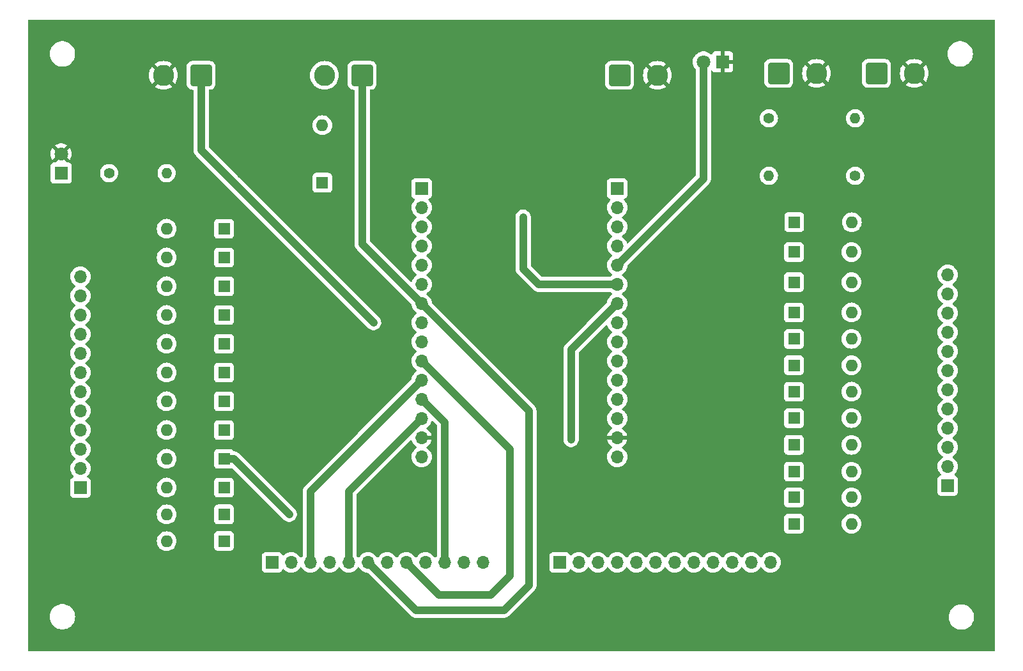
<source format=gbr>
%TF.GenerationSoftware,KiCad,Pcbnew,8.0.8*%
%TF.CreationDate,2025-03-04T16:09:32+01:00*%
%TF.ProjectId,PCB Symphonie,50434220-5379-46d7-9068-6f6e69652e6b,rev?*%
%TF.SameCoordinates,Original*%
%TF.FileFunction,Copper,L2,Bot*%
%TF.FilePolarity,Positive*%
%FSLAX46Y46*%
G04 Gerber Fmt 4.6, Leading zero omitted, Abs format (unit mm)*
G04 Created by KiCad (PCBNEW 8.0.8) date 2025-03-04 16:09:32*
%MOMM*%
%LPD*%
G01*
G04 APERTURE LIST*
G04 Aperture macros list*
%AMRoundRect*
0 Rectangle with rounded corners*
0 $1 Rounding radius*
0 $2 $3 $4 $5 $6 $7 $8 $9 X,Y pos of 4 corners*
0 Add a 4 corners polygon primitive as box body*
4,1,4,$2,$3,$4,$5,$6,$7,$8,$9,$2,$3,0*
0 Add four circle primitives for the rounded corners*
1,1,$1+$1,$2,$3*
1,1,$1+$1,$4,$5*
1,1,$1+$1,$6,$7*
1,1,$1+$1,$8,$9*
0 Add four rect primitives between the rounded corners*
20,1,$1+$1,$2,$3,$4,$5,0*
20,1,$1+$1,$4,$5,$6,$7,0*
20,1,$1+$1,$6,$7,$8,$9,0*
20,1,$1+$1,$8,$9,$2,$3,0*%
G04 Aperture macros list end*
%TA.AperFunction,ComponentPad*%
%ADD10R,1.600000X1.600000*%
%TD*%
%TA.AperFunction,ComponentPad*%
%ADD11O,1.600000X1.600000*%
%TD*%
%TA.AperFunction,ComponentPad*%
%ADD12R,1.800000X1.800000*%
%TD*%
%TA.AperFunction,ComponentPad*%
%ADD13C,1.800000*%
%TD*%
%TA.AperFunction,ComponentPad*%
%ADD14R,1.700000X1.700000*%
%TD*%
%TA.AperFunction,ComponentPad*%
%ADD15O,1.700000X1.700000*%
%TD*%
%TA.AperFunction,ComponentPad*%
%ADD16RoundRect,0.250001X-1.149999X-1.149999X1.149999X-1.149999X1.149999X1.149999X-1.149999X1.149999X0*%
%TD*%
%TA.AperFunction,ComponentPad*%
%ADD17C,2.800000*%
%TD*%
%TA.AperFunction,ComponentPad*%
%ADD18C,1.400000*%
%TD*%
%TA.AperFunction,ComponentPad*%
%ADD19O,1.400000X1.400000*%
%TD*%
%TA.AperFunction,ComponentPad*%
%ADD20RoundRect,0.250001X1.149999X1.149999X-1.149999X1.149999X-1.149999X-1.149999X1.149999X-1.149999X0*%
%TD*%
%TA.AperFunction,ViaPad*%
%ADD21C,0.600000*%
%TD*%
%TA.AperFunction,Conductor*%
%ADD22C,1.000000*%
%TD*%
G04 APERTURE END LIST*
D10*
%TO.P,D6,1,K*%
%TO.N,ROW1*%
X231724000Y-79310000D03*
D11*
%TO.P,D6,2,A*%
%TO.N,RF#*%
X239344000Y-79310000D03*
%TD*%
D10*
%TO.P,D21,1,K*%
%TO.N,ROW4*%
X156210000Y-61220000D03*
D11*
%TO.P,D21,2,A*%
%TO.N,RB2*%
X148590000Y-61220000D03*
%TD*%
D10*
%TO.P,D2,1,K*%
%TO.N,ROW0*%
X231724000Y-93410000D03*
D11*
%TO.P,D2,2,A*%
%TO.N,RD*%
X239344000Y-93410000D03*
%TD*%
D12*
%TO.P,D26,1,K*%
%TO.N,Earth*%
X222250000Y-39116000D03*
D13*
%TO.P,D26,2,A*%
%TO.N,LED BLE*%
X219710000Y-39116000D03*
%TD*%
D14*
%TO.P,J8,1,Pin_1*%
%TO.N,CA#2*%
X162560000Y-105410000D03*
D15*
%TO.P,J8,2,Pin_2*%
X165100000Y-105410000D03*
%TO.P,J8,3,Pin_3*%
X167640000Y-105410000D03*
%TO.P,J8,4,Pin_4*%
%TO.N,CA#*%
X170180000Y-105410000D03*
%TO.P,J8,5,Pin_5*%
X172720000Y-105410000D03*
%TO.P,J8,6,Pin_6*%
%TO.N,CA*%
X175260000Y-105410000D03*
%TO.P,J8,7,Pin_7*%
X177800000Y-105410000D03*
%TO.P,J8,8,Pin_8*%
%TO.N,CA2*%
X180340000Y-105410000D03*
%TO.P,J8,9,Pin_9*%
X182880000Y-105410000D03*
%TO.P,J8,10,Pin_10*%
%TO.N,CB2*%
X185420000Y-105410000D03*
%TO.P,J8,11,Pin_11*%
X187960000Y-105410000D03*
%TO.P,J8,12,Pin_12*%
X190500000Y-105410000D03*
%TD*%
D10*
%TO.P,D17,1,K*%
%TO.N,ROW4*%
X156210000Y-68840000D03*
D11*
%TO.P,D17,2,A*%
%TO.N,RA2*%
X148590000Y-68840000D03*
%TD*%
D10*
%TO.P,D3,1,K*%
%TO.N,ROW0*%
X231724000Y-89860000D03*
D11*
%TO.P,D3,2,A*%
%TO.N,RD#*%
X239344000Y-89860000D03*
%TD*%
D10*
%TO.P,D1,1,K*%
%TO.N,ROW0*%
X231724000Y-96810000D03*
D11*
%TO.P,D1,2,A*%
%TO.N,RC#*%
X239344000Y-96810000D03*
%TD*%
D10*
%TO.P,D8,1,K*%
%TO.N,ROW1*%
X231724000Y-72310000D03*
D11*
%TO.P,D8,2,A*%
%TO.N,RG#*%
X239344000Y-72310000D03*
%TD*%
D10*
%TO.P,D22,1,K*%
%TO.N,ROW3*%
X156210000Y-80270000D03*
D11*
%TO.P,D22,2,A*%
%TO.N,RF#2*%
X148590000Y-80270000D03*
%TD*%
D14*
%TO.P,J7,1,Pin_1*%
%TO.N,CB2*%
X200660000Y-105410000D03*
D15*
%TO.P,J7,2,Pin_2*%
X203200000Y-105410000D03*
%TO.P,J7,3,Pin_3*%
%TO.N,CA2*%
X205740000Y-105410000D03*
%TO.P,J7,4,Pin_4*%
X208280000Y-105410000D03*
%TO.P,J7,5,Pin_5*%
X210820000Y-105410000D03*
%TO.P,J7,6,Pin_6*%
%TO.N,CA*%
X213360000Y-105410000D03*
%TO.P,J7,7,Pin_7*%
X215900000Y-105410000D03*
%TO.P,J7,8,Pin_8*%
%TO.N,CA#*%
X218440000Y-105410000D03*
%TO.P,J7,9,Pin_9*%
X220980000Y-105410000D03*
%TO.P,J7,10,Pin_10*%
X223520000Y-105410000D03*
%TO.P,J7,11,Pin_11*%
%TO.N,CA#2*%
X226060000Y-105410000D03*
%TO.P,J7,12,Pin_12*%
X228600000Y-105410000D03*
%TD*%
D10*
%TO.P,D24,1,K*%
%TO.N,ROW3*%
X156210000Y-76460000D03*
D11*
%TO.P,D24,2,A*%
%TO.N,RG2*%
X148590000Y-76460000D03*
%TD*%
D10*
%TO.P,D0,1,K*%
%TO.N,ROW0*%
X231724000Y-100310000D03*
D11*
%TO.P,D0,2,A*%
%TO.N,RC*%
X239344000Y-100310000D03*
%TD*%
D14*
%TO.P,J6,1,Pin_1*%
%TO.N,Volume INPUT*%
X182372000Y-55880000D03*
D15*
%TO.P,J6,2,Pin_2*%
%TO.N,BATT LVL INPUT*%
X182372000Y-58420000D03*
%TO.P,J6,3,Pin_3*%
%TO.N,unconnected-(J6-Pin_3-Pad3)*%
X182372000Y-60960000D03*
%TO.P,J6,4,Pin_4*%
%TO.N,unconnected-(J6-Pin_4-Pad4)*%
X182372000Y-63500000D03*
%TO.P,J6,5,Pin_5*%
%TO.N,unconnected-(J6-Pin_5-Pad5)*%
X182372000Y-66040000D03*
%TO.P,J6,6,Pin_6*%
%TO.N,unconnected-(J6-Pin_6-Pad6)*%
X182372000Y-68580000D03*
%TO.P,J6,7,Pin_7*%
%TO.N,CA*%
X182372000Y-71120000D03*
%TO.P,J6,8,Pin_8*%
%TO.N,AMPLIFIER INPUT*%
X182372000Y-73660000D03*
%TO.P,J6,9,Pin_9*%
%TO.N,unconnected-(J6-Pin_9-Pad9)*%
X182372000Y-76200000D03*
%TO.P,J6,10,Pin_10*%
%TO.N,CA2*%
X182372000Y-78740000D03*
%TO.P,J6,11,Pin_11*%
%TO.N,CA#2*%
X182372000Y-81280000D03*
%TO.P,J6,12,Pin_12*%
%TO.N,CB2*%
X182372000Y-83820000D03*
%TO.P,J6,13,Pin_13*%
%TO.N,CA#*%
X182372000Y-86360000D03*
%TO.P,J6,14,Pin_14*%
%TO.N,Earth*%
X182372000Y-88900000D03*
%TO.P,J6,15,Pin_15*%
%TO.N,unconnected-(J6-Pin_15-Pad15)*%
X182372000Y-91440000D03*
%TD*%
D10*
%TO.P,D9,1,K*%
%TO.N,ROW1*%
X231724000Y-68310000D03*
D11*
%TO.P,D9,2,A*%
%TO.N,RA*%
X239344000Y-68310000D03*
%TD*%
D14*
%TO.P,J11,1,Pin_1*%
%TO.N,RC*%
X252084000Y-95250000D03*
D15*
%TO.P,J11,2,Pin_2*%
%TO.N,RC#*%
X252084000Y-92710000D03*
%TO.P,J11,3,Pin_3*%
%TO.N,RD*%
X252084000Y-90170000D03*
%TO.P,J11,4,Pin_4*%
%TO.N,RD#*%
X252084000Y-87630000D03*
%TO.P,J11,5,Pin_5*%
%TO.N,RE*%
X252084000Y-85090000D03*
%TO.P,J11,6,Pin_6*%
%TO.N,RF*%
X252084000Y-82550000D03*
%TO.P,J11,7,Pin_7*%
%TO.N,RF#*%
X252084000Y-80010000D03*
%TO.P,J11,8,Pin_8*%
%TO.N,RG*%
X252084000Y-77470000D03*
%TO.P,J11,9,Pin_9*%
%TO.N,RG#*%
X252084000Y-74930000D03*
%TO.P,J11,10,Pin_10*%
%TO.N,RA*%
X252084000Y-72390000D03*
%TO.P,J11,11,Pin_11*%
%TO.N,RA#*%
X252084000Y-69850000D03*
%TO.P,J11,12,Pin_12*%
%TO.N,RB*%
X252084000Y-67310000D03*
%TD*%
D16*
%TO.P,J1,1,Pin_1*%
%TO.N,Net-(J1-Pin_1)*%
X242650000Y-40640000D03*
D17*
%TO.P,J1,2,Pin_2*%
%TO.N,Earth*%
X247650000Y-40640000D03*
%TD*%
D18*
%TO.P,R1,1*%
%TO.N,Net-(D25-K)*%
X140970000Y-53848000D03*
D19*
%TO.P,R1,2*%
%TO.N,+3.3V*%
X148590000Y-53848000D03*
%TD*%
D10*
%TO.P,D7,1,K*%
%TO.N,ROW1*%
X231724000Y-75810000D03*
D11*
%TO.P,D7,2,A*%
%TO.N,RG*%
X239344000Y-75810000D03*
%TD*%
D10*
%TO.P,D4,1,K*%
%TO.N,ROW0*%
X231724000Y-86310000D03*
D11*
%TO.P,D4,2,A*%
%TO.N,RE*%
X239344000Y-86310000D03*
%TD*%
D14*
%TO.P,J9,1,Pin_1*%
%TO.N,RC2*%
X137160000Y-95510000D03*
D15*
%TO.P,J9,2,Pin_2*%
%TO.N,RC#2*%
X137160000Y-92970000D03*
%TO.P,J9,3,Pin_3*%
%TO.N,RD2*%
X137160000Y-90430000D03*
%TO.P,J9,4,Pin_4*%
%TO.N,RD#2*%
X137160000Y-87890000D03*
%TO.P,J9,5,Pin_5*%
%TO.N,RE2*%
X137160000Y-85350000D03*
%TO.P,J9,6,Pin_6*%
%TO.N,RF2*%
X137160000Y-82810000D03*
%TO.P,J9,7,Pin_7*%
%TO.N,RF#2*%
X137160000Y-80270000D03*
%TO.P,J9,8,Pin_8*%
%TO.N,RG2*%
X137160000Y-77730000D03*
%TO.P,J9,9,Pin_9*%
%TO.N,RG#2*%
X137160000Y-75190000D03*
%TO.P,J9,10,Pin_10*%
%TO.N,RA2*%
X137160000Y-72650000D03*
%TO.P,J9,11,Pin_11*%
%TO.N,RA#2*%
X137160000Y-70110000D03*
%TO.P,J9,12,Pin_12*%
%TO.N,RB2*%
X137160000Y-67570000D03*
%TD*%
D18*
%TO.P,R18,1*%
%TO.N,NEOPIX 2*%
X239826800Y-54203600D03*
D19*
%TO.P,R18,2*%
%TO.N,Net-(J1-Pin_1)*%
X239826800Y-46583600D03*
%TD*%
D10*
%TO.P,D5,1,K*%
%TO.N,ROW1*%
X231724000Y-82810000D03*
D11*
%TO.P,D5,2,A*%
%TO.N,RF*%
X239344000Y-82810000D03*
%TD*%
D10*
%TO.P,D16,1,K*%
%TO.N,ROW3*%
X156210000Y-91700000D03*
D11*
%TO.P,D16,2,A*%
%TO.N,RD#2*%
X148590000Y-91700000D03*
%TD*%
D10*
%TO.P,D19,1,K*%
%TO.N,ROW4*%
X156210000Y-65030000D03*
D11*
%TO.P,D19,2,A*%
%TO.N,RA#2*%
X148590000Y-65030000D03*
%TD*%
D16*
%TO.P,J2,1,Pin_1*%
%TO.N,Net-(J2-Pin_1)*%
X229696000Y-40640000D03*
D17*
%TO.P,J2,2,Pin_2*%
%TO.N,Earth*%
X234696000Y-40640000D03*
%TD*%
D10*
%TO.P,D13,1,K*%
%TO.N,ROW2*%
X156210000Y-99060000D03*
D11*
%TO.P,D13,2,A*%
%TO.N,RC#2*%
X148590000Y-99060000D03*
%TD*%
D10*
%TO.P,D18,1,K*%
%TO.N,ROW3*%
X156210000Y-87890000D03*
D11*
%TO.P,D18,2,A*%
%TO.N,RE2*%
X148590000Y-87890000D03*
%TD*%
D10*
%TO.P,D11,1,K*%
%TO.N,ROW2*%
X231762000Y-60360000D03*
D11*
%TO.P,D11,2,A*%
%TO.N,RB*%
X239382000Y-60360000D03*
%TD*%
D14*
%TO.P,J5,1,Pin_1*%
%TO.N,NEOPIX 1*%
X208280000Y-55880000D03*
D15*
%TO.P,J5,2,Pin_2*%
%TO.N,NEOPIX 2*%
X208280000Y-58420000D03*
%TO.P,J5,3,Pin_3*%
%TO.N,unconnected-(J5-Pin_3-Pad3)*%
X208280000Y-60960000D03*
%TO.P,J5,4,Pin_4*%
%TO.N,unconnected-(J5-Pin_4-Pad4)*%
X208280000Y-63500000D03*
%TO.P,J5,5,Pin_5*%
%TO.N,LED BLE*%
X208280000Y-66040000D03*
%TO.P,J5,6,Pin_6*%
%TO.N,ROW4*%
X208280000Y-68580000D03*
%TO.P,J5,7,Pin_7*%
%TO.N,ROW2*%
X208280000Y-71120000D03*
%TO.P,J5,8,Pin_8*%
%TO.N,unconnected-(J5-Pin_8-Pad8)*%
X208280000Y-73660000D03*
%TO.P,J5,9,Pin_9*%
%TO.N,ROW1*%
X208280000Y-76200000D03*
%TO.P,J5,10,Pin_10*%
%TO.N,ROW0*%
X208280000Y-78740000D03*
%TO.P,J5,11,Pin_11*%
%TO.N,ROW3*%
X208280000Y-81280000D03*
%TO.P,J5,12,Pin_12*%
%TO.N,unconnected-(J5-Pin_12-Pad12)*%
X208280000Y-83820000D03*
%TO.P,J5,13,Pin_13*%
%TO.N,unconnected-(J5-Pin_13-Pad13)*%
X208280000Y-86360000D03*
%TO.P,J5,14,Pin_14*%
%TO.N,Earth*%
X208280000Y-88900000D03*
%TO.P,J5,15,Pin_15*%
%TO.N,+3.3V*%
X208280000Y-91440000D03*
%TD*%
D10*
%TO.P,D15,1,K*%
%TO.N,ROW4*%
X156210000Y-72650000D03*
D11*
%TO.P,D15,2,A*%
%TO.N,RG#2*%
X148590000Y-72650000D03*
%TD*%
D10*
%TO.P,D12,1,K*%
%TO.N,ROW2*%
X156210000Y-102610000D03*
D11*
%TO.P,D12,2,A*%
%TO.N,RC2*%
X148590000Y-102610000D03*
%TD*%
D16*
%TO.P,J3,1,Pin_1*%
%TO.N,+3.3V*%
X208614000Y-40894000D03*
D17*
%TO.P,J3,2,Pin_2*%
%TO.N,Earth*%
X213614000Y-40894000D03*
%TD*%
D12*
%TO.P,D25,1,K*%
%TO.N,Net-(D25-K)*%
X134620000Y-53848000D03*
D13*
%TO.P,D25,2,A*%
%TO.N,Earth*%
X134620000Y-51308000D03*
%TD*%
D18*
%TO.P,R19,1*%
%TO.N,Net-(J2-Pin_1)*%
X228396800Y-46583600D03*
D19*
%TO.P,R19,2*%
%TO.N,NEOPIX 1*%
X228396800Y-54203600D03*
%TD*%
D20*
%TO.P,J4,1,Pin_1*%
%TO.N,AMPLIFIER INPUT*%
X153162000Y-40894000D03*
D17*
%TO.P,J4,2,Pin_2*%
%TO.N,Earth*%
X148162000Y-40894000D03*
%TD*%
D10*
%TO.P,D14,1,K*%
%TO.N,ROW2*%
X156210000Y-95510000D03*
D11*
%TO.P,D14,2,A*%
%TO.N,RD2*%
X148590000Y-95510000D03*
%TD*%
D10*
%TO.P,D20,1,K*%
%TO.N,ROW3*%
X156210000Y-84080000D03*
D11*
%TO.P,D20,2,A*%
%TO.N,RF2*%
X148590000Y-84080000D03*
%TD*%
D20*
%TO.P,J10,1,Pin_1*%
%TO.N,CA*%
X174498000Y-40894000D03*
D17*
%TO.P,J10,2,Pin_2*%
%TO.N,R_BTN*%
X169498000Y-40894000D03*
%TD*%
D10*
%TO.P,D23,1,K*%
%TO.N,ROW4*%
X169223500Y-55118000D03*
D11*
%TO.P,D23,2,A*%
%TO.N,R_BTN*%
X169223500Y-47498000D03*
%TD*%
D10*
%TO.P,D10,1,K*%
%TO.N,ROW2*%
X231724000Y-64310000D03*
D11*
%TO.P,D10,2,A*%
%TO.N,RA#*%
X239344000Y-64310000D03*
%TD*%
D21*
%TO.N,AMPLIFIER INPUT*%
X176022000Y-73660000D03*
%TO.N,ROW2*%
X202184000Y-89154000D03*
%TO.N,ROW4*%
X195834000Y-59690000D03*
%TO.N,ROW3*%
X164846000Y-99060000D03*
%TD*%
D22*
%TO.N,AMPLIFIER INPUT*%
X153162000Y-50800000D02*
X176022000Y-73660000D01*
X153162000Y-40894000D02*
X153162000Y-50800000D01*
%TO.N,CA*%
X196596000Y-108458000D02*
X196596000Y-85344000D01*
X196596000Y-85344000D02*
X182372000Y-71120000D01*
X181610000Y-111760000D02*
X193294000Y-111760000D01*
X174498000Y-63246000D02*
X182372000Y-71120000D01*
X193294000Y-111760000D02*
X196596000Y-108458000D01*
X174498000Y-40894000D02*
X174498000Y-63246000D01*
X175260000Y-105410000D02*
X181610000Y-111760000D01*
%TO.N,CA#*%
X172720000Y-96012000D02*
X182372000Y-86360000D01*
X172720000Y-105410000D02*
X172720000Y-96012000D01*
%TO.N,LED BLE*%
X219710000Y-54610000D02*
X208280000Y-66040000D01*
X219710000Y-39116000D02*
X219710000Y-54610000D01*
%TO.N,CA#2*%
X167640000Y-105410000D02*
X167640000Y-96012000D01*
X167640000Y-96012000D02*
X182372000Y-81280000D01*
%TO.N,CA2*%
X194056000Y-107188000D02*
X194056000Y-90424000D01*
X180340000Y-105410000D02*
X184658000Y-109728000D01*
X191516000Y-109728000D02*
X194056000Y-107188000D01*
X184658000Y-109728000D02*
X191516000Y-109728000D01*
X194056000Y-90424000D02*
X182372000Y-78740000D01*
%TO.N,CB2*%
X185420000Y-105410000D02*
X185420000Y-86868000D01*
X185420000Y-86868000D02*
X182372000Y-83820000D01*
%TO.N,ROW2*%
X208280000Y-71120000D02*
X202184000Y-77216000D01*
X202184000Y-77216000D02*
X202184000Y-89154000D01*
%TO.N,ROW4*%
X195834000Y-59690000D02*
X195834000Y-66548000D01*
X208280000Y-68580000D02*
X197866000Y-68580000D01*
X197866000Y-68580000D02*
X195834000Y-66548000D01*
%TO.N,ROW3*%
X157486000Y-91700000D02*
X164846000Y-99060000D01*
X156210000Y-91700000D02*
X157486000Y-91700000D01*
%TD*%
%TA.AperFunction,Conductor*%
%TO.N,Earth*%
G36*
X183825432Y-86700915D02*
G01*
X183864304Y-86727224D01*
X184383181Y-87246101D01*
X184416666Y-87307424D01*
X184419500Y-87333782D01*
X184419500Y-104449241D01*
X184399815Y-104516280D01*
X184383181Y-104536922D01*
X184381505Y-104538597D01*
X184251575Y-104724158D01*
X184196998Y-104767783D01*
X184127500Y-104774977D01*
X184065145Y-104743454D01*
X184048425Y-104724158D01*
X183918494Y-104538597D01*
X183751402Y-104371506D01*
X183751395Y-104371501D01*
X183557834Y-104235967D01*
X183557830Y-104235965D01*
X183557828Y-104235964D01*
X183343663Y-104136097D01*
X183343659Y-104136096D01*
X183343655Y-104136094D01*
X183115413Y-104074938D01*
X183115403Y-104074936D01*
X182880001Y-104054341D01*
X182879999Y-104054341D01*
X182644596Y-104074936D01*
X182644586Y-104074938D01*
X182416344Y-104136094D01*
X182416335Y-104136098D01*
X182202171Y-104235964D01*
X182202169Y-104235965D01*
X182008597Y-104371505D01*
X181841505Y-104538597D01*
X181711575Y-104724158D01*
X181656998Y-104767783D01*
X181587500Y-104774977D01*
X181525145Y-104743454D01*
X181508425Y-104724158D01*
X181378494Y-104538597D01*
X181211402Y-104371506D01*
X181211395Y-104371501D01*
X181017834Y-104235967D01*
X181017830Y-104235965D01*
X181017828Y-104235964D01*
X180803663Y-104136097D01*
X180803659Y-104136096D01*
X180803655Y-104136094D01*
X180575413Y-104074938D01*
X180575403Y-104074936D01*
X180340001Y-104054341D01*
X180339999Y-104054341D01*
X180104596Y-104074936D01*
X180104586Y-104074938D01*
X179876344Y-104136094D01*
X179876335Y-104136098D01*
X179662171Y-104235964D01*
X179662169Y-104235965D01*
X179468597Y-104371505D01*
X179301505Y-104538597D01*
X179171575Y-104724158D01*
X179116998Y-104767783D01*
X179047500Y-104774977D01*
X178985145Y-104743454D01*
X178968425Y-104724158D01*
X178838494Y-104538597D01*
X178671402Y-104371506D01*
X178671395Y-104371501D01*
X178477834Y-104235967D01*
X178477830Y-104235965D01*
X178477828Y-104235964D01*
X178263663Y-104136097D01*
X178263659Y-104136096D01*
X178263655Y-104136094D01*
X178035413Y-104074938D01*
X178035403Y-104074936D01*
X177800001Y-104054341D01*
X177799999Y-104054341D01*
X177564596Y-104074936D01*
X177564586Y-104074938D01*
X177336344Y-104136094D01*
X177336335Y-104136098D01*
X177122171Y-104235964D01*
X177122169Y-104235965D01*
X176928597Y-104371505D01*
X176761505Y-104538597D01*
X176631575Y-104724158D01*
X176576998Y-104767783D01*
X176507500Y-104774977D01*
X176445145Y-104743454D01*
X176428425Y-104724158D01*
X176298494Y-104538597D01*
X176131402Y-104371506D01*
X176131395Y-104371501D01*
X175937834Y-104235967D01*
X175937830Y-104235965D01*
X175937828Y-104235964D01*
X175723663Y-104136097D01*
X175723659Y-104136096D01*
X175723655Y-104136094D01*
X175495413Y-104074938D01*
X175495403Y-104074936D01*
X175260001Y-104054341D01*
X175259999Y-104054341D01*
X175024596Y-104074936D01*
X175024586Y-104074938D01*
X174796344Y-104136094D01*
X174796335Y-104136098D01*
X174582171Y-104235964D01*
X174582169Y-104235965D01*
X174388597Y-104371505D01*
X174221505Y-104538597D01*
X174091575Y-104724158D01*
X174036998Y-104767783D01*
X173967500Y-104774977D01*
X173905145Y-104743454D01*
X173888425Y-104724158D01*
X173758494Y-104538597D01*
X173756819Y-104536922D01*
X173756315Y-104536000D01*
X173755014Y-104534449D01*
X173755325Y-104534187D01*
X173723334Y-104475599D01*
X173720500Y-104449241D01*
X173720500Y-96477781D01*
X173740185Y-96410742D01*
X173756814Y-96390105D01*
X180880107Y-89266812D01*
X180941426Y-89233330D01*
X181011118Y-89238314D01*
X181067051Y-89280186D01*
X181087559Y-89322402D01*
X181098567Y-89363485D01*
X181098570Y-89363492D01*
X181198399Y-89577578D01*
X181333894Y-89771082D01*
X181500917Y-89938105D01*
X181686595Y-90068119D01*
X181730219Y-90122696D01*
X181737412Y-90192195D01*
X181705890Y-90254549D01*
X181686595Y-90271269D01*
X181500594Y-90401508D01*
X181333505Y-90568597D01*
X181197965Y-90762169D01*
X181197964Y-90762171D01*
X181098098Y-90976335D01*
X181098094Y-90976344D01*
X181036938Y-91204586D01*
X181036936Y-91204596D01*
X181016341Y-91439999D01*
X181016341Y-91440000D01*
X181036936Y-91675403D01*
X181036938Y-91675413D01*
X181098094Y-91903655D01*
X181098096Y-91903659D01*
X181098097Y-91903663D01*
X181188997Y-92098599D01*
X181197965Y-92117830D01*
X181197967Y-92117834D01*
X181306281Y-92272521D01*
X181333505Y-92311401D01*
X181500599Y-92478495D01*
X181587208Y-92539139D01*
X181694165Y-92614032D01*
X181694167Y-92614033D01*
X181694170Y-92614035D01*
X181908337Y-92713903D01*
X182136592Y-92775063D01*
X182324918Y-92791539D01*
X182371999Y-92795659D01*
X182372000Y-92795659D01*
X182372001Y-92795659D01*
X182411234Y-92792226D01*
X182607408Y-92775063D01*
X182835663Y-92713903D01*
X183049830Y-92614035D01*
X183243401Y-92478495D01*
X183410495Y-92311401D01*
X183546035Y-92117830D01*
X183645903Y-91903663D01*
X183707063Y-91675408D01*
X183727659Y-91440000D01*
X183725690Y-91417500D01*
X183711342Y-91253502D01*
X183707063Y-91204592D01*
X183645903Y-90976337D01*
X183546035Y-90762171D01*
X183544542Y-90760038D01*
X183410494Y-90568597D01*
X183243402Y-90401506D01*
X183243401Y-90401505D01*
X183057405Y-90271269D01*
X183013781Y-90216692D01*
X183006588Y-90147193D01*
X183038110Y-90084839D01*
X183057405Y-90068119D01*
X183243082Y-89938105D01*
X183410105Y-89771082D01*
X183545600Y-89577578D01*
X183645429Y-89363492D01*
X183645432Y-89363486D01*
X183702636Y-89150000D01*
X182805012Y-89150000D01*
X182837925Y-89092993D01*
X182872000Y-88965826D01*
X182872000Y-88834174D01*
X182837925Y-88707007D01*
X182805012Y-88650000D01*
X183702636Y-88650000D01*
X183702635Y-88649999D01*
X183645432Y-88436513D01*
X183645429Y-88436507D01*
X183545600Y-88222422D01*
X183545599Y-88222420D01*
X183410113Y-88028926D01*
X183410108Y-88028920D01*
X183243078Y-87861890D01*
X183057405Y-87731879D01*
X183013780Y-87677302D01*
X183006588Y-87607804D01*
X183038110Y-87545449D01*
X183057406Y-87528730D01*
X183243401Y-87398495D01*
X183410495Y-87231401D01*
X183546035Y-87037830D01*
X183645903Y-86823663D01*
X183656848Y-86782811D01*
X183693211Y-86723153D01*
X183756057Y-86692622D01*
X183825432Y-86700915D01*
G37*
%TD.AperFunction*%
%TA.AperFunction,Conductor*%
G36*
X258322539Y-33540185D02*
G01*
X258368294Y-33592989D01*
X258379500Y-33644500D01*
X258379500Y-117075500D01*
X258359815Y-117142539D01*
X258307011Y-117188294D01*
X258255500Y-117199500D01*
X130364500Y-117199500D01*
X130297461Y-117179815D01*
X130251706Y-117127011D01*
X130240500Y-117075500D01*
X130240500Y-112623595D01*
X133089988Y-112623595D01*
X133089988Y-112623604D01*
X133108809Y-112874765D01*
X133123557Y-112939379D01*
X133164857Y-113120325D01*
X133256876Y-113354786D01*
X133382813Y-113572914D01*
X133421091Y-113620913D01*
X133539855Y-113769839D01*
X133714150Y-113931560D01*
X133724488Y-113941152D01*
X133932594Y-114083036D01*
X134159523Y-114192320D01*
X134400205Y-114266560D01*
X134649264Y-114304100D01*
X134649265Y-114304100D01*
X134901135Y-114304100D01*
X134901136Y-114304100D01*
X135150195Y-114266560D01*
X135390877Y-114192320D01*
X135617806Y-114083036D01*
X135825912Y-113941152D01*
X136010548Y-113769835D01*
X136167587Y-113572914D01*
X136293524Y-113354786D01*
X136385543Y-113120325D01*
X136441590Y-112874768D01*
X136453035Y-112722048D01*
X136460412Y-112623604D01*
X136460412Y-112623595D01*
X136441590Y-112372434D01*
X136441590Y-112372432D01*
X136385543Y-112126875D01*
X136293524Y-111892414D01*
X136167587Y-111674286D01*
X136010548Y-111477365D01*
X136010547Y-111477364D01*
X136010544Y-111477360D01*
X135825912Y-111306048D01*
X135688209Y-111212164D01*
X135617806Y-111164164D01*
X135617803Y-111164163D01*
X135617801Y-111164161D01*
X135390877Y-111054880D01*
X135150203Y-110980642D01*
X135150199Y-110980641D01*
X135150195Y-110980640D01*
X135030393Y-110962582D01*
X134901141Y-110943100D01*
X134901136Y-110943100D01*
X134649264Y-110943100D01*
X134649258Y-110943100D01*
X134494155Y-110966479D01*
X134400205Y-110980640D01*
X134400202Y-110980641D01*
X134400196Y-110980642D01*
X134159522Y-111054880D01*
X133932598Y-111164161D01*
X133724487Y-111306048D01*
X133539855Y-111477360D01*
X133382813Y-111674286D01*
X133256876Y-111892413D01*
X133164859Y-112126869D01*
X133164854Y-112126886D01*
X133108809Y-112372434D01*
X133089988Y-112623595D01*
X130240500Y-112623595D01*
X130240500Y-104512135D01*
X161209500Y-104512135D01*
X161209500Y-106307870D01*
X161209501Y-106307876D01*
X161215908Y-106367483D01*
X161266202Y-106502328D01*
X161266206Y-106502335D01*
X161352452Y-106617544D01*
X161352455Y-106617547D01*
X161467664Y-106703793D01*
X161467671Y-106703797D01*
X161602517Y-106754091D01*
X161602516Y-106754091D01*
X161609444Y-106754835D01*
X161662127Y-106760500D01*
X163457872Y-106760499D01*
X163517483Y-106754091D01*
X163652331Y-106703796D01*
X163767546Y-106617546D01*
X163853796Y-106502331D01*
X163902810Y-106370916D01*
X163944681Y-106314984D01*
X164010145Y-106290566D01*
X164078418Y-106305417D01*
X164106673Y-106326569D01*
X164228599Y-106448495D01*
X164325384Y-106516265D01*
X164422165Y-106584032D01*
X164422167Y-106584033D01*
X164422170Y-106584035D01*
X164636337Y-106683903D01*
X164864592Y-106745063D01*
X165041034Y-106760500D01*
X165099999Y-106765659D01*
X165100000Y-106765659D01*
X165100001Y-106765659D01*
X165158966Y-106760500D01*
X165335408Y-106745063D01*
X165563663Y-106683903D01*
X165777830Y-106584035D01*
X165971401Y-106448495D01*
X166138495Y-106281401D01*
X166268425Y-106095842D01*
X166323002Y-106052217D01*
X166392500Y-106045023D01*
X166454855Y-106076546D01*
X166471575Y-106095842D01*
X166601500Y-106281395D01*
X166601505Y-106281401D01*
X166768599Y-106448495D01*
X166865384Y-106516265D01*
X166962165Y-106584032D01*
X166962167Y-106584033D01*
X166962170Y-106584035D01*
X167176337Y-106683903D01*
X167404592Y-106745063D01*
X167581034Y-106760500D01*
X167639999Y-106765659D01*
X167640000Y-106765659D01*
X167640001Y-106765659D01*
X167698966Y-106760500D01*
X167875408Y-106745063D01*
X168103663Y-106683903D01*
X168317830Y-106584035D01*
X168511401Y-106448495D01*
X168678495Y-106281401D01*
X168808425Y-106095842D01*
X168863002Y-106052217D01*
X168932500Y-106045023D01*
X168994855Y-106076546D01*
X169011575Y-106095842D01*
X169141500Y-106281395D01*
X169141505Y-106281401D01*
X169308599Y-106448495D01*
X169405384Y-106516265D01*
X169502165Y-106584032D01*
X169502167Y-106584033D01*
X169502170Y-106584035D01*
X169716337Y-106683903D01*
X169944592Y-106745063D01*
X170121034Y-106760500D01*
X170179999Y-106765659D01*
X170180000Y-106765659D01*
X170180001Y-106765659D01*
X170238966Y-106760500D01*
X170415408Y-106745063D01*
X170643663Y-106683903D01*
X170857830Y-106584035D01*
X171051401Y-106448495D01*
X171218495Y-106281401D01*
X171348425Y-106095842D01*
X171403002Y-106052217D01*
X171472500Y-106045023D01*
X171534855Y-106076546D01*
X171551575Y-106095842D01*
X171681500Y-106281395D01*
X171681505Y-106281401D01*
X171848599Y-106448495D01*
X171945384Y-106516265D01*
X172042165Y-106584032D01*
X172042167Y-106584033D01*
X172042170Y-106584035D01*
X172256337Y-106683903D01*
X172484592Y-106745063D01*
X172661034Y-106760500D01*
X172719999Y-106765659D01*
X172720000Y-106765659D01*
X172720001Y-106765659D01*
X172778966Y-106760500D01*
X172955408Y-106745063D01*
X173183663Y-106683903D01*
X173397830Y-106584035D01*
X173591401Y-106448495D01*
X173758495Y-106281401D01*
X173888425Y-106095842D01*
X173943002Y-106052217D01*
X174012500Y-106045023D01*
X174074855Y-106076546D01*
X174091575Y-106095842D01*
X174221500Y-106281395D01*
X174221505Y-106281401D01*
X174388599Y-106448495D01*
X174485384Y-106516265D01*
X174582165Y-106584032D01*
X174582167Y-106584033D01*
X174582170Y-106584035D01*
X174796337Y-106683903D01*
X175024592Y-106745063D01*
X175150097Y-106756043D01*
X175215165Y-106781495D01*
X175226970Y-106791890D01*
X180829735Y-112394655D01*
X180829764Y-112394686D01*
X180972214Y-112537136D01*
X180972218Y-112537139D01*
X181136079Y-112646628D01*
X181136092Y-112646635D01*
X181264833Y-112699961D01*
X181307744Y-112717735D01*
X181318164Y-112722051D01*
X181414812Y-112741275D01*
X181463135Y-112750887D01*
X181511458Y-112760500D01*
X181511459Y-112760500D01*
X193392542Y-112760500D01*
X193411870Y-112756655D01*
X193489188Y-112741275D01*
X193585836Y-112722051D01*
X193639165Y-112699961D01*
X193707647Y-112671595D01*
X252210388Y-112671595D01*
X252210388Y-112671604D01*
X252229209Y-112922765D01*
X252274301Y-113120325D01*
X252285257Y-113168325D01*
X252377276Y-113402786D01*
X252503213Y-113620914D01*
X252621973Y-113769835D01*
X252660255Y-113817839D01*
X252793155Y-113941151D01*
X252844888Y-113989152D01*
X253052994Y-114131036D01*
X253279923Y-114240320D01*
X253520605Y-114314560D01*
X253769664Y-114352100D01*
X253769665Y-114352100D01*
X254021535Y-114352100D01*
X254021536Y-114352100D01*
X254270595Y-114314560D01*
X254511277Y-114240320D01*
X254738206Y-114131036D01*
X254946312Y-113989152D01*
X255130948Y-113817835D01*
X255287987Y-113620914D01*
X255413924Y-113402786D01*
X255505943Y-113168325D01*
X255561990Y-112922768D01*
X255575591Y-112741273D01*
X255580812Y-112671604D01*
X255580812Y-112671595D01*
X255561990Y-112420434D01*
X255556819Y-112397778D01*
X255505943Y-112174875D01*
X255413924Y-111940414D01*
X255287987Y-111722286D01*
X255130948Y-111525365D01*
X255130947Y-111525364D01*
X255130944Y-111525360D01*
X254946312Y-111354048D01*
X254875909Y-111306048D01*
X254738206Y-111212164D01*
X254738203Y-111212163D01*
X254738201Y-111212161D01*
X254511277Y-111102880D01*
X254270603Y-111028642D01*
X254270599Y-111028641D01*
X254270595Y-111028640D01*
X254150793Y-111010582D01*
X254021541Y-110991100D01*
X254021536Y-110991100D01*
X253769664Y-110991100D01*
X253769658Y-110991100D01*
X253614555Y-111014479D01*
X253520605Y-111028640D01*
X253520602Y-111028641D01*
X253520596Y-111028642D01*
X253279922Y-111102880D01*
X253052998Y-111212161D01*
X252844887Y-111354048D01*
X252660255Y-111525360D01*
X252503213Y-111722286D01*
X252377276Y-111940413D01*
X252285259Y-112174869D01*
X252285254Y-112174886D01*
X252229209Y-112420434D01*
X252210388Y-112671595D01*
X193707647Y-112671595D01*
X193767914Y-112646632D01*
X193931782Y-112537139D01*
X194071139Y-112397782D01*
X194071140Y-112397779D01*
X194078206Y-112390714D01*
X194078209Y-112390710D01*
X197233778Y-109235141D01*
X197233782Y-109235139D01*
X197373139Y-109095782D01*
X197482632Y-108931914D01*
X197535961Y-108803165D01*
X197558051Y-108749836D01*
X197596500Y-108556540D01*
X197596500Y-108359460D01*
X197596500Y-104512135D01*
X199309500Y-104512135D01*
X199309500Y-106307870D01*
X199309501Y-106307876D01*
X199315908Y-106367483D01*
X199366202Y-106502328D01*
X199366206Y-106502335D01*
X199452452Y-106617544D01*
X199452455Y-106617547D01*
X199567664Y-106703793D01*
X199567671Y-106703797D01*
X199702517Y-106754091D01*
X199702516Y-106754091D01*
X199709444Y-106754835D01*
X199762127Y-106760500D01*
X201557872Y-106760499D01*
X201617483Y-106754091D01*
X201752331Y-106703796D01*
X201867546Y-106617546D01*
X201953796Y-106502331D01*
X202002810Y-106370916D01*
X202044681Y-106314984D01*
X202110145Y-106290566D01*
X202178418Y-106305417D01*
X202206673Y-106326569D01*
X202328599Y-106448495D01*
X202425384Y-106516265D01*
X202522165Y-106584032D01*
X202522167Y-106584033D01*
X202522170Y-106584035D01*
X202736337Y-106683903D01*
X202964592Y-106745063D01*
X203141034Y-106760500D01*
X203199999Y-106765659D01*
X203200000Y-106765659D01*
X203200001Y-106765659D01*
X203258966Y-106760500D01*
X203435408Y-106745063D01*
X203663663Y-106683903D01*
X203877830Y-106584035D01*
X204071401Y-106448495D01*
X204238495Y-106281401D01*
X204368425Y-106095842D01*
X204423002Y-106052217D01*
X204492500Y-106045023D01*
X204554855Y-106076546D01*
X204571575Y-106095842D01*
X204701500Y-106281395D01*
X204701505Y-106281401D01*
X204868599Y-106448495D01*
X204965384Y-106516265D01*
X205062165Y-106584032D01*
X205062167Y-106584033D01*
X205062170Y-106584035D01*
X205276337Y-106683903D01*
X205504592Y-106745063D01*
X205681034Y-106760500D01*
X205739999Y-106765659D01*
X205740000Y-106765659D01*
X205740001Y-106765659D01*
X205798966Y-106760500D01*
X205975408Y-106745063D01*
X206203663Y-106683903D01*
X206417830Y-106584035D01*
X206611401Y-106448495D01*
X206778495Y-106281401D01*
X206908425Y-106095842D01*
X206963002Y-106052217D01*
X207032500Y-106045023D01*
X207094855Y-106076546D01*
X207111575Y-106095842D01*
X207241500Y-106281395D01*
X207241505Y-106281401D01*
X207408599Y-106448495D01*
X207505384Y-106516265D01*
X207602165Y-106584032D01*
X207602167Y-106584033D01*
X207602170Y-106584035D01*
X207816337Y-106683903D01*
X208044592Y-106745063D01*
X208221034Y-106760500D01*
X208279999Y-106765659D01*
X208280000Y-106765659D01*
X208280001Y-106765659D01*
X208338966Y-106760500D01*
X208515408Y-106745063D01*
X208743663Y-106683903D01*
X208957830Y-106584035D01*
X209151401Y-106448495D01*
X209318495Y-106281401D01*
X209448425Y-106095842D01*
X209503002Y-106052217D01*
X209572500Y-106045023D01*
X209634855Y-106076546D01*
X209651575Y-106095842D01*
X209781500Y-106281395D01*
X209781505Y-106281401D01*
X209948599Y-106448495D01*
X210045384Y-106516265D01*
X210142165Y-106584032D01*
X210142167Y-106584033D01*
X210142170Y-106584035D01*
X210356337Y-106683903D01*
X210584592Y-106745063D01*
X210761034Y-106760500D01*
X210819999Y-106765659D01*
X210820000Y-106765659D01*
X210820001Y-106765659D01*
X210878966Y-106760500D01*
X211055408Y-106745063D01*
X211283663Y-106683903D01*
X211497830Y-106584035D01*
X211691401Y-106448495D01*
X211858495Y-106281401D01*
X211988425Y-106095842D01*
X212043002Y-106052217D01*
X212112500Y-106045023D01*
X212174855Y-106076546D01*
X212191575Y-106095842D01*
X212321500Y-106281395D01*
X212321505Y-106281401D01*
X212488599Y-106448495D01*
X212585384Y-106516265D01*
X212682165Y-106584032D01*
X212682167Y-106584033D01*
X212682170Y-106584035D01*
X212896337Y-106683903D01*
X213124592Y-106745063D01*
X213301034Y-106760500D01*
X213359999Y-106765659D01*
X213360000Y-106765659D01*
X213360001Y-106765659D01*
X213418966Y-106760500D01*
X213595408Y-106745063D01*
X213823663Y-106683903D01*
X214037830Y-106584035D01*
X214231401Y-106448495D01*
X214398495Y-106281401D01*
X214528425Y-106095842D01*
X214583002Y-106052217D01*
X214652500Y-106045023D01*
X214714855Y-106076546D01*
X214731575Y-106095842D01*
X214861500Y-106281395D01*
X214861505Y-106281401D01*
X215028599Y-106448495D01*
X215125384Y-106516265D01*
X215222165Y-106584032D01*
X215222167Y-106584033D01*
X215222170Y-106584035D01*
X215436337Y-106683903D01*
X215664592Y-106745063D01*
X215841034Y-106760500D01*
X215899999Y-106765659D01*
X215900000Y-106765659D01*
X215900001Y-106765659D01*
X215958966Y-106760500D01*
X216135408Y-106745063D01*
X216363663Y-106683903D01*
X216577830Y-106584035D01*
X216771401Y-106448495D01*
X216938495Y-106281401D01*
X217068425Y-106095842D01*
X217123002Y-106052217D01*
X217192500Y-106045023D01*
X217254855Y-106076546D01*
X217271575Y-106095842D01*
X217401500Y-106281395D01*
X217401505Y-106281401D01*
X217568599Y-106448495D01*
X217665384Y-106516265D01*
X217762165Y-106584032D01*
X217762167Y-106584033D01*
X217762170Y-106584035D01*
X217976337Y-106683903D01*
X218204592Y-106745063D01*
X218381034Y-106760500D01*
X218439999Y-106765659D01*
X218440000Y-106765659D01*
X218440001Y-106765659D01*
X218498966Y-106760500D01*
X218675408Y-106745063D01*
X218903663Y-106683903D01*
X219117830Y-106584035D01*
X219311401Y-106448495D01*
X219478495Y-106281401D01*
X219608425Y-106095842D01*
X219663002Y-106052217D01*
X219732500Y-106045023D01*
X219794855Y-106076546D01*
X219811575Y-106095842D01*
X219941500Y-106281395D01*
X219941505Y-106281401D01*
X220108599Y-106448495D01*
X220205384Y-106516265D01*
X220302165Y-106584032D01*
X220302167Y-106584033D01*
X220302170Y-106584035D01*
X220516337Y-106683903D01*
X220744592Y-106745063D01*
X220921034Y-106760500D01*
X220979999Y-106765659D01*
X220980000Y-106765659D01*
X220980001Y-106765659D01*
X221038966Y-106760500D01*
X221215408Y-106745063D01*
X221443663Y-106683903D01*
X221657830Y-106584035D01*
X221851401Y-106448495D01*
X222018495Y-106281401D01*
X222148425Y-106095842D01*
X222203002Y-106052217D01*
X222272500Y-106045023D01*
X222334855Y-106076546D01*
X222351575Y-106095842D01*
X222481500Y-106281395D01*
X222481505Y-106281401D01*
X222648599Y-106448495D01*
X222745384Y-106516265D01*
X222842165Y-106584032D01*
X222842167Y-106584033D01*
X222842170Y-106584035D01*
X223056337Y-106683903D01*
X223284592Y-106745063D01*
X223461034Y-106760500D01*
X223519999Y-106765659D01*
X223520000Y-106765659D01*
X223520001Y-106765659D01*
X223578966Y-106760500D01*
X223755408Y-106745063D01*
X223983663Y-106683903D01*
X224197830Y-106584035D01*
X224391401Y-106448495D01*
X224558495Y-106281401D01*
X224688425Y-106095842D01*
X224743002Y-106052217D01*
X224812500Y-106045023D01*
X224874855Y-106076546D01*
X224891575Y-106095842D01*
X225021500Y-106281395D01*
X225021505Y-106281401D01*
X225188599Y-106448495D01*
X225285384Y-106516265D01*
X225382165Y-106584032D01*
X225382167Y-106584033D01*
X225382170Y-106584035D01*
X225596337Y-106683903D01*
X225824592Y-106745063D01*
X226001034Y-106760500D01*
X226059999Y-106765659D01*
X226060000Y-106765659D01*
X226060001Y-106765659D01*
X226118966Y-106760500D01*
X226295408Y-106745063D01*
X226523663Y-106683903D01*
X226737830Y-106584035D01*
X226931401Y-106448495D01*
X227098495Y-106281401D01*
X227228425Y-106095842D01*
X227283002Y-106052217D01*
X227352500Y-106045023D01*
X227414855Y-106076546D01*
X227431575Y-106095842D01*
X227561500Y-106281395D01*
X227561505Y-106281401D01*
X227728599Y-106448495D01*
X227825384Y-106516265D01*
X227922165Y-106584032D01*
X227922167Y-106584033D01*
X227922170Y-106584035D01*
X228136337Y-106683903D01*
X228364592Y-106745063D01*
X228541034Y-106760500D01*
X228599999Y-106765659D01*
X228600000Y-106765659D01*
X228600001Y-106765659D01*
X228658966Y-106760500D01*
X228835408Y-106745063D01*
X229063663Y-106683903D01*
X229277830Y-106584035D01*
X229471401Y-106448495D01*
X229638495Y-106281401D01*
X229774035Y-106087830D01*
X229873903Y-105873663D01*
X229935063Y-105645408D01*
X229955659Y-105410000D01*
X229935063Y-105174592D01*
X229873903Y-104946337D01*
X229774035Y-104732171D01*
X229768425Y-104724158D01*
X229638494Y-104538597D01*
X229471402Y-104371506D01*
X229471395Y-104371501D01*
X229277834Y-104235967D01*
X229277830Y-104235965D01*
X229277828Y-104235964D01*
X229063663Y-104136097D01*
X229063659Y-104136096D01*
X229063655Y-104136094D01*
X228835413Y-104074938D01*
X228835403Y-104074936D01*
X228600001Y-104054341D01*
X228599999Y-104054341D01*
X228364596Y-104074936D01*
X228364586Y-104074938D01*
X228136344Y-104136094D01*
X228136335Y-104136098D01*
X227922171Y-104235964D01*
X227922169Y-104235965D01*
X227728597Y-104371505D01*
X227561505Y-104538597D01*
X227431575Y-104724158D01*
X227376998Y-104767783D01*
X227307500Y-104774977D01*
X227245145Y-104743454D01*
X227228425Y-104724158D01*
X227098494Y-104538597D01*
X226931402Y-104371506D01*
X226931395Y-104371501D01*
X226737834Y-104235967D01*
X226737830Y-104235965D01*
X226737828Y-104235964D01*
X226523663Y-104136097D01*
X226523659Y-104136096D01*
X226523655Y-104136094D01*
X226295413Y-104074938D01*
X226295403Y-104074936D01*
X226060001Y-104054341D01*
X226059999Y-104054341D01*
X225824596Y-104074936D01*
X225824586Y-104074938D01*
X225596344Y-104136094D01*
X225596335Y-104136098D01*
X225382171Y-104235964D01*
X225382169Y-104235965D01*
X225188597Y-104371505D01*
X225021505Y-104538597D01*
X224891575Y-104724158D01*
X224836998Y-104767783D01*
X224767500Y-104774977D01*
X224705145Y-104743454D01*
X224688425Y-104724158D01*
X224558494Y-104538597D01*
X224391402Y-104371506D01*
X224391395Y-104371501D01*
X224197834Y-104235967D01*
X224197830Y-104235965D01*
X224197828Y-104235964D01*
X223983663Y-104136097D01*
X223983659Y-104136096D01*
X223983655Y-104136094D01*
X223755413Y-104074938D01*
X223755403Y-104074936D01*
X223520001Y-104054341D01*
X223519999Y-104054341D01*
X223284596Y-104074936D01*
X223284586Y-104074938D01*
X223056344Y-104136094D01*
X223056335Y-104136098D01*
X222842171Y-104235964D01*
X222842169Y-104235965D01*
X222648597Y-104371505D01*
X222481505Y-104538597D01*
X222351575Y-104724158D01*
X222296998Y-104767783D01*
X222227500Y-104774977D01*
X222165145Y-104743454D01*
X222148425Y-104724158D01*
X222018494Y-104538597D01*
X221851402Y-104371506D01*
X221851395Y-104371501D01*
X221657834Y-104235967D01*
X221657830Y-104235965D01*
X221657828Y-104235964D01*
X221443663Y-104136097D01*
X221443659Y-104136096D01*
X221443655Y-104136094D01*
X221215413Y-104074938D01*
X221215403Y-104074936D01*
X220980001Y-104054341D01*
X220979999Y-104054341D01*
X220744596Y-104074936D01*
X220744586Y-104074938D01*
X220516344Y-104136094D01*
X220516335Y-104136098D01*
X220302171Y-104235964D01*
X220302169Y-104235965D01*
X220108597Y-104371505D01*
X219941505Y-104538597D01*
X219811575Y-104724158D01*
X219756998Y-104767783D01*
X219687500Y-104774977D01*
X219625145Y-104743454D01*
X219608425Y-104724158D01*
X219478494Y-104538597D01*
X219311402Y-104371506D01*
X219311395Y-104371501D01*
X219117834Y-104235967D01*
X219117830Y-104235965D01*
X219117828Y-104235964D01*
X218903663Y-104136097D01*
X218903659Y-104136096D01*
X218903655Y-104136094D01*
X218675413Y-104074938D01*
X218675403Y-104074936D01*
X218440001Y-104054341D01*
X218439999Y-104054341D01*
X218204596Y-104074936D01*
X218204586Y-104074938D01*
X217976344Y-104136094D01*
X217976335Y-104136098D01*
X217762171Y-104235964D01*
X217762169Y-104235965D01*
X217568597Y-104371505D01*
X217401505Y-104538597D01*
X217271575Y-104724158D01*
X217216998Y-104767783D01*
X217147500Y-104774977D01*
X217085145Y-104743454D01*
X217068425Y-104724158D01*
X216938494Y-104538597D01*
X216771402Y-104371506D01*
X216771395Y-104371501D01*
X216577834Y-104235967D01*
X216577830Y-104235965D01*
X216577828Y-104235964D01*
X216363663Y-104136097D01*
X216363659Y-104136096D01*
X216363655Y-104136094D01*
X216135413Y-104074938D01*
X216135403Y-104074936D01*
X215900001Y-104054341D01*
X215899999Y-104054341D01*
X215664596Y-104074936D01*
X215664586Y-104074938D01*
X215436344Y-104136094D01*
X215436335Y-104136098D01*
X215222171Y-104235964D01*
X215222169Y-104235965D01*
X215028597Y-104371505D01*
X214861505Y-104538597D01*
X214731575Y-104724158D01*
X214676998Y-104767783D01*
X214607500Y-104774977D01*
X214545145Y-104743454D01*
X214528425Y-104724158D01*
X214398494Y-104538597D01*
X214231402Y-104371506D01*
X214231395Y-104371501D01*
X214037834Y-104235967D01*
X214037830Y-104235965D01*
X214037828Y-104235964D01*
X213823663Y-104136097D01*
X213823659Y-104136096D01*
X213823655Y-104136094D01*
X213595413Y-104074938D01*
X213595403Y-104074936D01*
X213360001Y-104054341D01*
X213359999Y-104054341D01*
X213124596Y-104074936D01*
X213124586Y-104074938D01*
X212896344Y-104136094D01*
X212896335Y-104136098D01*
X212682171Y-104235964D01*
X212682169Y-104235965D01*
X212488597Y-104371505D01*
X212321505Y-104538597D01*
X212191575Y-104724158D01*
X212136998Y-104767783D01*
X212067500Y-104774977D01*
X212005145Y-104743454D01*
X211988425Y-104724158D01*
X211858494Y-104538597D01*
X211691402Y-104371506D01*
X211691395Y-104371501D01*
X211497834Y-104235967D01*
X211497830Y-104235965D01*
X211497828Y-104235964D01*
X211283663Y-104136097D01*
X211283659Y-104136096D01*
X211283655Y-104136094D01*
X211055413Y-104074938D01*
X211055403Y-104074936D01*
X210820001Y-104054341D01*
X210819999Y-104054341D01*
X210584596Y-104074936D01*
X210584586Y-104074938D01*
X210356344Y-104136094D01*
X210356335Y-104136098D01*
X210142171Y-104235964D01*
X210142169Y-104235965D01*
X209948597Y-104371505D01*
X209781505Y-104538597D01*
X209651575Y-104724158D01*
X209596998Y-104767783D01*
X209527500Y-104774977D01*
X209465145Y-104743454D01*
X209448425Y-104724158D01*
X209318494Y-104538597D01*
X209151402Y-104371506D01*
X209151395Y-104371501D01*
X208957834Y-104235967D01*
X208957830Y-104235965D01*
X208957828Y-104235964D01*
X208743663Y-104136097D01*
X208743659Y-104136096D01*
X208743655Y-104136094D01*
X208515413Y-104074938D01*
X208515403Y-104074936D01*
X208280001Y-104054341D01*
X208279999Y-104054341D01*
X208044596Y-104074936D01*
X208044586Y-104074938D01*
X207816344Y-104136094D01*
X207816335Y-104136098D01*
X207602171Y-104235964D01*
X207602169Y-104235965D01*
X207408597Y-104371505D01*
X207241505Y-104538597D01*
X207111575Y-104724158D01*
X207056998Y-104767783D01*
X206987500Y-104774977D01*
X206925145Y-104743454D01*
X206908425Y-104724158D01*
X206778494Y-104538597D01*
X206611402Y-104371506D01*
X206611395Y-104371501D01*
X206417834Y-104235967D01*
X206417830Y-104235965D01*
X206417828Y-104235964D01*
X206203663Y-104136097D01*
X206203659Y-104136096D01*
X206203655Y-104136094D01*
X205975413Y-104074938D01*
X205975403Y-104074936D01*
X205740001Y-104054341D01*
X205739999Y-104054341D01*
X205504596Y-104074936D01*
X205504586Y-104074938D01*
X205276344Y-104136094D01*
X205276335Y-104136098D01*
X205062171Y-104235964D01*
X205062169Y-104235965D01*
X204868597Y-104371505D01*
X204701505Y-104538597D01*
X204571575Y-104724158D01*
X204516998Y-104767783D01*
X204447500Y-104774977D01*
X204385145Y-104743454D01*
X204368425Y-104724158D01*
X204238494Y-104538597D01*
X204071402Y-104371506D01*
X204071395Y-104371501D01*
X203877834Y-104235967D01*
X203877830Y-104235965D01*
X203877828Y-104235964D01*
X203663663Y-104136097D01*
X203663659Y-104136096D01*
X203663655Y-104136094D01*
X203435413Y-104074938D01*
X203435403Y-104074936D01*
X203200001Y-104054341D01*
X203199999Y-104054341D01*
X202964596Y-104074936D01*
X202964586Y-104074938D01*
X202736344Y-104136094D01*
X202736335Y-104136098D01*
X202522171Y-104235964D01*
X202522169Y-104235965D01*
X202328600Y-104371503D01*
X202206673Y-104493430D01*
X202145350Y-104526914D01*
X202075658Y-104521930D01*
X202019725Y-104480058D01*
X202002810Y-104449081D01*
X201953797Y-104317671D01*
X201953793Y-104317664D01*
X201867547Y-104202455D01*
X201867544Y-104202452D01*
X201752335Y-104116206D01*
X201752328Y-104116202D01*
X201617482Y-104065908D01*
X201617483Y-104065908D01*
X201557883Y-104059501D01*
X201557881Y-104059500D01*
X201557873Y-104059500D01*
X201557864Y-104059500D01*
X199762129Y-104059500D01*
X199762123Y-104059501D01*
X199702516Y-104065908D01*
X199567671Y-104116202D01*
X199567664Y-104116206D01*
X199452455Y-104202452D01*
X199452452Y-104202455D01*
X199366206Y-104317664D01*
X199366202Y-104317671D01*
X199315908Y-104452517D01*
X199309501Y-104512116D01*
X199309500Y-104512135D01*
X197596500Y-104512135D01*
X197596500Y-99462135D01*
X230423500Y-99462135D01*
X230423500Y-101157870D01*
X230423501Y-101157876D01*
X230429908Y-101217483D01*
X230480202Y-101352328D01*
X230480206Y-101352335D01*
X230566452Y-101467544D01*
X230566455Y-101467547D01*
X230681664Y-101553793D01*
X230681671Y-101553797D01*
X230816517Y-101604091D01*
X230816516Y-101604091D01*
X230823444Y-101604835D01*
X230876127Y-101610500D01*
X232571872Y-101610499D01*
X232631483Y-101604091D01*
X232766331Y-101553796D01*
X232881546Y-101467546D01*
X232967796Y-101352331D01*
X233018091Y-101217483D01*
X233024500Y-101157873D01*
X233024499Y-100309998D01*
X238038532Y-100309998D01*
X238038532Y-100310001D01*
X238058364Y-100536686D01*
X238058366Y-100536697D01*
X238117258Y-100756488D01*
X238117261Y-100756497D01*
X238213431Y-100962732D01*
X238213432Y-100962734D01*
X238343954Y-101149141D01*
X238504858Y-101310045D01*
X238504861Y-101310047D01*
X238691266Y-101440568D01*
X238897504Y-101536739D01*
X239117308Y-101595635D01*
X239279230Y-101609801D01*
X239343998Y-101615468D01*
X239344000Y-101615468D01*
X239344002Y-101615468D01*
X239407025Y-101609954D01*
X239570692Y-101595635D01*
X239790496Y-101536739D01*
X239996734Y-101440568D01*
X240183139Y-101310047D01*
X240344047Y-101149139D01*
X240474568Y-100962734D01*
X240570739Y-100756496D01*
X240629635Y-100536692D01*
X240649468Y-100310000D01*
X240629635Y-100083308D01*
X240570739Y-99863504D01*
X240474568Y-99657266D01*
X240344047Y-99470861D01*
X240344045Y-99470858D01*
X240183141Y-99309954D01*
X239996734Y-99179432D01*
X239996732Y-99179431D01*
X239790497Y-99083261D01*
X239790488Y-99083258D01*
X239570697Y-99024366D01*
X239570693Y-99024365D01*
X239570692Y-99024365D01*
X239570691Y-99024364D01*
X239570686Y-99024364D01*
X239344002Y-99004532D01*
X239343998Y-99004532D01*
X239117313Y-99024364D01*
X239117302Y-99024366D01*
X238897511Y-99083258D01*
X238897502Y-99083261D01*
X238691267Y-99179431D01*
X238691265Y-99179432D01*
X238504858Y-99309954D01*
X238343954Y-99470858D01*
X238213432Y-99657265D01*
X238213431Y-99657267D01*
X238117261Y-99863502D01*
X238117258Y-99863511D01*
X238058366Y-100083302D01*
X238058364Y-100083313D01*
X238038532Y-100309998D01*
X233024499Y-100309998D01*
X233024499Y-99462128D01*
X233018091Y-99402517D01*
X232999188Y-99351836D01*
X232967797Y-99267671D01*
X232967793Y-99267664D01*
X232881547Y-99152455D01*
X232881544Y-99152452D01*
X232766335Y-99066206D01*
X232766328Y-99066202D01*
X232631482Y-99015908D01*
X232631483Y-99015908D01*
X232571883Y-99009501D01*
X232571881Y-99009500D01*
X232571873Y-99009500D01*
X232571864Y-99009500D01*
X230876129Y-99009500D01*
X230876123Y-99009501D01*
X230816516Y-99015908D01*
X230681671Y-99066202D01*
X230681664Y-99066206D01*
X230566455Y-99152452D01*
X230566452Y-99152455D01*
X230480206Y-99267664D01*
X230480202Y-99267671D01*
X230429908Y-99402517D01*
X230423501Y-99462116D01*
X230423501Y-99462123D01*
X230423500Y-99462135D01*
X197596500Y-99462135D01*
X197596500Y-95962135D01*
X230423500Y-95962135D01*
X230423500Y-97657870D01*
X230423501Y-97657876D01*
X230429908Y-97717483D01*
X230480202Y-97852328D01*
X230480206Y-97852335D01*
X230566452Y-97967544D01*
X230566455Y-97967547D01*
X230681664Y-98053793D01*
X230681671Y-98053797D01*
X230816517Y-98104091D01*
X230816516Y-98104091D01*
X230823444Y-98104835D01*
X230876127Y-98110500D01*
X232571872Y-98110499D01*
X232631483Y-98104091D01*
X232766331Y-98053796D01*
X232881546Y-97967546D01*
X232967796Y-97852331D01*
X233018091Y-97717483D01*
X233024500Y-97657873D01*
X233024499Y-96809998D01*
X238038532Y-96809998D01*
X238038532Y-96810001D01*
X238058364Y-97036686D01*
X238058366Y-97036697D01*
X238117258Y-97256488D01*
X238117261Y-97256497D01*
X238213431Y-97462732D01*
X238213432Y-97462734D01*
X238343954Y-97649141D01*
X238504858Y-97810045D01*
X238504861Y-97810047D01*
X238691266Y-97940568D01*
X238897504Y-98036739D01*
X239117308Y-98095635D01*
X239279230Y-98109801D01*
X239343998Y-98115468D01*
X239344000Y-98115468D01*
X239344002Y-98115468D01*
X239400807Y-98110498D01*
X239570692Y-98095635D01*
X239790496Y-98036739D01*
X239996734Y-97940568D01*
X240183139Y-97810047D01*
X240344047Y-97649139D01*
X240474568Y-97462734D01*
X240570739Y-97256496D01*
X240629635Y-97036692D01*
X240649424Y-96810499D01*
X240649468Y-96810001D01*
X240649468Y-96809998D01*
X240637005Y-96667546D01*
X240629635Y-96583308D01*
X240570739Y-96363504D01*
X240474568Y-96157266D01*
X240344047Y-95970861D01*
X240344045Y-95970858D01*
X240183141Y-95809954D01*
X239996734Y-95679432D01*
X239996732Y-95679431D01*
X239790497Y-95583261D01*
X239790488Y-95583258D01*
X239570697Y-95524366D01*
X239570693Y-95524365D01*
X239570692Y-95524365D01*
X239570691Y-95524364D01*
X239570686Y-95524364D01*
X239344002Y-95504532D01*
X239343998Y-95504532D01*
X239117313Y-95524364D01*
X239117302Y-95524366D01*
X238897511Y-95583258D01*
X238897502Y-95583261D01*
X238691267Y-95679431D01*
X238691265Y-95679432D01*
X238504858Y-95809954D01*
X238343954Y-95970858D01*
X238213432Y-96157265D01*
X238213431Y-96157267D01*
X238117261Y-96363502D01*
X238117258Y-96363511D01*
X238058366Y-96583302D01*
X238058364Y-96583313D01*
X238038532Y-96809998D01*
X233024499Y-96809998D01*
X233024499Y-95962128D01*
X233018091Y-95902517D01*
X232983567Y-95809954D01*
X232967797Y-95767671D01*
X232967793Y-95767664D01*
X232881547Y-95652455D01*
X232881544Y-95652452D01*
X232766335Y-95566206D01*
X232766328Y-95566202D01*
X232631482Y-95515908D01*
X232631483Y-95515908D01*
X232571883Y-95509501D01*
X232571881Y-95509500D01*
X232571873Y-95509500D01*
X232571864Y-95509500D01*
X230876129Y-95509500D01*
X230876123Y-95509501D01*
X230816516Y-95515908D01*
X230681671Y-95566202D01*
X230681664Y-95566206D01*
X230566455Y-95652452D01*
X230566452Y-95652455D01*
X230480206Y-95767664D01*
X230480202Y-95767671D01*
X230429908Y-95902517D01*
X230424106Y-95956488D01*
X230423501Y-95962123D01*
X230423500Y-95962135D01*
X197596500Y-95962135D01*
X197596500Y-85245459D01*
X197596500Y-85245456D01*
X197578000Y-85152456D01*
X197578000Y-85152451D01*
X197564237Y-85083261D01*
X197558052Y-85052165D01*
X197506568Y-84927873D01*
X197506567Y-84927870D01*
X197482635Y-84870092D01*
X197482633Y-84870088D01*
X197482632Y-84870086D01*
X197400419Y-84747046D01*
X197373140Y-84706219D01*
X183753889Y-71086969D01*
X183720405Y-71025647D01*
X183718043Y-71010101D01*
X183707063Y-70884592D01*
X183645903Y-70656337D01*
X183546035Y-70442171D01*
X183478282Y-70345408D01*
X183410494Y-70248597D01*
X183243402Y-70081506D01*
X183243396Y-70081501D01*
X183057842Y-69951575D01*
X183014217Y-69896998D01*
X183007023Y-69827500D01*
X183038546Y-69765145D01*
X183057842Y-69748425D01*
X183080026Y-69732891D01*
X183243401Y-69618495D01*
X183410495Y-69451401D01*
X183546035Y-69257830D01*
X183645903Y-69043663D01*
X183707063Y-68815408D01*
X183727659Y-68580000D01*
X183725690Y-68557500D01*
X183709108Y-68367970D01*
X183707063Y-68344592D01*
X183645903Y-68116337D01*
X183546035Y-67902171D01*
X183518961Y-67863504D01*
X183410494Y-67708597D01*
X183243402Y-67541506D01*
X183243396Y-67541501D01*
X183057842Y-67411575D01*
X183014217Y-67356998D01*
X183007023Y-67287500D01*
X183038546Y-67225145D01*
X183057842Y-67208425D01*
X183137775Y-67152455D01*
X183243401Y-67078495D01*
X183410495Y-66911401D01*
X183546035Y-66717830D01*
X183579277Y-66646543D01*
X194833499Y-66646543D01*
X194871947Y-66839829D01*
X194871950Y-66839839D01*
X194947364Y-67021907D01*
X194947371Y-67021920D01*
X195056860Y-67185781D01*
X195056863Y-67185785D01*
X195200537Y-67329459D01*
X195200559Y-67329479D01*
X197085735Y-69214655D01*
X197085764Y-69214686D01*
X197228214Y-69357136D01*
X197228218Y-69357139D01*
X197392079Y-69466628D01*
X197392092Y-69466635D01*
X197520833Y-69519961D01*
X197563744Y-69537735D01*
X197574164Y-69542051D01*
X197670812Y-69561275D01*
X197719135Y-69570887D01*
X197767458Y-69580500D01*
X197767459Y-69580500D01*
X197767460Y-69580500D01*
X197964540Y-69580500D01*
X207319242Y-69580500D01*
X207386281Y-69600185D01*
X207406923Y-69616819D01*
X207408597Y-69618493D01*
X207408603Y-69618498D01*
X207594158Y-69748425D01*
X207637783Y-69803002D01*
X207644977Y-69872500D01*
X207613454Y-69934855D01*
X207594158Y-69951575D01*
X207408597Y-70081505D01*
X207241505Y-70248597D01*
X207105965Y-70442169D01*
X207105964Y-70442171D01*
X207006098Y-70656335D01*
X207006094Y-70656344D01*
X206944938Y-70884586D01*
X206944936Y-70884596D01*
X206933955Y-71010098D01*
X206908502Y-71075166D01*
X206898108Y-71086970D01*
X204204512Y-73780567D01*
X201546221Y-76438858D01*
X201546218Y-76438861D01*
X201502579Y-76482500D01*
X201406859Y-76578219D01*
X201297371Y-76742079D01*
X201297364Y-76742092D01*
X201251703Y-76852331D01*
X201249107Y-76858599D01*
X201241140Y-76877834D01*
X201229267Y-76906498D01*
X201229266Y-76906497D01*
X201221951Y-76924157D01*
X201221947Y-76924169D01*
X201183500Y-77117456D01*
X201183500Y-77117459D01*
X201183500Y-89252541D01*
X201183500Y-89252543D01*
X201183499Y-89252543D01*
X201221947Y-89445829D01*
X201221950Y-89445839D01*
X201297364Y-89627907D01*
X201297371Y-89627920D01*
X201406860Y-89791781D01*
X201406863Y-89791785D01*
X201546214Y-89931136D01*
X201546218Y-89931139D01*
X201710079Y-90040628D01*
X201710092Y-90040635D01*
X201865333Y-90104937D01*
X201892165Y-90116051D01*
X201892169Y-90116051D01*
X201892170Y-90116052D01*
X202085456Y-90154500D01*
X202085459Y-90154500D01*
X202282543Y-90154500D01*
X202412582Y-90128632D01*
X202475835Y-90116051D01*
X202657914Y-90040632D01*
X202821782Y-89931139D01*
X202961139Y-89791782D01*
X203070632Y-89627914D01*
X203146051Y-89445835D01*
X203175040Y-89300099D01*
X203184500Y-89252543D01*
X203184500Y-77681781D01*
X203204185Y-77614742D01*
X203220814Y-77594105D01*
X206787696Y-74027222D01*
X206849017Y-73993739D01*
X206918709Y-73998723D01*
X206974642Y-74040595D01*
X206995149Y-74082810D01*
X207006092Y-74123649D01*
X207006095Y-74123658D01*
X207006097Y-74123663D01*
X207096997Y-74318599D01*
X207105965Y-74337830D01*
X207105967Y-74337834D01*
X207214281Y-74492521D01*
X207236578Y-74524365D01*
X207241501Y-74531395D01*
X207241506Y-74531402D01*
X207408597Y-74698493D01*
X207408603Y-74698498D01*
X207594158Y-74828425D01*
X207637783Y-74883002D01*
X207644977Y-74952500D01*
X207613454Y-75014855D01*
X207594158Y-75031575D01*
X207408597Y-75161505D01*
X207241505Y-75328597D01*
X207105965Y-75522169D01*
X207105964Y-75522171D01*
X207006098Y-75736335D01*
X207006094Y-75736344D01*
X206944938Y-75964586D01*
X206944936Y-75964596D01*
X206924341Y-76199999D01*
X206924341Y-76200000D01*
X206944936Y-76435403D01*
X206944938Y-76435413D01*
X207006094Y-76663655D01*
X207006096Y-76663659D01*
X207006097Y-76663663D01*
X207096997Y-76858599D01*
X207105965Y-76877830D01*
X207105967Y-76877834D01*
X207241501Y-77071395D01*
X207241506Y-77071402D01*
X207408597Y-77238493D01*
X207408603Y-77238498D01*
X207594158Y-77368425D01*
X207637783Y-77423002D01*
X207644977Y-77492500D01*
X207613454Y-77554855D01*
X207594158Y-77571575D01*
X207408597Y-77701505D01*
X207241505Y-77868597D01*
X207105965Y-78062169D01*
X207105964Y-78062171D01*
X207006098Y-78276335D01*
X207006094Y-78276344D01*
X206944938Y-78504586D01*
X206944936Y-78504596D01*
X206924341Y-78739999D01*
X206924341Y-78740000D01*
X206944936Y-78975403D01*
X206944938Y-78975413D01*
X207006094Y-79203655D01*
X207006096Y-79203659D01*
X207006097Y-79203663D01*
X207096997Y-79398599D01*
X207105965Y-79417830D01*
X207105967Y-79417834D01*
X207241501Y-79611395D01*
X207241506Y-79611402D01*
X207408597Y-79778493D01*
X207408603Y-79778498D01*
X207594158Y-79908425D01*
X207637783Y-79963002D01*
X207644977Y-80032500D01*
X207613454Y-80094855D01*
X207594158Y-80111575D01*
X207408597Y-80241505D01*
X207241505Y-80408597D01*
X207105965Y-80602169D01*
X207105964Y-80602171D01*
X207006098Y-80816335D01*
X207006094Y-80816344D01*
X206944938Y-81044586D01*
X206944936Y-81044596D01*
X206924341Y-81279999D01*
X206924341Y-81280000D01*
X206944936Y-81515403D01*
X206944938Y-81515413D01*
X207006094Y-81743655D01*
X207006096Y-81743659D01*
X207006097Y-81743663D01*
X207096997Y-81938599D01*
X207105965Y-81957830D01*
X207105967Y-81957834D01*
X207241501Y-82151395D01*
X207241506Y-82151402D01*
X207408597Y-82318493D01*
X207408603Y-82318498D01*
X207594158Y-82448425D01*
X207637783Y-82503002D01*
X207644977Y-82572500D01*
X207613454Y-82634855D01*
X207594158Y-82651575D01*
X207408597Y-82781505D01*
X207241505Y-82948597D01*
X207105965Y-83142169D01*
X207105964Y-83142171D01*
X207006098Y-83356335D01*
X207006094Y-83356344D01*
X206944938Y-83584586D01*
X206944936Y-83584596D01*
X206924341Y-83819999D01*
X206924341Y-83820000D01*
X206944936Y-84055403D01*
X206944938Y-84055413D01*
X207006094Y-84283655D01*
X207006096Y-84283659D01*
X207006097Y-84283663D01*
X207096997Y-84478599D01*
X207105965Y-84497830D01*
X207105967Y-84497834D01*
X207241501Y-84691395D01*
X207241506Y-84691402D01*
X207408597Y-84858493D01*
X207408603Y-84858498D01*
X207594158Y-84988425D01*
X207637783Y-85043002D01*
X207644977Y-85112500D01*
X207613454Y-85174855D01*
X207594158Y-85191575D01*
X207408597Y-85321505D01*
X207241505Y-85488597D01*
X207105965Y-85682169D01*
X207105964Y-85682171D01*
X207006098Y-85896335D01*
X207006094Y-85896344D01*
X206944938Y-86124586D01*
X206944936Y-86124596D01*
X206924341Y-86359999D01*
X206924341Y-86360000D01*
X206944936Y-86595403D01*
X206944938Y-86595413D01*
X207006094Y-86823655D01*
X207006096Y-86823659D01*
X207006097Y-86823663D01*
X207096997Y-87018599D01*
X207105965Y-87037830D01*
X207105967Y-87037834D01*
X207241501Y-87231395D01*
X207241506Y-87231402D01*
X207408597Y-87398493D01*
X207408603Y-87398498D01*
X207594594Y-87528730D01*
X207638219Y-87583307D01*
X207645413Y-87652805D01*
X207613890Y-87715160D01*
X207594595Y-87731880D01*
X207408922Y-87861890D01*
X207408920Y-87861891D01*
X207241891Y-88028920D01*
X207241886Y-88028926D01*
X207106400Y-88222420D01*
X207106399Y-88222422D01*
X207006570Y-88436507D01*
X207006567Y-88436513D01*
X206949364Y-88649999D01*
X206949364Y-88650000D01*
X207846988Y-88650000D01*
X207814075Y-88707007D01*
X207780000Y-88834174D01*
X207780000Y-88965826D01*
X207814075Y-89092993D01*
X207846988Y-89150000D01*
X206949364Y-89150000D01*
X207006567Y-89363486D01*
X207006570Y-89363492D01*
X207106399Y-89577578D01*
X207241894Y-89771082D01*
X207408917Y-89938105D01*
X207594595Y-90068119D01*
X207638219Y-90122696D01*
X207645412Y-90192195D01*
X207613890Y-90254549D01*
X207594595Y-90271269D01*
X207408594Y-90401508D01*
X207241505Y-90568597D01*
X207105965Y-90762169D01*
X207105964Y-90762171D01*
X207006098Y-90976335D01*
X207006094Y-90976344D01*
X206944938Y-91204586D01*
X206944936Y-91204596D01*
X206924341Y-91439999D01*
X206924341Y-91440000D01*
X206944936Y-91675403D01*
X206944938Y-91675413D01*
X207006094Y-91903655D01*
X207006096Y-91903659D01*
X207006097Y-91903663D01*
X207096997Y-92098599D01*
X207105965Y-92117830D01*
X207105967Y-92117834D01*
X207214281Y-92272521D01*
X207241505Y-92311401D01*
X207408599Y-92478495D01*
X207495208Y-92539139D01*
X207602165Y-92614032D01*
X207602167Y-92614033D01*
X207602170Y-92614035D01*
X207816337Y-92713903D01*
X208044592Y-92775063D01*
X208232918Y-92791539D01*
X208279999Y-92795659D01*
X208280000Y-92795659D01*
X208280001Y-92795659D01*
X208319234Y-92792226D01*
X208515408Y-92775063D01*
X208743663Y-92713903D01*
X208957830Y-92614035D01*
X209031951Y-92562135D01*
X230423500Y-92562135D01*
X230423500Y-94257870D01*
X230423501Y-94257876D01*
X230429908Y-94317483D01*
X230480202Y-94452328D01*
X230480206Y-94452335D01*
X230566452Y-94567544D01*
X230566455Y-94567547D01*
X230681664Y-94653793D01*
X230681671Y-94653797D01*
X230816517Y-94704091D01*
X230816516Y-94704091D01*
X230823444Y-94704835D01*
X230876127Y-94710500D01*
X232571872Y-94710499D01*
X232631483Y-94704091D01*
X232766331Y-94653796D01*
X232881546Y-94567546D01*
X232967796Y-94452331D01*
X233018091Y-94317483D01*
X233024500Y-94257873D01*
X233024499Y-93409998D01*
X238038532Y-93409998D01*
X238038532Y-93410001D01*
X238058364Y-93636686D01*
X238058366Y-93636697D01*
X238117258Y-93856488D01*
X238117261Y-93856497D01*
X238213431Y-94062732D01*
X238213432Y-94062734D01*
X238343954Y-94249141D01*
X238504858Y-94410045D01*
X238504861Y-94410047D01*
X238691266Y-94540568D01*
X238897504Y-94636739D01*
X239117308Y-94695635D01*
X239279230Y-94709801D01*
X239343998Y-94715468D01*
X239344000Y-94715468D01*
X239344002Y-94715468D01*
X239400807Y-94710498D01*
X239570692Y-94695635D01*
X239790496Y-94636739D01*
X239996734Y-94540568D01*
X240183139Y-94410047D01*
X240344047Y-94249139D01*
X240474568Y-94062734D01*
X240570739Y-93856496D01*
X240629635Y-93636692D01*
X240649468Y-93410000D01*
X240629635Y-93183308D01*
X240570739Y-92963504D01*
X240474568Y-92757266D01*
X240344047Y-92570861D01*
X240344045Y-92570858D01*
X240183141Y-92409954D01*
X239996734Y-92279432D01*
X239996732Y-92279431D01*
X239790497Y-92183261D01*
X239790488Y-92183258D01*
X239570697Y-92124366D01*
X239570693Y-92124365D01*
X239570692Y-92124365D01*
X239570691Y-92124364D01*
X239570686Y-92124364D01*
X239344002Y-92104532D01*
X239343998Y-92104532D01*
X239117313Y-92124364D01*
X239117302Y-92124366D01*
X238897511Y-92183258D01*
X238897502Y-92183261D01*
X238691267Y-92279431D01*
X238691265Y-92279432D01*
X238504858Y-92409954D01*
X238343954Y-92570858D01*
X238213432Y-92757265D01*
X238213431Y-92757267D01*
X238117261Y-92963502D01*
X238117258Y-92963511D01*
X238058366Y-93183302D01*
X238058364Y-93183313D01*
X238038532Y-93409998D01*
X233024499Y-93409998D01*
X233024499Y-92562128D01*
X233018091Y-92502517D01*
X233009131Y-92478495D01*
X232967797Y-92367671D01*
X232967793Y-92367664D01*
X232881547Y-92252455D01*
X232881544Y-92252452D01*
X232766335Y-92166206D01*
X232766328Y-92166202D01*
X232631482Y-92115908D01*
X232631483Y-92115908D01*
X232571883Y-92109501D01*
X232571881Y-92109500D01*
X232571873Y-92109500D01*
X232571864Y-92109500D01*
X230876129Y-92109500D01*
X230876123Y-92109501D01*
X230816516Y-92115908D01*
X230681671Y-92166202D01*
X230681664Y-92166206D01*
X230566455Y-92252452D01*
X230566452Y-92252455D01*
X230480206Y-92367664D01*
X230480202Y-92367671D01*
X230429908Y-92502517D01*
X230425032Y-92547876D01*
X230423501Y-92562123D01*
X230423500Y-92562135D01*
X209031951Y-92562135D01*
X209151401Y-92478495D01*
X209318495Y-92311401D01*
X209454035Y-92117830D01*
X209553903Y-91903663D01*
X209615063Y-91675408D01*
X209635659Y-91440000D01*
X209633690Y-91417500D01*
X209619342Y-91253502D01*
X209615063Y-91204592D01*
X209553903Y-90976337D01*
X209454035Y-90762171D01*
X209452542Y-90760038D01*
X209318494Y-90568597D01*
X209151402Y-90401506D01*
X209151401Y-90401505D01*
X208965405Y-90271269D01*
X208921781Y-90216692D01*
X208914588Y-90147193D01*
X208946110Y-90084839D01*
X208965405Y-90068119D01*
X209151082Y-89938105D01*
X209318105Y-89771082D01*
X209453600Y-89577578D01*
X209553429Y-89363492D01*
X209553432Y-89363486D01*
X209610636Y-89150000D01*
X208713012Y-89150000D01*
X208745925Y-89092993D01*
X208767591Y-89012135D01*
X230423500Y-89012135D01*
X230423500Y-90707870D01*
X230423501Y-90707872D01*
X230429908Y-90767483D01*
X230480202Y-90902328D01*
X230480206Y-90902335D01*
X230566452Y-91017544D01*
X230566455Y-91017547D01*
X230681664Y-91103793D01*
X230681671Y-91103797D01*
X230816517Y-91154091D01*
X230816516Y-91154091D01*
X230823444Y-91154835D01*
X230876127Y-91160500D01*
X232571872Y-91160499D01*
X232631483Y-91154091D01*
X232766331Y-91103796D01*
X232881546Y-91017546D01*
X232967796Y-90902331D01*
X233018091Y-90767483D01*
X233024500Y-90707873D01*
X233024499Y-89859998D01*
X238038532Y-89859998D01*
X238038532Y-89860001D01*
X238058364Y-90086686D01*
X238058366Y-90086697D01*
X238117258Y-90306488D01*
X238117261Y-90306497D01*
X238213431Y-90512732D01*
X238213432Y-90512734D01*
X238343954Y-90699141D01*
X238504858Y-90860045D01*
X238509684Y-90863424D01*
X238691266Y-90990568D01*
X238897504Y-91086739D01*
X239117308Y-91145635D01*
X239279230Y-91159801D01*
X239343998Y-91165468D01*
X239344000Y-91165468D01*
X239344002Y-91165468D01*
X239400807Y-91160498D01*
X239570692Y-91145635D01*
X239790496Y-91086739D01*
X239996734Y-90990568D01*
X240183139Y-90860047D01*
X240344047Y-90699139D01*
X240474568Y-90512734D01*
X240570739Y-90306496D01*
X240629635Y-90086692D01*
X240649468Y-89860000D01*
X240629635Y-89633308D01*
X240570739Y-89413504D01*
X240474568Y-89207266D01*
X240362732Y-89047546D01*
X240344045Y-89020858D01*
X240183141Y-88859954D01*
X239996734Y-88729432D01*
X239996732Y-88729431D01*
X239790497Y-88633261D01*
X239790488Y-88633258D01*
X239570697Y-88574366D01*
X239570693Y-88574365D01*
X239570692Y-88574365D01*
X239570691Y-88574364D01*
X239570686Y-88574364D01*
X239344002Y-88554532D01*
X239343998Y-88554532D01*
X239117313Y-88574364D01*
X239117302Y-88574366D01*
X238897511Y-88633258D01*
X238897502Y-88633261D01*
X238691267Y-88729431D01*
X238691265Y-88729432D01*
X238504858Y-88859954D01*
X238343954Y-89020858D01*
X238213432Y-89207265D01*
X238213431Y-89207267D01*
X238117261Y-89413502D01*
X238117258Y-89413511D01*
X238058366Y-89633302D01*
X238058364Y-89633313D01*
X238038532Y-89859998D01*
X233024499Y-89859998D01*
X233024499Y-89012128D01*
X233018091Y-88952517D01*
X233009131Y-88928495D01*
X232967797Y-88817671D01*
X232967793Y-88817664D01*
X232881547Y-88702455D01*
X232881544Y-88702452D01*
X232766335Y-88616206D01*
X232766328Y-88616202D01*
X232631482Y-88565908D01*
X232631483Y-88565908D01*
X232571883Y-88559501D01*
X232571881Y-88559500D01*
X232571873Y-88559500D01*
X232571864Y-88559500D01*
X230876129Y-88559500D01*
X230876123Y-88559501D01*
X230816516Y-88565908D01*
X230681671Y-88616202D01*
X230681664Y-88616206D01*
X230566455Y-88702452D01*
X230566452Y-88702455D01*
X230480206Y-88817664D01*
X230480202Y-88817671D01*
X230429908Y-88952517D01*
X230423501Y-89012116D01*
X230423501Y-89012123D01*
X230423500Y-89012135D01*
X208767591Y-89012135D01*
X208780000Y-88965826D01*
X208780000Y-88834174D01*
X208745925Y-88707007D01*
X208713012Y-88650000D01*
X209610636Y-88650000D01*
X209610635Y-88649999D01*
X209553432Y-88436513D01*
X209553429Y-88436507D01*
X209453600Y-88222422D01*
X209453599Y-88222420D01*
X209318113Y-88028926D01*
X209318108Y-88028920D01*
X209151078Y-87861890D01*
X208965405Y-87731879D01*
X208921780Y-87677302D01*
X208914588Y-87607804D01*
X208946110Y-87545449D01*
X208965406Y-87528730D01*
X209151401Y-87398495D01*
X209318495Y-87231401D01*
X209454035Y-87037830D01*
X209553903Y-86823663D01*
X209615063Y-86595408D01*
X209635659Y-86360000D01*
X209633690Y-86337500D01*
X209626772Y-86258425D01*
X209615063Y-86124592D01*
X209553903Y-85896337D01*
X209454035Y-85682171D01*
X209436598Y-85657267D01*
X209318494Y-85488597D01*
X209292032Y-85462135D01*
X230423500Y-85462135D01*
X230423500Y-87157870D01*
X230423501Y-87157876D01*
X230429908Y-87217483D01*
X230480202Y-87352328D01*
X230480206Y-87352335D01*
X230566452Y-87467544D01*
X230566455Y-87467547D01*
X230681664Y-87553793D01*
X230681671Y-87553797D01*
X230816517Y-87604091D01*
X230816516Y-87604091D01*
X230823444Y-87604835D01*
X230876127Y-87610500D01*
X232571872Y-87610499D01*
X232631483Y-87604091D01*
X232766331Y-87553796D01*
X232881546Y-87467546D01*
X232967796Y-87352331D01*
X233018091Y-87217483D01*
X233024500Y-87157873D01*
X233024499Y-86309998D01*
X238038532Y-86309998D01*
X238038532Y-86310001D01*
X238058364Y-86536686D01*
X238058366Y-86536697D01*
X238117258Y-86756488D01*
X238117261Y-86756497D01*
X238213431Y-86962732D01*
X238213432Y-86962734D01*
X238343954Y-87149141D01*
X238504858Y-87310045D01*
X238504861Y-87310047D01*
X238691266Y-87440568D01*
X238897504Y-87536739D01*
X239117308Y-87595635D01*
X239279230Y-87609801D01*
X239343998Y-87615468D01*
X239344000Y-87615468D01*
X239344002Y-87615468D01*
X239400807Y-87610498D01*
X239570692Y-87595635D01*
X239790496Y-87536739D01*
X239996734Y-87440568D01*
X240183139Y-87310047D01*
X240344047Y-87149139D01*
X240474568Y-86962734D01*
X240570739Y-86756496D01*
X240629635Y-86536692D01*
X240649468Y-86310000D01*
X240629635Y-86083308D01*
X240570739Y-85863504D01*
X240474568Y-85657266D01*
X240344047Y-85470861D01*
X240344045Y-85470858D01*
X240183141Y-85309954D01*
X239996734Y-85179432D01*
X239996732Y-85179431D01*
X239790497Y-85083261D01*
X239790488Y-85083258D01*
X239570697Y-85024366D01*
X239570693Y-85024365D01*
X239570692Y-85024365D01*
X239570691Y-85024364D01*
X239570686Y-85024364D01*
X239344002Y-85004532D01*
X239343998Y-85004532D01*
X239117313Y-85024364D01*
X239117302Y-85024366D01*
X238897511Y-85083258D01*
X238897502Y-85083261D01*
X238691267Y-85179431D01*
X238691265Y-85179432D01*
X238504858Y-85309954D01*
X238343954Y-85470858D01*
X238213432Y-85657265D01*
X238213431Y-85657267D01*
X238117261Y-85863502D01*
X238117258Y-85863511D01*
X238058366Y-86083302D01*
X238058364Y-86083313D01*
X238038532Y-86309998D01*
X233024499Y-86309998D01*
X233024499Y-85462128D01*
X233018091Y-85402517D01*
X233009879Y-85380500D01*
X232967797Y-85267671D01*
X232967793Y-85267664D01*
X232881547Y-85152455D01*
X232881544Y-85152452D01*
X232766335Y-85066206D01*
X232766328Y-85066202D01*
X232631482Y-85015908D01*
X232631483Y-85015908D01*
X232571883Y-85009501D01*
X232571881Y-85009500D01*
X232571873Y-85009500D01*
X232571864Y-85009500D01*
X230876129Y-85009500D01*
X230876123Y-85009501D01*
X230816516Y-85015908D01*
X230681671Y-85066202D01*
X230681664Y-85066206D01*
X230566455Y-85152452D01*
X230566452Y-85152455D01*
X230480206Y-85267664D01*
X230480202Y-85267671D01*
X230429908Y-85402517D01*
X230423501Y-85462116D01*
X230423501Y-85462123D01*
X230423500Y-85462135D01*
X209292032Y-85462135D01*
X209151402Y-85321506D01*
X209151396Y-85321501D01*
X208965842Y-85191575D01*
X208922217Y-85136998D01*
X208915023Y-85067500D01*
X208946546Y-85005145D01*
X208965842Y-84988425D01*
X209052332Y-84927864D01*
X209151401Y-84858495D01*
X209318495Y-84691401D01*
X209454035Y-84497830D01*
X209553903Y-84283663D01*
X209615063Y-84055408D01*
X209635659Y-83820000D01*
X209633690Y-83797500D01*
X209621475Y-83657883D01*
X209615063Y-83584592D01*
X209553903Y-83356337D01*
X209454035Y-83142171D01*
X209410471Y-83079954D01*
X209318494Y-82948597D01*
X209151402Y-82781506D01*
X209151396Y-82781501D01*
X208965842Y-82651575D01*
X208922217Y-82596998D01*
X208915023Y-82527500D01*
X208946546Y-82465145D01*
X208965842Y-82448425D01*
X208988026Y-82432891D01*
X209151401Y-82318495D01*
X209318495Y-82151401D01*
X209451021Y-81962135D01*
X230423500Y-81962135D01*
X230423500Y-83657870D01*
X230423501Y-83657876D01*
X230429908Y-83717483D01*
X230480202Y-83852328D01*
X230480206Y-83852335D01*
X230566452Y-83967544D01*
X230566455Y-83967547D01*
X230681664Y-84053793D01*
X230681671Y-84053797D01*
X230816517Y-84104091D01*
X230816516Y-84104091D01*
X230823444Y-84104835D01*
X230876127Y-84110500D01*
X232571872Y-84110499D01*
X232631483Y-84104091D01*
X232766331Y-84053796D01*
X232881546Y-83967546D01*
X232967796Y-83852331D01*
X233018091Y-83717483D01*
X233024500Y-83657873D01*
X233024499Y-82809998D01*
X238038532Y-82809998D01*
X238038532Y-82810001D01*
X238058364Y-83036686D01*
X238058366Y-83036697D01*
X238117258Y-83256488D01*
X238117261Y-83256497D01*
X238213431Y-83462732D01*
X238213432Y-83462734D01*
X238343954Y-83649141D01*
X238504858Y-83810045D01*
X238504861Y-83810047D01*
X238691266Y-83940568D01*
X238897504Y-84036739D01*
X239117308Y-84095635D01*
X239279230Y-84109801D01*
X239343998Y-84115468D01*
X239344000Y-84115468D01*
X239344002Y-84115468D01*
X239400807Y-84110498D01*
X239570692Y-84095635D01*
X239790496Y-84036739D01*
X239996734Y-83940568D01*
X240183139Y-83810047D01*
X240344047Y-83649139D01*
X240474568Y-83462734D01*
X240570739Y-83256496D01*
X240629635Y-83036692D01*
X240649468Y-82810000D01*
X240647316Y-82785408D01*
X240643801Y-82745230D01*
X240629635Y-82583308D01*
X240570739Y-82363504D01*
X240474568Y-82157266D01*
X240344047Y-81970861D01*
X240344045Y-81970858D01*
X240183141Y-81809954D01*
X239996734Y-81679432D01*
X239996732Y-81679431D01*
X239790497Y-81583261D01*
X239790488Y-81583258D01*
X239570697Y-81524366D01*
X239570693Y-81524365D01*
X239570692Y-81524365D01*
X239570691Y-81524364D01*
X239570686Y-81524364D01*
X239344002Y-81504532D01*
X239343998Y-81504532D01*
X239117313Y-81524364D01*
X239117302Y-81524366D01*
X238897511Y-81583258D01*
X238897502Y-81583261D01*
X238691267Y-81679431D01*
X238691265Y-81679432D01*
X238504858Y-81809954D01*
X238343954Y-81970858D01*
X238213432Y-82157265D01*
X238213431Y-82157267D01*
X238117261Y-82363502D01*
X238117258Y-82363511D01*
X238058366Y-82583302D01*
X238058364Y-82583313D01*
X238038532Y-82809998D01*
X233024499Y-82809998D01*
X233024499Y-81962128D01*
X233018091Y-81902517D01*
X232983567Y-81809954D01*
X232967797Y-81767671D01*
X232967793Y-81767664D01*
X232881547Y-81652455D01*
X232881544Y-81652452D01*
X232766335Y-81566206D01*
X232766328Y-81566202D01*
X232631482Y-81515908D01*
X232631483Y-81515908D01*
X232571883Y-81509501D01*
X232571881Y-81509500D01*
X232571873Y-81509500D01*
X232571864Y-81509500D01*
X230876129Y-81509500D01*
X230876123Y-81509501D01*
X230816516Y-81515908D01*
X230681671Y-81566202D01*
X230681664Y-81566206D01*
X230566455Y-81652452D01*
X230566452Y-81652455D01*
X230480206Y-81767664D01*
X230480202Y-81767671D01*
X230429908Y-81902517D01*
X230423501Y-81962116D01*
X230423501Y-81962123D01*
X230423500Y-81962135D01*
X209451021Y-81962135D01*
X209454035Y-81957830D01*
X209553903Y-81743663D01*
X209615063Y-81515408D01*
X209635659Y-81280000D01*
X209633690Y-81257500D01*
X209626690Y-81177482D01*
X209615063Y-81044592D01*
X209553903Y-80816337D01*
X209454035Y-80602171D01*
X209449459Y-80595635D01*
X209318494Y-80408597D01*
X209151402Y-80241506D01*
X209151396Y-80241501D01*
X208965842Y-80111575D01*
X208922217Y-80056998D01*
X208915023Y-79987500D01*
X208946546Y-79925145D01*
X208965842Y-79908425D01*
X208988026Y-79892891D01*
X209151401Y-79778495D01*
X209318495Y-79611401D01*
X209454035Y-79417830D01*
X209553903Y-79203663D01*
X209615063Y-78975408D01*
X209635659Y-78740000D01*
X209633690Y-78717500D01*
X209628421Y-78657267D01*
X209615063Y-78504592D01*
X209603687Y-78462135D01*
X230423500Y-78462135D01*
X230423500Y-80157870D01*
X230423501Y-80157876D01*
X230429908Y-80217483D01*
X230480202Y-80352328D01*
X230480206Y-80352335D01*
X230566452Y-80467544D01*
X230566455Y-80467547D01*
X230681664Y-80553793D01*
X230681671Y-80553797D01*
X230816517Y-80604091D01*
X230816516Y-80604091D01*
X230823444Y-80604835D01*
X230876127Y-80610500D01*
X232571872Y-80610499D01*
X232631483Y-80604091D01*
X232766331Y-80553796D01*
X232881546Y-80467546D01*
X232967796Y-80352331D01*
X233018091Y-80217483D01*
X233024500Y-80157873D01*
X233024499Y-79309998D01*
X238038532Y-79309998D01*
X238038532Y-79310001D01*
X238058364Y-79536686D01*
X238058366Y-79536697D01*
X238117258Y-79756488D01*
X238117261Y-79756497D01*
X238213431Y-79962732D01*
X238213432Y-79962734D01*
X238343954Y-80149141D01*
X238504858Y-80310045D01*
X238504861Y-80310047D01*
X238691266Y-80440568D01*
X238897504Y-80536739D01*
X239117308Y-80595635D01*
X239279230Y-80609801D01*
X239343998Y-80615468D01*
X239344000Y-80615468D01*
X239344002Y-80615468D01*
X239400807Y-80610498D01*
X239570692Y-80595635D01*
X239790496Y-80536739D01*
X239996734Y-80440568D01*
X240183139Y-80310047D01*
X240344047Y-80149139D01*
X240474568Y-79962734D01*
X240570739Y-79756496D01*
X240629635Y-79536692D01*
X240649468Y-79310000D01*
X240629635Y-79083308D01*
X240570739Y-78863504D01*
X240474568Y-78657266D01*
X240367668Y-78504596D01*
X240344045Y-78470858D01*
X240183141Y-78309954D01*
X239996734Y-78179432D01*
X239996732Y-78179431D01*
X239790497Y-78083261D01*
X239790488Y-78083258D01*
X239570697Y-78024366D01*
X239570693Y-78024365D01*
X239570692Y-78024365D01*
X239570691Y-78024364D01*
X239570686Y-78024364D01*
X239344002Y-78004532D01*
X239343998Y-78004532D01*
X239117313Y-78024364D01*
X239117302Y-78024366D01*
X238897511Y-78083258D01*
X238897502Y-78083261D01*
X238691267Y-78179431D01*
X238691265Y-78179432D01*
X238504858Y-78309954D01*
X238343954Y-78470858D01*
X238213432Y-78657265D01*
X238213431Y-78657267D01*
X238117261Y-78863502D01*
X238117258Y-78863511D01*
X238058366Y-79083302D01*
X238058364Y-79083313D01*
X238038532Y-79309998D01*
X233024499Y-79309998D01*
X233024499Y-78462128D01*
X233018091Y-78402517D01*
X232995296Y-78341401D01*
X232967797Y-78267671D01*
X232967793Y-78267664D01*
X232881547Y-78152455D01*
X232881544Y-78152452D01*
X232766335Y-78066206D01*
X232766328Y-78066202D01*
X232631482Y-78015908D01*
X232631483Y-78015908D01*
X232571883Y-78009501D01*
X232571881Y-78009500D01*
X232571873Y-78009500D01*
X232571864Y-78009500D01*
X230876129Y-78009500D01*
X230876123Y-78009501D01*
X230816516Y-78015908D01*
X230681671Y-78066202D01*
X230681664Y-78066206D01*
X230566455Y-78152452D01*
X230566452Y-78152455D01*
X230480206Y-78267664D01*
X230480202Y-78267671D01*
X230429908Y-78402517D01*
X230423501Y-78462116D01*
X230423501Y-78462123D01*
X230423500Y-78462135D01*
X209603687Y-78462135D01*
X209553903Y-78276337D01*
X209454035Y-78062171D01*
X209427563Y-78024364D01*
X209318494Y-77868597D01*
X209151402Y-77701506D01*
X209151396Y-77701501D01*
X208965842Y-77571575D01*
X208922217Y-77516998D01*
X208915023Y-77447500D01*
X208946546Y-77385145D01*
X208965842Y-77368425D01*
X208988026Y-77352891D01*
X209151401Y-77238495D01*
X209318495Y-77071401D01*
X209454035Y-76877830D01*
X209553903Y-76663663D01*
X209615063Y-76435408D01*
X209635659Y-76200000D01*
X209633690Y-76177500D01*
X209623532Y-76061395D01*
X209615063Y-75964592D01*
X209553903Y-75736337D01*
X209454035Y-75522171D01*
X209410471Y-75459954D01*
X209318494Y-75328597D01*
X209151402Y-75161506D01*
X209151396Y-75161501D01*
X208965842Y-75031575D01*
X208922217Y-74976998D01*
X208920678Y-74962135D01*
X230423500Y-74962135D01*
X230423500Y-76657870D01*
X230423501Y-76657876D01*
X230429908Y-76717483D01*
X230480202Y-76852328D01*
X230480206Y-76852335D01*
X230566452Y-76967544D01*
X230566455Y-76967547D01*
X230681664Y-77053793D01*
X230681671Y-77053797D01*
X230816517Y-77104091D01*
X230816516Y-77104091D01*
X230823444Y-77104835D01*
X230876127Y-77110500D01*
X232571872Y-77110499D01*
X232631483Y-77104091D01*
X232766331Y-77053796D01*
X232881546Y-76967546D01*
X232967796Y-76852331D01*
X233018091Y-76717483D01*
X233024500Y-76657873D01*
X233024499Y-75809998D01*
X238038532Y-75809998D01*
X238038532Y-75810001D01*
X238058364Y-76036686D01*
X238058366Y-76036697D01*
X238117258Y-76256488D01*
X238117261Y-76256497D01*
X238213431Y-76462732D01*
X238213432Y-76462734D01*
X238343954Y-76649141D01*
X238504858Y-76810045D01*
X238504861Y-76810047D01*
X238691266Y-76940568D01*
X238897504Y-77036739D01*
X239117308Y-77095635D01*
X239279230Y-77109801D01*
X239343998Y-77115468D01*
X239344000Y-77115468D01*
X239344002Y-77115468D01*
X239400807Y-77110498D01*
X239570692Y-77095635D01*
X239790496Y-77036739D01*
X239996734Y-76940568D01*
X240183139Y-76810047D01*
X240344047Y-76649139D01*
X240474568Y-76462734D01*
X240570739Y-76256496D01*
X240629635Y-76036692D01*
X240649468Y-75810000D01*
X240629635Y-75583308D01*
X240570739Y-75363504D01*
X240474568Y-75157266D01*
X240344047Y-74970861D01*
X240344045Y-74970858D01*
X240183141Y-74809954D01*
X239996734Y-74679432D01*
X239996732Y-74679431D01*
X239790497Y-74583261D01*
X239790488Y-74583258D01*
X239570697Y-74524366D01*
X239570693Y-74524365D01*
X239570692Y-74524365D01*
X239570691Y-74524364D01*
X239570686Y-74524364D01*
X239344002Y-74504532D01*
X239343998Y-74504532D01*
X239117313Y-74524364D01*
X239117302Y-74524366D01*
X238897511Y-74583258D01*
X238897502Y-74583261D01*
X238691267Y-74679431D01*
X238691265Y-74679432D01*
X238504858Y-74809954D01*
X238343954Y-74970858D01*
X238213432Y-75157265D01*
X238213431Y-75157267D01*
X238117261Y-75363502D01*
X238117258Y-75363511D01*
X238058366Y-75583302D01*
X238058364Y-75583313D01*
X238038532Y-75809998D01*
X233024499Y-75809998D01*
X233024499Y-74962128D01*
X233018091Y-74902517D01*
X233010812Y-74883002D01*
X232967797Y-74767671D01*
X232967793Y-74767664D01*
X232881547Y-74652455D01*
X232881544Y-74652452D01*
X232766335Y-74566206D01*
X232766328Y-74566202D01*
X232631482Y-74515908D01*
X232631483Y-74515908D01*
X232571883Y-74509501D01*
X232571881Y-74509500D01*
X232571873Y-74509500D01*
X232571864Y-74509500D01*
X230876129Y-74509500D01*
X230876123Y-74509501D01*
X230816516Y-74515908D01*
X230681671Y-74566202D01*
X230681664Y-74566206D01*
X230566455Y-74652452D01*
X230566452Y-74652455D01*
X230480206Y-74767664D01*
X230480202Y-74767671D01*
X230429908Y-74902517D01*
X230423501Y-74962116D01*
X230423501Y-74962123D01*
X230423500Y-74962135D01*
X208920678Y-74962135D01*
X208915023Y-74907500D01*
X208946546Y-74845145D01*
X208965842Y-74828425D01*
X208992223Y-74809953D01*
X209151401Y-74698495D01*
X209318495Y-74531401D01*
X209454035Y-74337830D01*
X209553903Y-74123663D01*
X209615063Y-73895408D01*
X209635659Y-73660000D01*
X209633690Y-73637500D01*
X209621475Y-73497883D01*
X209615063Y-73424592D01*
X209553903Y-73196337D01*
X209454035Y-72982171D01*
X209440426Y-72962734D01*
X209318494Y-72788597D01*
X209151402Y-72621506D01*
X209151396Y-72621501D01*
X208965842Y-72491575D01*
X208922217Y-72436998D01*
X208915023Y-72367500D01*
X208946546Y-72305145D01*
X208965842Y-72288425D01*
X208988026Y-72272891D01*
X209151401Y-72158495D01*
X209318495Y-71991401D01*
X209454035Y-71797830D01*
X209553903Y-71583663D01*
X209586466Y-71462135D01*
X230423500Y-71462135D01*
X230423500Y-73157870D01*
X230423501Y-73157876D01*
X230429908Y-73217483D01*
X230480202Y-73352328D01*
X230480206Y-73352335D01*
X230566452Y-73467544D01*
X230566455Y-73467547D01*
X230681664Y-73553793D01*
X230681671Y-73553797D01*
X230816517Y-73604091D01*
X230816516Y-73604091D01*
X230823444Y-73604835D01*
X230876127Y-73610500D01*
X232571872Y-73610499D01*
X232631483Y-73604091D01*
X232766331Y-73553796D01*
X232881546Y-73467546D01*
X232967796Y-73352331D01*
X233018091Y-73217483D01*
X233024500Y-73157873D01*
X233024499Y-72309998D01*
X238038532Y-72309998D01*
X238038532Y-72310001D01*
X238058364Y-72536686D01*
X238058366Y-72536697D01*
X238117258Y-72756488D01*
X238117261Y-72756497D01*
X238213431Y-72962732D01*
X238213432Y-72962734D01*
X238343954Y-73149141D01*
X238504858Y-73310045D01*
X238504861Y-73310047D01*
X238691266Y-73440568D01*
X238897504Y-73536739D01*
X239117308Y-73595635D01*
X239279230Y-73609801D01*
X239343998Y-73615468D01*
X239344000Y-73615468D01*
X239344002Y-73615468D01*
X239400807Y-73610498D01*
X239570692Y-73595635D01*
X239790496Y-73536739D01*
X239996734Y-73440568D01*
X240183139Y-73310047D01*
X240344047Y-73149139D01*
X240474568Y-72962734D01*
X240570739Y-72756496D01*
X240629635Y-72536692D01*
X240649468Y-72310000D01*
X240647580Y-72288425D01*
X240635872Y-72154596D01*
X240629635Y-72083308D01*
X240570739Y-71863504D01*
X240474568Y-71657266D01*
X240344047Y-71470861D01*
X240344045Y-71470858D01*
X240183141Y-71309954D01*
X239996734Y-71179432D01*
X239996732Y-71179431D01*
X239790497Y-71083261D01*
X239790488Y-71083258D01*
X239570697Y-71024366D01*
X239570693Y-71024365D01*
X239570692Y-71024365D01*
X239570691Y-71024364D01*
X239570686Y-71024364D01*
X239344002Y-71004532D01*
X239343998Y-71004532D01*
X239117313Y-71024364D01*
X239117302Y-71024366D01*
X238897511Y-71083258D01*
X238897502Y-71083261D01*
X238691267Y-71179431D01*
X238691265Y-71179432D01*
X238504858Y-71309954D01*
X238343954Y-71470858D01*
X238213432Y-71657265D01*
X238213431Y-71657267D01*
X238117261Y-71863502D01*
X238117258Y-71863511D01*
X238058366Y-72083302D01*
X238058364Y-72083313D01*
X238038532Y-72309998D01*
X233024499Y-72309998D01*
X233024499Y-71462128D01*
X233018091Y-71402517D01*
X233003861Y-71364365D01*
X232967797Y-71267671D01*
X232967793Y-71267664D01*
X232881547Y-71152455D01*
X232881544Y-71152452D01*
X232766335Y-71066206D01*
X232766328Y-71066202D01*
X232631482Y-71015908D01*
X232631483Y-71015908D01*
X232571883Y-71009501D01*
X232571881Y-71009500D01*
X232571873Y-71009500D01*
X232571864Y-71009500D01*
X230876129Y-71009500D01*
X230876123Y-71009501D01*
X230816516Y-71015908D01*
X230681671Y-71066202D01*
X230681664Y-71066206D01*
X230566455Y-71152452D01*
X230566452Y-71152455D01*
X230480206Y-71267664D01*
X230480202Y-71267671D01*
X230429908Y-71402517D01*
X230423501Y-71462116D01*
X230423501Y-71462123D01*
X230423500Y-71462135D01*
X209586466Y-71462135D01*
X209615063Y-71355408D01*
X209635659Y-71120000D01*
X209633690Y-71097500D01*
X209626552Y-71015908D01*
X209615063Y-70884592D01*
X209553903Y-70656337D01*
X209454035Y-70442171D01*
X209386282Y-70345408D01*
X209318494Y-70248597D01*
X209151402Y-70081506D01*
X209151396Y-70081501D01*
X208965842Y-69951575D01*
X208922217Y-69896998D01*
X208915023Y-69827500D01*
X208946546Y-69765145D01*
X208965842Y-69748425D01*
X208988026Y-69732891D01*
X209151401Y-69618495D01*
X209318495Y-69451401D01*
X209454035Y-69257830D01*
X209553903Y-69043663D01*
X209615063Y-68815408D01*
X209635659Y-68580000D01*
X209633690Y-68557500D01*
X209617108Y-68367970D01*
X209615063Y-68344592D01*
X209553903Y-68116337D01*
X209454035Y-67902171D01*
X209426961Y-67863504D01*
X209318494Y-67708597D01*
X209151402Y-67541506D01*
X209151396Y-67541501D01*
X209038049Y-67462135D01*
X230423500Y-67462135D01*
X230423500Y-69157870D01*
X230423501Y-69157876D01*
X230429908Y-69217483D01*
X230480202Y-69352328D01*
X230480206Y-69352335D01*
X230566452Y-69467544D01*
X230566455Y-69467547D01*
X230681664Y-69553793D01*
X230681671Y-69553797D01*
X230816517Y-69604091D01*
X230816516Y-69604091D01*
X230823444Y-69604835D01*
X230876127Y-69610500D01*
X232571872Y-69610499D01*
X232631483Y-69604091D01*
X232766331Y-69553796D01*
X232881546Y-69467546D01*
X232967796Y-69352331D01*
X233018091Y-69217483D01*
X233024500Y-69157873D01*
X233024499Y-68309998D01*
X238038532Y-68309998D01*
X238038532Y-68310001D01*
X238058364Y-68536686D01*
X238058366Y-68536697D01*
X238117258Y-68756488D01*
X238117261Y-68756497D01*
X238213431Y-68962732D01*
X238213432Y-68962734D01*
X238343954Y-69149141D01*
X238504858Y-69310045D01*
X238504861Y-69310047D01*
X238691266Y-69440568D01*
X238897504Y-69536739D01*
X238897509Y-69536740D01*
X238897511Y-69536741D01*
X238950415Y-69550916D01*
X239117308Y-69595635D01*
X239279230Y-69609801D01*
X239343998Y-69615468D01*
X239344000Y-69615468D01*
X239344002Y-69615468D01*
X239400807Y-69610498D01*
X239570692Y-69595635D01*
X239790496Y-69536739D01*
X239996734Y-69440568D01*
X240183139Y-69310047D01*
X240344047Y-69149139D01*
X240474568Y-68962734D01*
X240570739Y-68756496D01*
X240629635Y-68536692D01*
X240649468Y-68310000D01*
X240629635Y-68083308D01*
X240570739Y-67863504D01*
X240474568Y-67657266D01*
X240344047Y-67470861D01*
X240344045Y-67470858D01*
X240183186Y-67309999D01*
X250728341Y-67309999D01*
X250728341Y-67310000D01*
X250748936Y-67545403D01*
X250748938Y-67545413D01*
X250810094Y-67773655D01*
X250810096Y-67773659D01*
X250810097Y-67773663D01*
X250884172Y-67932516D01*
X250909965Y-67987830D01*
X250909967Y-67987834D01*
X251045501Y-68181395D01*
X251045506Y-68181402D01*
X251212597Y-68348493D01*
X251212603Y-68348498D01*
X251398158Y-68478425D01*
X251441783Y-68533002D01*
X251448977Y-68602500D01*
X251417454Y-68664855D01*
X251398158Y-68681575D01*
X251212597Y-68811505D01*
X251045505Y-68978597D01*
X250909965Y-69172169D01*
X250909964Y-69172171D01*
X250810098Y-69386335D01*
X250810094Y-69386344D01*
X250748938Y-69614586D01*
X250748936Y-69614596D01*
X250728341Y-69849999D01*
X250728341Y-69850000D01*
X250748936Y-70085403D01*
X250748938Y-70085413D01*
X250810094Y-70313655D01*
X250810096Y-70313659D01*
X250810097Y-70313663D01*
X250909965Y-70527830D01*
X250909967Y-70527834D01*
X251045501Y-70721395D01*
X251045506Y-70721402D01*
X251212597Y-70888493D01*
X251212603Y-70888498D01*
X251398158Y-71018425D01*
X251441783Y-71073002D01*
X251448977Y-71142500D01*
X251417454Y-71204855D01*
X251398158Y-71221575D01*
X251212597Y-71351505D01*
X251045505Y-71518597D01*
X250909965Y-71712169D01*
X250909964Y-71712171D01*
X250810098Y-71926335D01*
X250810094Y-71926344D01*
X250748938Y-72154586D01*
X250748936Y-72154596D01*
X250728341Y-72389999D01*
X250728341Y-72390000D01*
X250748936Y-72625403D01*
X250748938Y-72625413D01*
X250810094Y-72853655D01*
X250810096Y-72853659D01*
X250810097Y-72853663D01*
X250888694Y-73022215D01*
X250909965Y-73067830D01*
X250909967Y-73067834D01*
X251045501Y-73261395D01*
X251045506Y-73261402D01*
X251212597Y-73428493D01*
X251212603Y-73428498D01*
X251398158Y-73558425D01*
X251441783Y-73613002D01*
X251448977Y-73682500D01*
X251417454Y-73744855D01*
X251398158Y-73761575D01*
X251212597Y-73891505D01*
X251045505Y-74058597D01*
X250909965Y-74252169D01*
X250909964Y-74252171D01*
X250810098Y-74466335D01*
X250810094Y-74466344D01*
X250748938Y-74694586D01*
X250748936Y-74694596D01*
X250728341Y-74929999D01*
X250728341Y-74930000D01*
X250748936Y-75165403D01*
X250748938Y-75165413D01*
X250810094Y-75393655D01*
X250810096Y-75393659D01*
X250810097Y-75393663D01*
X250884172Y-75552516D01*
X250909965Y-75607830D01*
X250909967Y-75607834D01*
X251045501Y-75801395D01*
X251045506Y-75801402D01*
X251212597Y-75968493D01*
X251212603Y-75968498D01*
X251398158Y-76098425D01*
X251441783Y-76153002D01*
X251448977Y-76222500D01*
X251417454Y-76284855D01*
X251398158Y-76301575D01*
X251212597Y-76431505D01*
X251045505Y-76598597D01*
X250909965Y-76792169D01*
X250909964Y-76792171D01*
X250810098Y-77006335D01*
X250810094Y-77006344D01*
X250748938Y-77234586D01*
X250748936Y-77234596D01*
X250728341Y-77469999D01*
X250728341Y-77470000D01*
X250748936Y-77705403D01*
X250748938Y-77705413D01*
X250810094Y-77933655D01*
X250810096Y-77933659D01*
X250810097Y-77933663D01*
X250879856Y-78083261D01*
X250909965Y-78147830D01*
X250909967Y-78147834D01*
X251045501Y-78341395D01*
X251045506Y-78341402D01*
X251212597Y-78508493D01*
X251212603Y-78508498D01*
X251398158Y-78638425D01*
X251441783Y-78693002D01*
X251448977Y-78762500D01*
X251417454Y-78824855D01*
X251398158Y-78841575D01*
X251212597Y-78971505D01*
X251045505Y-79138597D01*
X250909965Y-79332169D01*
X250909964Y-79332171D01*
X250810098Y-79546335D01*
X250810094Y-79546344D01*
X250748938Y-79774586D01*
X250748936Y-79774596D01*
X250728341Y-80009999D01*
X250728341Y-80010000D01*
X250748936Y-80245403D01*
X250748938Y-80245413D01*
X250810094Y-80473655D01*
X250810096Y-80473659D01*
X250810097Y-80473663D01*
X250876222Y-80615468D01*
X250909965Y-80687830D01*
X250909967Y-80687834D01*
X251045501Y-80881395D01*
X251045506Y-80881402D01*
X251212597Y-81048493D01*
X251212603Y-81048498D01*
X251398158Y-81178425D01*
X251441783Y-81233002D01*
X251448977Y-81302500D01*
X251417454Y-81364855D01*
X251398158Y-81381575D01*
X251212597Y-81511505D01*
X251045505Y-81678597D01*
X250909965Y-81872169D01*
X250909964Y-81872171D01*
X250810098Y-82086335D01*
X250810094Y-82086344D01*
X250748938Y-82314586D01*
X250748936Y-82314596D01*
X250728341Y-82549999D01*
X250728341Y-82550000D01*
X250748936Y-82785403D01*
X250748938Y-82785413D01*
X250810094Y-83013655D01*
X250810096Y-83013659D01*
X250810097Y-83013663D01*
X250884172Y-83172516D01*
X250909965Y-83227830D01*
X250909967Y-83227834D01*
X251045501Y-83421395D01*
X251045506Y-83421402D01*
X251212597Y-83588493D01*
X251212603Y-83588498D01*
X251398158Y-83718425D01*
X251441783Y-83773002D01*
X251448977Y-83842500D01*
X251417454Y-83904855D01*
X251398158Y-83921575D01*
X251212597Y-84051505D01*
X251045505Y-84218597D01*
X250909965Y-84412169D01*
X250909964Y-84412171D01*
X250810098Y-84626335D01*
X250810094Y-84626344D01*
X250748938Y-84854586D01*
X250748936Y-84854596D01*
X250728341Y-85089999D01*
X250728341Y-85090000D01*
X250748936Y-85325403D01*
X250748938Y-85325413D01*
X250810094Y-85553655D01*
X250810096Y-85553659D01*
X250810097Y-85553663D01*
X250888641Y-85722101D01*
X250909965Y-85767830D01*
X250909967Y-85767834D01*
X251045501Y-85961395D01*
X251045506Y-85961402D01*
X251212597Y-86128493D01*
X251212603Y-86128498D01*
X251398158Y-86258425D01*
X251441783Y-86313002D01*
X251448977Y-86382500D01*
X251417454Y-86444855D01*
X251398158Y-86461575D01*
X251212597Y-86591505D01*
X251045505Y-86758597D01*
X250909965Y-86952169D01*
X250909964Y-86952171D01*
X250810098Y-87166335D01*
X250810094Y-87166344D01*
X250748938Y-87394586D01*
X250748936Y-87394596D01*
X250728341Y-87629999D01*
X250728341Y-87630000D01*
X250748936Y-87865403D01*
X250748938Y-87865413D01*
X250810094Y-88093655D01*
X250810096Y-88093659D01*
X250810097Y-88093663D01*
X250909965Y-88307830D01*
X250909967Y-88307834D01*
X251045501Y-88501395D01*
X251045506Y-88501402D01*
X251212597Y-88668493D01*
X251212603Y-88668498D01*
X251398158Y-88798425D01*
X251441783Y-88853002D01*
X251448977Y-88922500D01*
X251417454Y-88984855D01*
X251398158Y-89001575D01*
X251212597Y-89131505D01*
X251045505Y-89298597D01*
X250909965Y-89492169D01*
X250909964Y-89492171D01*
X250810098Y-89706335D01*
X250810094Y-89706344D01*
X250748938Y-89934586D01*
X250748936Y-89934596D01*
X250728341Y-90169999D01*
X250728341Y-90170000D01*
X250748936Y-90405403D01*
X250748938Y-90405413D01*
X250810094Y-90633655D01*
X250810096Y-90633659D01*
X250810097Y-90633663D01*
X250905577Y-90838420D01*
X250909965Y-90847830D01*
X250909967Y-90847834D01*
X251045501Y-91041395D01*
X251045506Y-91041402D01*
X251212597Y-91208493D01*
X251212603Y-91208498D01*
X251398158Y-91338425D01*
X251441783Y-91393002D01*
X251448977Y-91462500D01*
X251417454Y-91524855D01*
X251398158Y-91541575D01*
X251212597Y-91671505D01*
X251045505Y-91838597D01*
X250909965Y-92032169D01*
X250909964Y-92032171D01*
X250810098Y-92246335D01*
X250810094Y-92246344D01*
X250748938Y-92474586D01*
X250748936Y-92474596D01*
X250728341Y-92709999D01*
X250728341Y-92710000D01*
X250748936Y-92945403D01*
X250748938Y-92945413D01*
X250810094Y-93173655D01*
X250810096Y-93173659D01*
X250810097Y-93173663D01*
X250909965Y-93387830D01*
X250909967Y-93387834D01*
X250942058Y-93433664D01*
X251045501Y-93581396D01*
X251045506Y-93581402D01*
X251167430Y-93703326D01*
X251200915Y-93764649D01*
X251195931Y-93834341D01*
X251154059Y-93890274D01*
X251123083Y-93907189D01*
X250991669Y-93956203D01*
X250991664Y-93956206D01*
X250876455Y-94042452D01*
X250876452Y-94042455D01*
X250790206Y-94157664D01*
X250790202Y-94157671D01*
X250739908Y-94292517D01*
X250733501Y-94352116D01*
X250733501Y-94352123D01*
X250733500Y-94352135D01*
X250733500Y-96147870D01*
X250733501Y-96147876D01*
X250739908Y-96207483D01*
X250790202Y-96342328D01*
X250790206Y-96342335D01*
X250876452Y-96457544D01*
X250876455Y-96457547D01*
X250991664Y-96543793D01*
X250991671Y-96543797D01*
X251126517Y-96594091D01*
X251126516Y-96594091D01*
X251133444Y-96594835D01*
X251186127Y-96600500D01*
X252981872Y-96600499D01*
X253041483Y-96594091D01*
X253176331Y-96543796D01*
X253291546Y-96457546D01*
X253377796Y-96342331D01*
X253428091Y-96207483D01*
X253434500Y-96147873D01*
X253434499Y-94352128D01*
X253428091Y-94292517D01*
X253415173Y-94257883D01*
X253377797Y-94157671D01*
X253377793Y-94157664D01*
X253291547Y-94042455D01*
X253291544Y-94042452D01*
X253176335Y-93956206D01*
X253176328Y-93956202D01*
X253044917Y-93907189D01*
X252988983Y-93865318D01*
X252964566Y-93799853D01*
X252979418Y-93731580D01*
X253000563Y-93703332D01*
X253122495Y-93581401D01*
X253258035Y-93387830D01*
X253357903Y-93173663D01*
X253419063Y-92945408D01*
X253439659Y-92710000D01*
X253419063Y-92474592D01*
X253370184Y-92292171D01*
X253357905Y-92246344D01*
X253357904Y-92246343D01*
X253357903Y-92246337D01*
X253258035Y-92032171D01*
X253187549Y-91931505D01*
X253122494Y-91838597D01*
X252955402Y-91671506D01*
X252955396Y-91671501D01*
X252769842Y-91541575D01*
X252726217Y-91486998D01*
X252719023Y-91417500D01*
X252750546Y-91355145D01*
X252769842Y-91338425D01*
X252822716Y-91301402D01*
X252955401Y-91208495D01*
X253122495Y-91041401D01*
X253258035Y-90847830D01*
X253357903Y-90633663D01*
X253419063Y-90405408D01*
X253439659Y-90170000D01*
X253419063Y-89934592D01*
X253370184Y-89752171D01*
X253357905Y-89706344D01*
X253357904Y-89706343D01*
X253357903Y-89706337D01*
X253258035Y-89492171D01*
X253225594Y-89445839D01*
X253122494Y-89298597D01*
X252955402Y-89131506D01*
X252955396Y-89131501D01*
X252769842Y-89001575D01*
X252726217Y-88946998D01*
X252719023Y-88877500D01*
X252750546Y-88815145D01*
X252769842Y-88798425D01*
X252822716Y-88761402D01*
X252955401Y-88668495D01*
X253122495Y-88501401D01*
X253258035Y-88307830D01*
X253357903Y-88093663D01*
X253419063Y-87865408D01*
X253439659Y-87630000D01*
X253419063Y-87394592D01*
X253370184Y-87212171D01*
X253357905Y-87166344D01*
X253357904Y-87166343D01*
X253357903Y-87166337D01*
X253258035Y-86952171D01*
X253214471Y-86889954D01*
X253122494Y-86758597D01*
X252955402Y-86591506D01*
X252955396Y-86591501D01*
X252769842Y-86461575D01*
X252726217Y-86406998D01*
X252719023Y-86337500D01*
X252750546Y-86275145D01*
X252769842Y-86258425D01*
X252822716Y-86221402D01*
X252955401Y-86128495D01*
X253122495Y-85961401D01*
X253258035Y-85767830D01*
X253357903Y-85553663D01*
X253419063Y-85325408D01*
X253439659Y-85090000D01*
X253437690Y-85067500D01*
X253425474Y-84927870D01*
X253419063Y-84854592D01*
X253370184Y-84672171D01*
X253357905Y-84626344D01*
X253357904Y-84626343D01*
X253357903Y-84626337D01*
X253258035Y-84412171D01*
X253187549Y-84311505D01*
X253122494Y-84218597D01*
X252955402Y-84051506D01*
X252955396Y-84051501D01*
X252769842Y-83921575D01*
X252726217Y-83866998D01*
X252719023Y-83797500D01*
X252750546Y-83735145D01*
X252769842Y-83718425D01*
X252822716Y-83681402D01*
X252955401Y-83588495D01*
X253122495Y-83421401D01*
X253258035Y-83227830D01*
X253357903Y-83013663D01*
X253419063Y-82785408D01*
X253439659Y-82550000D01*
X253437690Y-82527500D01*
X253421840Y-82346335D01*
X253419063Y-82314592D01*
X253370184Y-82132171D01*
X253357905Y-82086344D01*
X253357904Y-82086343D01*
X253357903Y-82086337D01*
X253258035Y-81872171D01*
X253214471Y-81809954D01*
X253122494Y-81678597D01*
X252955402Y-81511506D01*
X252955396Y-81511501D01*
X252769842Y-81381575D01*
X252726217Y-81326998D01*
X252719023Y-81257500D01*
X252750546Y-81195145D01*
X252769842Y-81178425D01*
X252822716Y-81141402D01*
X252955401Y-81048495D01*
X253122495Y-80881401D01*
X253258035Y-80687830D01*
X253357903Y-80473663D01*
X253419063Y-80245408D01*
X253439659Y-80010000D01*
X253437690Y-79987500D01*
X253421840Y-79806335D01*
X253419063Y-79774592D01*
X253370184Y-79592171D01*
X253357905Y-79546344D01*
X253357904Y-79546343D01*
X253357903Y-79546337D01*
X253258035Y-79332171D01*
X253242512Y-79310001D01*
X253122494Y-79138597D01*
X252955402Y-78971506D01*
X252955396Y-78971501D01*
X252769842Y-78841575D01*
X252726217Y-78786998D01*
X252719023Y-78717500D01*
X252750546Y-78655145D01*
X252769842Y-78638425D01*
X252822716Y-78601402D01*
X252955401Y-78508495D01*
X253122495Y-78341401D01*
X253258035Y-78147830D01*
X253357903Y-77933663D01*
X253419063Y-77705408D01*
X253439659Y-77470000D01*
X253437690Y-77447500D01*
X253425475Y-77307883D01*
X253419063Y-77234592D01*
X253370184Y-77052171D01*
X253357905Y-77006344D01*
X253357904Y-77006343D01*
X253357903Y-77006337D01*
X253258035Y-76792171D01*
X253222970Y-76742092D01*
X253122494Y-76598597D01*
X252955402Y-76431506D01*
X252955396Y-76431501D01*
X252769842Y-76301575D01*
X252726217Y-76246998D01*
X252719023Y-76177500D01*
X252750546Y-76115145D01*
X252769842Y-76098425D01*
X252822716Y-76061402D01*
X252955401Y-75968495D01*
X253122495Y-75801401D01*
X253258035Y-75607830D01*
X253357903Y-75393663D01*
X253419063Y-75165408D01*
X253439659Y-74930000D01*
X253437690Y-74907500D01*
X253425457Y-74767671D01*
X253419063Y-74694592D01*
X253370184Y-74512171D01*
X253357905Y-74466344D01*
X253357904Y-74466343D01*
X253357903Y-74466337D01*
X253258035Y-74252171D01*
X253187549Y-74151505D01*
X253122494Y-74058597D01*
X252955402Y-73891506D01*
X252955396Y-73891501D01*
X252769842Y-73761575D01*
X252726217Y-73706998D01*
X252719023Y-73637500D01*
X252750546Y-73575145D01*
X252769842Y-73558425D01*
X252822716Y-73521402D01*
X252955401Y-73428495D01*
X253122495Y-73261401D01*
X253258035Y-73067830D01*
X253357903Y-72853663D01*
X253419063Y-72625408D01*
X253439659Y-72390000D01*
X253437690Y-72367500D01*
X253421840Y-72186335D01*
X253419063Y-72154592D01*
X253370184Y-71972171D01*
X253357905Y-71926344D01*
X253357904Y-71926343D01*
X253357903Y-71926337D01*
X253258035Y-71712171D01*
X253219591Y-71657266D01*
X253122494Y-71518597D01*
X252955402Y-71351506D01*
X252955396Y-71351501D01*
X252769842Y-71221575D01*
X252726217Y-71166998D01*
X252719023Y-71097500D01*
X252750546Y-71035145D01*
X252769842Y-71018425D01*
X252822716Y-70981402D01*
X252955401Y-70888495D01*
X253122495Y-70721401D01*
X253258035Y-70527830D01*
X253357903Y-70313663D01*
X253419063Y-70085408D01*
X253439659Y-69850000D01*
X253437690Y-69827500D01*
X253425475Y-69687883D01*
X253419063Y-69614592D01*
X253370184Y-69432171D01*
X253357905Y-69386344D01*
X253357904Y-69386343D01*
X253357903Y-69386337D01*
X253258035Y-69172171D01*
X253248031Y-69157883D01*
X253122494Y-68978597D01*
X252955402Y-68811506D01*
X252955396Y-68811501D01*
X252769842Y-68681575D01*
X252726217Y-68626998D01*
X252719023Y-68557500D01*
X252750546Y-68495145D01*
X252769842Y-68478425D01*
X252822716Y-68441402D01*
X252955401Y-68348495D01*
X253122495Y-68181401D01*
X253258035Y-67987830D01*
X253357903Y-67773663D01*
X253419063Y-67545408D01*
X253439659Y-67310000D01*
X253437690Y-67287500D01*
X253428791Y-67185781D01*
X253419063Y-67074592D01*
X253370184Y-66892171D01*
X253357905Y-66846344D01*
X253357904Y-66846343D01*
X253357903Y-66846337D01*
X253258035Y-66632171D01*
X253187549Y-66531505D01*
X253122494Y-66438597D01*
X252955402Y-66271506D01*
X252955395Y-66271501D01*
X252934311Y-66256738D01*
X252903175Y-66234936D01*
X252761834Y-66135967D01*
X252761830Y-66135965D01*
X252652177Y-66084833D01*
X252547663Y-66036097D01*
X252547659Y-66036096D01*
X252547655Y-66036094D01*
X252319413Y-65974938D01*
X252319403Y-65974936D01*
X252084001Y-65954341D01*
X252083999Y-65954341D01*
X251848596Y-65974936D01*
X251848586Y-65974938D01*
X251620344Y-66036094D01*
X251620335Y-66036098D01*
X251406171Y-66135964D01*
X251406169Y-66135965D01*
X251212597Y-66271505D01*
X251045505Y-66438597D01*
X250909965Y-66632169D01*
X250909964Y-66632171D01*
X250810098Y-66846335D01*
X250810094Y-66846344D01*
X250748938Y-67074586D01*
X250748936Y-67074596D01*
X250728341Y-67309999D01*
X240183186Y-67309999D01*
X240183141Y-67309954D01*
X239996734Y-67179432D01*
X239996732Y-67179431D01*
X239790497Y-67083261D01*
X239790488Y-67083258D01*
X239570697Y-67024366D01*
X239570693Y-67024365D01*
X239570692Y-67024365D01*
X239570691Y-67024364D01*
X239570686Y-67024364D01*
X239344002Y-67004532D01*
X239343998Y-67004532D01*
X239117313Y-67024364D01*
X239117302Y-67024366D01*
X238897511Y-67083258D01*
X238897502Y-67083261D01*
X238691267Y-67179431D01*
X238691265Y-67179432D01*
X238504858Y-67309954D01*
X238343954Y-67470858D01*
X238213432Y-67657265D01*
X238213431Y-67657267D01*
X238117261Y-67863502D01*
X238117258Y-67863511D01*
X238058366Y-68083302D01*
X238058364Y-68083313D01*
X238038532Y-68309998D01*
X233024499Y-68309998D01*
X233024499Y-67462128D01*
X233018091Y-67402517D01*
X233015233Y-67394855D01*
X232967797Y-67267671D01*
X232967793Y-67267664D01*
X232881547Y-67152455D01*
X232881544Y-67152452D01*
X232766335Y-67066206D01*
X232766328Y-67066202D01*
X232631482Y-67015908D01*
X232631483Y-67015908D01*
X232571883Y-67009501D01*
X232571881Y-67009500D01*
X232571873Y-67009500D01*
X232571864Y-67009500D01*
X230876129Y-67009500D01*
X230876123Y-67009501D01*
X230816516Y-67015908D01*
X230681671Y-67066202D01*
X230681664Y-67066206D01*
X230566455Y-67152452D01*
X230566452Y-67152455D01*
X230480206Y-67267664D01*
X230480202Y-67267671D01*
X230429908Y-67402517D01*
X230423501Y-67462116D01*
X230423501Y-67462123D01*
X230423500Y-67462135D01*
X209038049Y-67462135D01*
X208965842Y-67411575D01*
X208922217Y-67356998D01*
X208915023Y-67287500D01*
X208946546Y-67225145D01*
X208965842Y-67208425D01*
X209045775Y-67152455D01*
X209151401Y-67078495D01*
X209318495Y-66911401D01*
X209454035Y-66717830D01*
X209553903Y-66503663D01*
X209615063Y-66275408D01*
X209626043Y-66149900D01*
X209651495Y-66084833D01*
X209661882Y-66073036D01*
X212272783Y-63462135D01*
X230423500Y-63462135D01*
X230423500Y-65157870D01*
X230423501Y-65157876D01*
X230429908Y-65217483D01*
X230480202Y-65352328D01*
X230480206Y-65352335D01*
X230566452Y-65467544D01*
X230566455Y-65467547D01*
X230681664Y-65553793D01*
X230681671Y-65553797D01*
X230816517Y-65604091D01*
X230816516Y-65604091D01*
X230823444Y-65604835D01*
X230876127Y-65610500D01*
X232571872Y-65610499D01*
X232631483Y-65604091D01*
X232766331Y-65553796D01*
X232881546Y-65467546D01*
X232967796Y-65352331D01*
X233018091Y-65217483D01*
X233024500Y-65157873D01*
X233024499Y-64309998D01*
X238038532Y-64309998D01*
X238038532Y-64310001D01*
X238058364Y-64536686D01*
X238058366Y-64536697D01*
X238117258Y-64756488D01*
X238117261Y-64756497D01*
X238213431Y-64962732D01*
X238213432Y-64962734D01*
X238343954Y-65149141D01*
X238504858Y-65310045D01*
X238504861Y-65310047D01*
X238691266Y-65440568D01*
X238897504Y-65536739D01*
X239117308Y-65595635D01*
X239279230Y-65609801D01*
X239343998Y-65615468D01*
X239344000Y-65615468D01*
X239344002Y-65615468D01*
X239400807Y-65610498D01*
X239570692Y-65595635D01*
X239790496Y-65536739D01*
X239996734Y-65440568D01*
X240183139Y-65310047D01*
X240344047Y-65149139D01*
X240474568Y-64962734D01*
X240570739Y-64756496D01*
X240629635Y-64536692D01*
X240649468Y-64310000D01*
X240629635Y-64083308D01*
X240580366Y-63899431D01*
X240570741Y-63863511D01*
X240570738Y-63863502D01*
X240542647Y-63803261D01*
X240474568Y-63657266D01*
X240344047Y-63470861D01*
X240344045Y-63470858D01*
X240183141Y-63309954D01*
X239996734Y-63179432D01*
X239996732Y-63179431D01*
X239790497Y-63083261D01*
X239790488Y-63083258D01*
X239570697Y-63024366D01*
X239570693Y-63024365D01*
X239570692Y-63024365D01*
X239570691Y-63024364D01*
X239570686Y-63024364D01*
X239344002Y-63004532D01*
X239343998Y-63004532D01*
X239117313Y-63024364D01*
X239117302Y-63024366D01*
X238897511Y-63083258D01*
X238897502Y-63083261D01*
X238691267Y-63179431D01*
X238691265Y-63179432D01*
X238504858Y-63309954D01*
X238343954Y-63470858D01*
X238213432Y-63657265D01*
X238213431Y-63657267D01*
X238117261Y-63863502D01*
X238117258Y-63863511D01*
X238058366Y-64083302D01*
X238058364Y-64083313D01*
X238038532Y-64309998D01*
X233024499Y-64309998D01*
X233024499Y-63462128D01*
X233018091Y-63402517D01*
X232996467Y-63344541D01*
X232967797Y-63267671D01*
X232967793Y-63267664D01*
X232881547Y-63152455D01*
X232881544Y-63152452D01*
X232766335Y-63066206D01*
X232766328Y-63066202D01*
X232631482Y-63015908D01*
X232631483Y-63015908D01*
X232571883Y-63009501D01*
X232571881Y-63009500D01*
X232571873Y-63009500D01*
X232571864Y-63009500D01*
X230876129Y-63009500D01*
X230876123Y-63009501D01*
X230816516Y-63015908D01*
X230681671Y-63066202D01*
X230681664Y-63066206D01*
X230566455Y-63152452D01*
X230566452Y-63152455D01*
X230480206Y-63267664D01*
X230480202Y-63267671D01*
X230429908Y-63402517D01*
X230423501Y-63462116D01*
X230423501Y-63462123D01*
X230423500Y-63462135D01*
X212272783Y-63462135D01*
X216222783Y-59512135D01*
X230461500Y-59512135D01*
X230461500Y-61207870D01*
X230461501Y-61207876D01*
X230467908Y-61267483D01*
X230518202Y-61402328D01*
X230518206Y-61402335D01*
X230604452Y-61517544D01*
X230604455Y-61517547D01*
X230719664Y-61603793D01*
X230719671Y-61603797D01*
X230854517Y-61654091D01*
X230854516Y-61654091D01*
X230861444Y-61654835D01*
X230914127Y-61660500D01*
X232609872Y-61660499D01*
X232669483Y-61654091D01*
X232804331Y-61603796D01*
X232919546Y-61517546D01*
X233005796Y-61402331D01*
X233056091Y-61267483D01*
X233062500Y-61207873D01*
X233062499Y-60359998D01*
X238076532Y-60359998D01*
X238076532Y-60360001D01*
X238096364Y-60586686D01*
X238096366Y-60586697D01*
X238155258Y-60806488D01*
X238155261Y-60806497D01*
X238251431Y-61012732D01*
X238251432Y-61012734D01*
X238381954Y-61199141D01*
X238542858Y-61360045D01*
X238542861Y-61360047D01*
X238729266Y-61490568D01*
X238935504Y-61586739D01*
X239155308Y-61645635D01*
X239317230Y-61659801D01*
X239381998Y-61665468D01*
X239382000Y-61665468D01*
X239382002Y-61665468D01*
X239438807Y-61660498D01*
X239608692Y-61645635D01*
X239828496Y-61586739D01*
X240034734Y-61490568D01*
X240221139Y-61360047D01*
X240382047Y-61199139D01*
X240512568Y-61012734D01*
X240608739Y-60806496D01*
X240667635Y-60586692D01*
X240687468Y-60360000D01*
X240667635Y-60133308D01*
X240610346Y-59919500D01*
X240608741Y-59913511D01*
X240608738Y-59913502D01*
X240526432Y-59736998D01*
X240512568Y-59707266D01*
X240382047Y-59520861D01*
X240382045Y-59520858D01*
X240221141Y-59359954D01*
X240034734Y-59229432D01*
X240034732Y-59229431D01*
X239828497Y-59133261D01*
X239828488Y-59133258D01*
X239608697Y-59074366D01*
X239608693Y-59074365D01*
X239608692Y-59074365D01*
X239608691Y-59074364D01*
X239608686Y-59074364D01*
X239382002Y-59054532D01*
X239381998Y-59054532D01*
X239155313Y-59074364D01*
X239155302Y-59074366D01*
X238935511Y-59133258D01*
X238935502Y-59133261D01*
X238729267Y-59229431D01*
X238729265Y-59229432D01*
X238542858Y-59359954D01*
X238381954Y-59520858D01*
X238251432Y-59707265D01*
X238251431Y-59707267D01*
X238155261Y-59913502D01*
X238155258Y-59913511D01*
X238096366Y-60133302D01*
X238096364Y-60133313D01*
X238076532Y-60359998D01*
X233062499Y-60359998D01*
X233062499Y-59512128D01*
X233056091Y-59452517D01*
X233021567Y-59359954D01*
X233005797Y-59317671D01*
X233005793Y-59317664D01*
X232919547Y-59202455D01*
X232919544Y-59202452D01*
X232804335Y-59116206D01*
X232804328Y-59116202D01*
X232669482Y-59065908D01*
X232669483Y-59065908D01*
X232609883Y-59059501D01*
X232609881Y-59059500D01*
X232609873Y-59059500D01*
X232609864Y-59059500D01*
X230914129Y-59059500D01*
X230914123Y-59059501D01*
X230854516Y-59065908D01*
X230719671Y-59116202D01*
X230719664Y-59116206D01*
X230604455Y-59202452D01*
X230604452Y-59202455D01*
X230518206Y-59317664D01*
X230518202Y-59317671D01*
X230467908Y-59452517D01*
X230461501Y-59512116D01*
X230461501Y-59512123D01*
X230461500Y-59512135D01*
X216222783Y-59512135D01*
X220347778Y-55387141D01*
X220347782Y-55387139D01*
X220487139Y-55247782D01*
X220596632Y-55083914D01*
X220661525Y-54927247D01*
X220672051Y-54901836D01*
X220710500Y-54708540D01*
X220710500Y-54511460D01*
X220710500Y-54203599D01*
X227191157Y-54203599D01*
X227191157Y-54203600D01*
X227211684Y-54425135D01*
X227211685Y-54425137D01*
X227272569Y-54639123D01*
X227272575Y-54639138D01*
X227371738Y-54838283D01*
X227371743Y-54838291D01*
X227505820Y-55015838D01*
X227670237Y-55165723D01*
X227670239Y-55165725D01*
X227859395Y-55282845D01*
X227859396Y-55282845D01*
X227859399Y-55282847D01*
X228066860Y-55363218D01*
X228285557Y-55404100D01*
X228285559Y-55404100D01*
X228508041Y-55404100D01*
X228508043Y-55404100D01*
X228726740Y-55363218D01*
X228934201Y-55282847D01*
X229123362Y-55165724D01*
X229287781Y-55015836D01*
X229421858Y-54838289D01*
X229521029Y-54639128D01*
X229581915Y-54425136D01*
X229602443Y-54203600D01*
X229602443Y-54203599D01*
X238621157Y-54203599D01*
X238621157Y-54203600D01*
X238641684Y-54425135D01*
X238641685Y-54425137D01*
X238702569Y-54639123D01*
X238702575Y-54639138D01*
X238801738Y-54838283D01*
X238801743Y-54838291D01*
X238935820Y-55015838D01*
X239100237Y-55165723D01*
X239100239Y-55165725D01*
X239289395Y-55282845D01*
X239289396Y-55282845D01*
X239289399Y-55282847D01*
X239496860Y-55363218D01*
X239715557Y-55404100D01*
X239715559Y-55404100D01*
X239938041Y-55404100D01*
X239938043Y-55404100D01*
X240156740Y-55363218D01*
X240364201Y-55282847D01*
X240553362Y-55165724D01*
X240717781Y-55015836D01*
X240851858Y-54838289D01*
X240951029Y-54639128D01*
X241011915Y-54425136D01*
X241032443Y-54203600D01*
X241026940Y-54144217D01*
X241011915Y-53982064D01*
X241011914Y-53982062D01*
X241005766Y-53960455D01*
X240951029Y-53768072D01*
X240951024Y-53768061D01*
X240851861Y-53568916D01*
X240851856Y-53568908D01*
X240717779Y-53391361D01*
X240553362Y-53241476D01*
X240553360Y-53241474D01*
X240364204Y-53124354D01*
X240364198Y-53124352D01*
X240156740Y-53043982D01*
X239938043Y-53003100D01*
X239715557Y-53003100D01*
X239496860Y-53043982D01*
X239365664Y-53094807D01*
X239289401Y-53124352D01*
X239289395Y-53124354D01*
X239100239Y-53241474D01*
X239100237Y-53241476D01*
X238935820Y-53391361D01*
X238801743Y-53568908D01*
X238801738Y-53568916D01*
X238702575Y-53768061D01*
X238702569Y-53768076D01*
X238641685Y-53982062D01*
X238641684Y-53982064D01*
X238621157Y-54203599D01*
X229602443Y-54203599D01*
X229596940Y-54144217D01*
X229581915Y-53982064D01*
X229581914Y-53982062D01*
X229575766Y-53960455D01*
X229521029Y-53768072D01*
X229521024Y-53768061D01*
X229421861Y-53568916D01*
X229421856Y-53568908D01*
X229287779Y-53391361D01*
X229123362Y-53241476D01*
X229123360Y-53241474D01*
X228934204Y-53124354D01*
X228934198Y-53124352D01*
X228726740Y-53043982D01*
X228508043Y-53003100D01*
X228285557Y-53003100D01*
X228066860Y-53043982D01*
X227935664Y-53094807D01*
X227859401Y-53124352D01*
X227859395Y-53124354D01*
X227670239Y-53241474D01*
X227670237Y-53241476D01*
X227505820Y-53391361D01*
X227371743Y-53568908D01*
X227371738Y-53568916D01*
X227272575Y-53768061D01*
X227272569Y-53768076D01*
X227211685Y-53982062D01*
X227211684Y-53982064D01*
X227191157Y-54203599D01*
X220710500Y-54203599D01*
X220710500Y-46583599D01*
X227191157Y-46583599D01*
X227191157Y-46583600D01*
X227211684Y-46805135D01*
X227211685Y-46805137D01*
X227272569Y-47019123D01*
X227272575Y-47019138D01*
X227371738Y-47218283D01*
X227371743Y-47218291D01*
X227505820Y-47395838D01*
X227670237Y-47545723D01*
X227670239Y-47545725D01*
X227859395Y-47662845D01*
X227859396Y-47662845D01*
X227859399Y-47662847D01*
X228066860Y-47743218D01*
X228285557Y-47784100D01*
X228285559Y-47784100D01*
X228508041Y-47784100D01*
X228508043Y-47784100D01*
X228726740Y-47743218D01*
X228934201Y-47662847D01*
X229123362Y-47545724D01*
X229287781Y-47395836D01*
X229421858Y-47218289D01*
X229521029Y-47019128D01*
X229581915Y-46805136D01*
X229602443Y-46583600D01*
X229602443Y-46583599D01*
X238621157Y-46583599D01*
X238621157Y-46583600D01*
X238641684Y-46805135D01*
X238641685Y-46805137D01*
X238702569Y-47019123D01*
X238702575Y-47019138D01*
X238801738Y-47218283D01*
X238801743Y-47218291D01*
X238935820Y-47395838D01*
X239100237Y-47545723D01*
X239100239Y-47545725D01*
X239289395Y-47662845D01*
X239289396Y-47662845D01*
X239289399Y-47662847D01*
X239496860Y-47743218D01*
X239715557Y-47784100D01*
X239715559Y-47784100D01*
X239938041Y-47784100D01*
X239938043Y-47784100D01*
X240156740Y-47743218D01*
X240364201Y-47662847D01*
X240553362Y-47545724D01*
X240717781Y-47395836D01*
X240851858Y-47218289D01*
X240951029Y-47019128D01*
X241011915Y-46805136D01*
X241032443Y-46583600D01*
X241011915Y-46362064D01*
X240951029Y-46148072D01*
X240951024Y-46148061D01*
X240851861Y-45948916D01*
X240851856Y-45948908D01*
X240717779Y-45771361D01*
X240553362Y-45621476D01*
X240553360Y-45621474D01*
X240364204Y-45504354D01*
X240364198Y-45504352D01*
X240156740Y-45423982D01*
X239938043Y-45383100D01*
X239715557Y-45383100D01*
X239496860Y-45423982D01*
X239365664Y-45474807D01*
X239289401Y-45504352D01*
X239289395Y-45504354D01*
X239100239Y-45621474D01*
X239100237Y-45621476D01*
X238935820Y-45771361D01*
X238801743Y-45948908D01*
X238801738Y-45948916D01*
X238702575Y-46148061D01*
X238702569Y-46148076D01*
X238641685Y-46362062D01*
X238641684Y-46362064D01*
X238621157Y-46583599D01*
X229602443Y-46583599D01*
X229581915Y-46362064D01*
X229521029Y-46148072D01*
X229521024Y-46148061D01*
X229421861Y-45948916D01*
X229421856Y-45948908D01*
X229287779Y-45771361D01*
X229123362Y-45621476D01*
X229123360Y-45621474D01*
X228934204Y-45504354D01*
X228934198Y-45504352D01*
X228726740Y-45423982D01*
X228508043Y-45383100D01*
X228285557Y-45383100D01*
X228066860Y-45423982D01*
X227935664Y-45474807D01*
X227859401Y-45504352D01*
X227859395Y-45504354D01*
X227670239Y-45621474D01*
X227670237Y-45621476D01*
X227505820Y-45771361D01*
X227371743Y-45948908D01*
X227371738Y-45948916D01*
X227272575Y-46148061D01*
X227272569Y-46148076D01*
X227211685Y-46362062D01*
X227211684Y-46362064D01*
X227191157Y-46583599D01*
X220710500Y-46583599D01*
X220710500Y-40368627D01*
X220730185Y-40301588D01*
X220782989Y-40255833D01*
X220852147Y-40245889D01*
X220915703Y-40274914D01*
X220933766Y-40294316D01*
X220992809Y-40373187D01*
X220992812Y-40373190D01*
X221107906Y-40459350D01*
X221107913Y-40459354D01*
X221242620Y-40509596D01*
X221242627Y-40509598D01*
X221302155Y-40515999D01*
X221302172Y-40516000D01*
X222000000Y-40516000D01*
X222000000Y-39491277D01*
X222076306Y-39535333D01*
X222190756Y-39566000D01*
X222309244Y-39566000D01*
X222423694Y-39535333D01*
X222500000Y-39491277D01*
X222500000Y-40516000D01*
X223197828Y-40516000D01*
X223197844Y-40515999D01*
X223257372Y-40509598D01*
X223257379Y-40509596D01*
X223392086Y-40459354D01*
X223392093Y-40459350D01*
X223507187Y-40373190D01*
X223507190Y-40373187D01*
X223593350Y-40258093D01*
X223593354Y-40258086D01*
X223643596Y-40123379D01*
X223643598Y-40123372D01*
X223649999Y-40063844D01*
X223650000Y-40063827D01*
X223650000Y-39439984D01*
X227795500Y-39439984D01*
X227795500Y-41840015D01*
X227806000Y-41942795D01*
X227806001Y-41942796D01*
X227861186Y-42109335D01*
X227861187Y-42109337D01*
X227953286Y-42258651D01*
X227953289Y-42258655D01*
X228077344Y-42382710D01*
X228077348Y-42382713D01*
X228226662Y-42474812D01*
X228226664Y-42474813D01*
X228226666Y-42474814D01*
X228393203Y-42529999D01*
X228495992Y-42540500D01*
X228495997Y-42540500D01*
X230896003Y-42540500D01*
X230896008Y-42540500D01*
X230998797Y-42529999D01*
X231165334Y-42474814D01*
X231314655Y-42382711D01*
X231438711Y-42258655D01*
X231530814Y-42109334D01*
X231585999Y-41942797D01*
X231596500Y-41840008D01*
X231596500Y-40639998D01*
X232791147Y-40639998D01*
X232791147Y-40640000D01*
X232810536Y-40911090D01*
X232810537Y-40911097D01*
X232868305Y-41176654D01*
X232963285Y-41431306D01*
X232963287Y-41431310D01*
X233093532Y-41669835D01*
X233093537Y-41669843D01*
X233187321Y-41795123D01*
X233187322Y-41795124D01*
X234094958Y-40887488D01*
X234119978Y-40947890D01*
X234191112Y-41054351D01*
X234281649Y-41144888D01*
X234388110Y-41216022D01*
X234448511Y-41241041D01*
X233540874Y-42148676D01*
X233666163Y-42242466D01*
X233666164Y-42242467D01*
X233904689Y-42372712D01*
X233904693Y-42372714D01*
X234159345Y-42467694D01*
X234424902Y-42525462D01*
X234424909Y-42525463D01*
X234695999Y-42544853D01*
X234696001Y-42544853D01*
X234967090Y-42525463D01*
X234967097Y-42525462D01*
X235232654Y-42467694D01*
X235487306Y-42372714D01*
X235487310Y-42372712D01*
X235725844Y-42242462D01*
X235851123Y-42148677D01*
X235851124Y-42148676D01*
X234943488Y-41241041D01*
X235003890Y-41216022D01*
X235110351Y-41144888D01*
X235200888Y-41054351D01*
X235272022Y-40947890D01*
X235297041Y-40887489D01*
X236204676Y-41795124D01*
X236204677Y-41795123D01*
X236298462Y-41669844D01*
X236428712Y-41431310D01*
X236428714Y-41431306D01*
X236523694Y-41176654D01*
X236581462Y-40911097D01*
X236581463Y-40911090D01*
X236600853Y-40640000D01*
X236600853Y-40639998D01*
X236581463Y-40368909D01*
X236581462Y-40368902D01*
X236523694Y-40103345D01*
X236428714Y-39848693D01*
X236428712Y-39848689D01*
X236298467Y-39610164D01*
X236298466Y-39610163D01*
X236204676Y-39484874D01*
X235297041Y-40392510D01*
X235272022Y-40332110D01*
X235200888Y-40225649D01*
X235110351Y-40135112D01*
X235003890Y-40063978D01*
X234943487Y-40038957D01*
X235542461Y-39439984D01*
X240749500Y-39439984D01*
X240749500Y-41840015D01*
X240760000Y-41942795D01*
X240760001Y-41942796D01*
X240815186Y-42109335D01*
X240815187Y-42109337D01*
X240907286Y-42258651D01*
X240907289Y-42258655D01*
X241031344Y-42382710D01*
X241031348Y-42382713D01*
X241180662Y-42474812D01*
X241180664Y-42474813D01*
X241180666Y-42474814D01*
X241347203Y-42529999D01*
X241449992Y-42540500D01*
X241449997Y-42540500D01*
X243850003Y-42540500D01*
X243850008Y-42540500D01*
X243952797Y-42529999D01*
X244119334Y-42474814D01*
X244268655Y-42382711D01*
X244392711Y-42258655D01*
X244484814Y-42109334D01*
X244539999Y-41942797D01*
X244550500Y-41840008D01*
X244550500Y-40639998D01*
X245745147Y-40639998D01*
X245745147Y-40640000D01*
X245764536Y-40911090D01*
X245764537Y-40911097D01*
X245822305Y-41176654D01*
X245917285Y-41431306D01*
X245917287Y-41431310D01*
X246047532Y-41669835D01*
X246047537Y-41669843D01*
X246141321Y-41795123D01*
X246141322Y-41795124D01*
X247048958Y-40887488D01*
X247073978Y-40947890D01*
X247145112Y-41054351D01*
X247235649Y-41144888D01*
X247342110Y-41216022D01*
X247402511Y-41241041D01*
X246494874Y-42148676D01*
X246620163Y-42242466D01*
X246620164Y-42242467D01*
X246858689Y-42372712D01*
X246858693Y-42372714D01*
X247113345Y-42467694D01*
X247378902Y-42525462D01*
X247378909Y-42525463D01*
X247649999Y-42544853D01*
X247650001Y-42544853D01*
X247921090Y-42525463D01*
X247921097Y-42525462D01*
X248186654Y-42467694D01*
X248441306Y-42372714D01*
X248441310Y-42372712D01*
X248679844Y-42242462D01*
X248805123Y-42148677D01*
X248805124Y-42148676D01*
X247897488Y-41241041D01*
X247957890Y-41216022D01*
X248064351Y-41144888D01*
X248154888Y-41054351D01*
X248226022Y-40947890D01*
X248251041Y-40887488D01*
X249158676Y-41795124D01*
X249158677Y-41795123D01*
X249252462Y-41669844D01*
X249382712Y-41431310D01*
X249382714Y-41431306D01*
X249477694Y-41176654D01*
X249535462Y-40911097D01*
X249535463Y-40911090D01*
X249554853Y-40640000D01*
X249554853Y-40639998D01*
X249535463Y-40368909D01*
X249535462Y-40368902D01*
X249477694Y-40103345D01*
X249382714Y-39848693D01*
X249382712Y-39848689D01*
X249252467Y-39610164D01*
X249252466Y-39610163D01*
X249158676Y-39484874D01*
X248251041Y-40392510D01*
X248226022Y-40332110D01*
X248154888Y-40225649D01*
X248064351Y-40135112D01*
X247957890Y-40063978D01*
X247897487Y-40038957D01*
X248805124Y-39131322D01*
X248805123Y-39131321D01*
X248679843Y-39037537D01*
X248679835Y-39037532D01*
X248441310Y-38907287D01*
X248441306Y-38907285D01*
X248186654Y-38812305D01*
X247921097Y-38754537D01*
X247921090Y-38754536D01*
X247650001Y-38735147D01*
X247649999Y-38735147D01*
X247378909Y-38754536D01*
X247378902Y-38754537D01*
X247113345Y-38812305D01*
X246858693Y-38907285D01*
X246858689Y-38907287D01*
X246620164Y-39037532D01*
X246620156Y-39037537D01*
X246494875Y-39131321D01*
X246494874Y-39131322D01*
X247402511Y-40038958D01*
X247342110Y-40063978D01*
X247235649Y-40135112D01*
X247145112Y-40225649D01*
X247073978Y-40332110D01*
X247048958Y-40392511D01*
X246141322Y-39484874D01*
X246141321Y-39484875D01*
X246047537Y-39610156D01*
X246047532Y-39610164D01*
X245917287Y-39848689D01*
X245917285Y-39848693D01*
X245822305Y-40103345D01*
X245764537Y-40368902D01*
X245764536Y-40368909D01*
X245745147Y-40639998D01*
X244550500Y-40639998D01*
X244550500Y-39439992D01*
X244539999Y-39337203D01*
X244484814Y-39170666D01*
X244472860Y-39151286D01*
X244392713Y-39021348D01*
X244392710Y-39021344D01*
X244268655Y-38897289D01*
X244268651Y-38897286D01*
X244119337Y-38805187D01*
X244119335Y-38805186D01*
X244036043Y-38777586D01*
X243952797Y-38750001D01*
X243952795Y-38750000D01*
X243850015Y-38739500D01*
X243850008Y-38739500D01*
X241449992Y-38739500D01*
X241449984Y-38739500D01*
X241347204Y-38750000D01*
X241347203Y-38750001D01*
X241180664Y-38805186D01*
X241180662Y-38805187D01*
X241031348Y-38897286D01*
X241031344Y-38897289D01*
X240907289Y-39021344D01*
X240907286Y-39021348D01*
X240815187Y-39170662D01*
X240815186Y-39170664D01*
X240760001Y-39337203D01*
X240760000Y-39337204D01*
X240749500Y-39439984D01*
X235542461Y-39439984D01*
X235851124Y-39131322D01*
X235851123Y-39131321D01*
X235725843Y-39037537D01*
X235725835Y-39037532D01*
X235487310Y-38907287D01*
X235487306Y-38907285D01*
X235232654Y-38812305D01*
X234967097Y-38754537D01*
X234967090Y-38754536D01*
X234696001Y-38735147D01*
X234695999Y-38735147D01*
X234424909Y-38754536D01*
X234424902Y-38754537D01*
X234159345Y-38812305D01*
X233904693Y-38907285D01*
X233904689Y-38907287D01*
X233666164Y-39037532D01*
X233666156Y-39037537D01*
X233540875Y-39131321D01*
X233540874Y-39131322D01*
X234448511Y-40038958D01*
X234388110Y-40063978D01*
X234281649Y-40135112D01*
X234191112Y-40225649D01*
X234119978Y-40332110D01*
X234094958Y-40392511D01*
X233187322Y-39484874D01*
X233187321Y-39484875D01*
X233093537Y-39610156D01*
X233093532Y-39610164D01*
X232963287Y-39848689D01*
X232963285Y-39848693D01*
X232868305Y-40103345D01*
X232810537Y-40368902D01*
X232810536Y-40368909D01*
X232791147Y-40639998D01*
X231596500Y-40639998D01*
X231596500Y-39439992D01*
X231585999Y-39337203D01*
X231530814Y-39170666D01*
X231518860Y-39151286D01*
X231438713Y-39021348D01*
X231438710Y-39021344D01*
X231314655Y-38897289D01*
X231314651Y-38897286D01*
X231165337Y-38805187D01*
X231165335Y-38805186D01*
X231082043Y-38777586D01*
X230998797Y-38750001D01*
X230998795Y-38750000D01*
X230896015Y-38739500D01*
X230896008Y-38739500D01*
X228495992Y-38739500D01*
X228495984Y-38739500D01*
X228393204Y-38750000D01*
X228393203Y-38750001D01*
X228226664Y-38805186D01*
X228226662Y-38805187D01*
X228077348Y-38897286D01*
X228077344Y-38897289D01*
X227953289Y-39021344D01*
X227953286Y-39021348D01*
X227861187Y-39170662D01*
X227861186Y-39170664D01*
X227806001Y-39337203D01*
X227806000Y-39337204D01*
X227795500Y-39439984D01*
X223650000Y-39439984D01*
X223650000Y-39366000D01*
X222625278Y-39366000D01*
X222669333Y-39289694D01*
X222700000Y-39175244D01*
X222700000Y-39056756D01*
X222669333Y-38942306D01*
X222625278Y-38866000D01*
X223650000Y-38866000D01*
X223650000Y-38168172D01*
X223649999Y-38168155D01*
X223643598Y-38108627D01*
X223643596Y-38108620D01*
X223620388Y-38046395D01*
X252060788Y-38046395D01*
X252060788Y-38046404D01*
X252079609Y-38297565D01*
X252135654Y-38543113D01*
X252135657Y-38543125D01*
X252227676Y-38777586D01*
X252353613Y-38995714D01*
X252449532Y-39115993D01*
X252510655Y-39192639D01*
X252617243Y-39291537D01*
X252695288Y-39363952D01*
X252903394Y-39505836D01*
X253130323Y-39615120D01*
X253371005Y-39689360D01*
X253620064Y-39726900D01*
X253620065Y-39726900D01*
X253871935Y-39726900D01*
X253871936Y-39726900D01*
X254120995Y-39689360D01*
X254361677Y-39615120D01*
X254588606Y-39505836D01*
X254796712Y-39363952D01*
X254939999Y-39231001D01*
X254981344Y-39192639D01*
X254981344Y-39192637D01*
X254981348Y-39192635D01*
X255138387Y-38995714D01*
X255264324Y-38777586D01*
X255356343Y-38543125D01*
X255412390Y-38297568D01*
X255426549Y-38108627D01*
X255431212Y-38046404D01*
X255431212Y-38046395D01*
X255412390Y-37795234D01*
X255412390Y-37795232D01*
X255356343Y-37549675D01*
X255264324Y-37315214D01*
X255138387Y-37097086D01*
X254981348Y-36900165D01*
X254981347Y-36900164D01*
X254981344Y-36900160D01*
X254796712Y-36728848D01*
X254588606Y-36586964D01*
X254588603Y-36586963D01*
X254588601Y-36586961D01*
X254361677Y-36477680D01*
X254121003Y-36403442D01*
X254120999Y-36403441D01*
X254120995Y-36403440D01*
X254001193Y-36385382D01*
X253871941Y-36365900D01*
X253871936Y-36365900D01*
X253620064Y-36365900D01*
X253620058Y-36365900D01*
X253464955Y-36389279D01*
X253371005Y-36403440D01*
X253371002Y-36403441D01*
X253370996Y-36403442D01*
X253130322Y-36477680D01*
X252903398Y-36586961D01*
X252695287Y-36728848D01*
X252510655Y-36900160D01*
X252353613Y-37097086D01*
X252227676Y-37315213D01*
X252135659Y-37549669D01*
X252135654Y-37549686D01*
X252079609Y-37795234D01*
X252060788Y-38046395D01*
X223620388Y-38046395D01*
X223593354Y-37973913D01*
X223593350Y-37973906D01*
X223507190Y-37858812D01*
X223507187Y-37858809D01*
X223392093Y-37772649D01*
X223392086Y-37772645D01*
X223257379Y-37722403D01*
X223257372Y-37722401D01*
X223197844Y-37716000D01*
X222500000Y-37716000D01*
X222500000Y-38740722D01*
X222423694Y-38696667D01*
X222309244Y-38666000D01*
X222190756Y-38666000D01*
X222076306Y-38696667D01*
X222000000Y-38740722D01*
X222000000Y-37716000D01*
X221302155Y-37716000D01*
X221242627Y-37722401D01*
X221242620Y-37722403D01*
X221107913Y-37772645D01*
X221107906Y-37772649D01*
X220992812Y-37858809D01*
X220992809Y-37858812D01*
X220906649Y-37973906D01*
X220906646Y-37973911D01*
X220877924Y-38050920D01*
X220836052Y-38106853D01*
X220770588Y-38131270D01*
X220702315Y-38116418D01*
X220670514Y-38091571D01*
X220661784Y-38082087D01*
X220661779Y-38082083D01*
X220661777Y-38082081D01*
X220478634Y-37939535D01*
X220478628Y-37939531D01*
X220274504Y-37829064D01*
X220274495Y-37829061D01*
X220054984Y-37753702D01*
X219867404Y-37722401D01*
X219826049Y-37715500D01*
X219593951Y-37715500D01*
X219552596Y-37722401D01*
X219365015Y-37753702D01*
X219145504Y-37829061D01*
X219145495Y-37829064D01*
X218941371Y-37939531D01*
X218941365Y-37939535D01*
X218758222Y-38082081D01*
X218758219Y-38082084D01*
X218758216Y-38082086D01*
X218758216Y-38082087D01*
X218733791Y-38108620D01*
X218601016Y-38252852D01*
X218474075Y-38447151D01*
X218380842Y-38659699D01*
X218323866Y-38884691D01*
X218323864Y-38884702D01*
X218304700Y-39115993D01*
X218304700Y-39116006D01*
X218323864Y-39347297D01*
X218323866Y-39347308D01*
X218380842Y-39572300D01*
X218474075Y-39784848D01*
X218601016Y-39979147D01*
X218601019Y-39979151D01*
X218601021Y-39979153D01*
X218676731Y-40061396D01*
X218707652Y-40124049D01*
X218709500Y-40145377D01*
X218709500Y-54144217D01*
X218689815Y-54211256D01*
X218673181Y-54231898D01*
X209772304Y-63132774D01*
X209710981Y-63166259D01*
X209641289Y-63161275D01*
X209585356Y-63119403D01*
X209564848Y-63077185D01*
X209553906Y-63036346D01*
X209553904Y-63036342D01*
X209553903Y-63036337D01*
X209454035Y-62822171D01*
X209318495Y-62628599D01*
X209318494Y-62628597D01*
X209151402Y-62461506D01*
X209151396Y-62461501D01*
X208965842Y-62331575D01*
X208922217Y-62276998D01*
X208915023Y-62207500D01*
X208946546Y-62145145D01*
X208965842Y-62128425D01*
X208988026Y-62112891D01*
X209151401Y-61998495D01*
X209318495Y-61831401D01*
X209454035Y-61637830D01*
X209553903Y-61423663D01*
X209615063Y-61195408D01*
X209635659Y-60960000D01*
X209615063Y-60724592D01*
X209553903Y-60496337D01*
X209454035Y-60282171D01*
X209410471Y-60219954D01*
X209318494Y-60088597D01*
X209151402Y-59921506D01*
X209151396Y-59921501D01*
X208965842Y-59791575D01*
X208922217Y-59736998D01*
X208915023Y-59667500D01*
X208946546Y-59605145D01*
X208965842Y-59588425D01*
X209074795Y-59512135D01*
X209151401Y-59458495D01*
X209318495Y-59291401D01*
X209454035Y-59097830D01*
X209553903Y-58883663D01*
X209615063Y-58655408D01*
X209635659Y-58420000D01*
X209615063Y-58184592D01*
X209553903Y-57956337D01*
X209454035Y-57742171D01*
X209318495Y-57548599D01*
X209196567Y-57426671D01*
X209163084Y-57365351D01*
X209168068Y-57295659D01*
X209209939Y-57239725D01*
X209240915Y-57222810D01*
X209372331Y-57173796D01*
X209487546Y-57087546D01*
X209573796Y-56972331D01*
X209624091Y-56837483D01*
X209630500Y-56777873D01*
X209630499Y-54982128D01*
X209625299Y-54933757D01*
X209624091Y-54922516D01*
X209573797Y-54787671D01*
X209573793Y-54787664D01*
X209487547Y-54672455D01*
X209487544Y-54672452D01*
X209372335Y-54586206D01*
X209372328Y-54586202D01*
X209237482Y-54535908D01*
X209237483Y-54535908D01*
X209177883Y-54529501D01*
X209177881Y-54529500D01*
X209177873Y-54529500D01*
X209177864Y-54529500D01*
X207382129Y-54529500D01*
X207382123Y-54529501D01*
X207322516Y-54535908D01*
X207187671Y-54586202D01*
X207187664Y-54586206D01*
X207072455Y-54672452D01*
X207072452Y-54672455D01*
X206986206Y-54787664D01*
X206986202Y-54787671D01*
X206935908Y-54922517D01*
X206935400Y-54927247D01*
X206929501Y-54982123D01*
X206929500Y-54982135D01*
X206929500Y-56777870D01*
X206929501Y-56777876D01*
X206935908Y-56837483D01*
X206986202Y-56972328D01*
X206986206Y-56972335D01*
X207072452Y-57087544D01*
X207072455Y-57087547D01*
X207187664Y-57173793D01*
X207187671Y-57173797D01*
X207319081Y-57222810D01*
X207375015Y-57264681D01*
X207399432Y-57330145D01*
X207384580Y-57398418D01*
X207363430Y-57426673D01*
X207241503Y-57548600D01*
X207105965Y-57742169D01*
X207105964Y-57742171D01*
X207006098Y-57956335D01*
X207006094Y-57956344D01*
X206944938Y-58184586D01*
X206944936Y-58184596D01*
X206924341Y-58419999D01*
X206924341Y-58420000D01*
X206944936Y-58655403D01*
X206944938Y-58655413D01*
X207006094Y-58883655D01*
X207006096Y-58883659D01*
X207006097Y-58883663D01*
X207091080Y-59065909D01*
X207105965Y-59097830D01*
X207105967Y-59097834D01*
X207241501Y-59291395D01*
X207241506Y-59291402D01*
X207408597Y-59458493D01*
X207408603Y-59458498D01*
X207594158Y-59588425D01*
X207637783Y-59643002D01*
X207644977Y-59712500D01*
X207613454Y-59774855D01*
X207594158Y-59791575D01*
X207408597Y-59921505D01*
X207241505Y-60088597D01*
X207105965Y-60282169D01*
X207105964Y-60282171D01*
X207006098Y-60496335D01*
X207006094Y-60496344D01*
X206944938Y-60724586D01*
X206944936Y-60724596D01*
X206924341Y-60959999D01*
X206924341Y-60960000D01*
X206944936Y-61195403D01*
X206944938Y-61195413D01*
X207006094Y-61423655D01*
X207006096Y-61423659D01*
X207006097Y-61423663D01*
X207049876Y-61517547D01*
X207105965Y-61637830D01*
X207105967Y-61637834D01*
X207241501Y-61831395D01*
X207241506Y-61831402D01*
X207408597Y-61998493D01*
X207408603Y-61998498D01*
X207594158Y-62128425D01*
X207637783Y-62183002D01*
X207644977Y-62252500D01*
X207613454Y-62314855D01*
X207594158Y-62331575D01*
X207408597Y-62461505D01*
X207241505Y-62628597D01*
X207105965Y-62822169D01*
X207105964Y-62822171D01*
X207006098Y-63036335D01*
X207006094Y-63036344D01*
X206944938Y-63264586D01*
X206944936Y-63264596D01*
X206924341Y-63499999D01*
X206924341Y-63500000D01*
X206944936Y-63735403D01*
X206944938Y-63735413D01*
X207006094Y-63963655D01*
X207006096Y-63963659D01*
X207006097Y-63963663D01*
X207033832Y-64023140D01*
X207105965Y-64177830D01*
X207105967Y-64177834D01*
X207241501Y-64371395D01*
X207241506Y-64371402D01*
X207408597Y-64538493D01*
X207408603Y-64538498D01*
X207594158Y-64668425D01*
X207637783Y-64723002D01*
X207644977Y-64792500D01*
X207613454Y-64854855D01*
X207594158Y-64871575D01*
X207408597Y-65001505D01*
X207241505Y-65168597D01*
X207105965Y-65362169D01*
X207105964Y-65362171D01*
X207006098Y-65576335D01*
X207006094Y-65576344D01*
X206944938Y-65804586D01*
X206944936Y-65804596D01*
X206924341Y-66039999D01*
X206924341Y-66040000D01*
X206944936Y-66275403D01*
X206944938Y-66275413D01*
X207006094Y-66503655D01*
X207006096Y-66503659D01*
X207006097Y-66503663D01*
X207096997Y-66698599D01*
X207105965Y-66717830D01*
X207105967Y-66717834D01*
X207241501Y-66911395D01*
X207241506Y-66911402D01*
X207408597Y-67078493D01*
X207408603Y-67078498D01*
X207594158Y-67208425D01*
X207637783Y-67263002D01*
X207644977Y-67332500D01*
X207613454Y-67394855D01*
X207594158Y-67411575D01*
X207408597Y-67541505D01*
X207406922Y-67543181D01*
X207406000Y-67543684D01*
X207404449Y-67544986D01*
X207404187Y-67544674D01*
X207345599Y-67576666D01*
X207319241Y-67579500D01*
X198331782Y-67579500D01*
X198264743Y-67559815D01*
X198244101Y-67543181D01*
X196870819Y-66169899D01*
X196837334Y-66108576D01*
X196834500Y-66082218D01*
X196834500Y-59591456D01*
X196796052Y-59398170D01*
X196796051Y-59398169D01*
X196796051Y-59398165D01*
X196751829Y-59291402D01*
X196720635Y-59216092D01*
X196720628Y-59216079D01*
X196611139Y-59052218D01*
X196611136Y-59052214D01*
X196471785Y-58912863D01*
X196471781Y-58912860D01*
X196307920Y-58803371D01*
X196307907Y-58803364D01*
X196125839Y-58727950D01*
X196125829Y-58727947D01*
X195932543Y-58689500D01*
X195932541Y-58689500D01*
X195735459Y-58689500D01*
X195735457Y-58689500D01*
X195542170Y-58727947D01*
X195542160Y-58727950D01*
X195360092Y-58803364D01*
X195360079Y-58803371D01*
X195196218Y-58912860D01*
X195196214Y-58912863D01*
X195056863Y-59052214D01*
X195056860Y-59052218D01*
X194947371Y-59216079D01*
X194947364Y-59216092D01*
X194871950Y-59398160D01*
X194871947Y-59398170D01*
X194833500Y-59591456D01*
X194833500Y-59591459D01*
X194833500Y-66646541D01*
X194833500Y-66646543D01*
X194833499Y-66646543D01*
X183579277Y-66646543D01*
X183645903Y-66503663D01*
X183707063Y-66275408D01*
X183727659Y-66040000D01*
X183707063Y-65804592D01*
X183645903Y-65576337D01*
X183546035Y-65362171D01*
X183509537Y-65310045D01*
X183410494Y-65168597D01*
X183243402Y-65001506D01*
X183243396Y-65001501D01*
X183057842Y-64871575D01*
X183014217Y-64816998D01*
X183007023Y-64747500D01*
X183038546Y-64685145D01*
X183057842Y-64668425D01*
X183080026Y-64652891D01*
X183243401Y-64538495D01*
X183410495Y-64371401D01*
X183546035Y-64177830D01*
X183645903Y-63963663D01*
X183707063Y-63735408D01*
X183727659Y-63500000D01*
X183707063Y-63264592D01*
X183653905Y-63066202D01*
X183645905Y-63036344D01*
X183645904Y-63036343D01*
X183645903Y-63036337D01*
X183546035Y-62822171D01*
X183410495Y-62628599D01*
X183410494Y-62628597D01*
X183243402Y-62461506D01*
X183243396Y-62461501D01*
X183057842Y-62331575D01*
X183014217Y-62276998D01*
X183007023Y-62207500D01*
X183038546Y-62145145D01*
X183057842Y-62128425D01*
X183080026Y-62112891D01*
X183243401Y-61998495D01*
X183410495Y-61831401D01*
X183546035Y-61637830D01*
X183645903Y-61423663D01*
X183707063Y-61195408D01*
X183727659Y-60960000D01*
X183707063Y-60724592D01*
X183645903Y-60496337D01*
X183546035Y-60282171D01*
X183502471Y-60219954D01*
X183410494Y-60088597D01*
X183243402Y-59921506D01*
X183243396Y-59921501D01*
X183057842Y-59791575D01*
X183014217Y-59736998D01*
X183007023Y-59667500D01*
X183038546Y-59605145D01*
X183057842Y-59588425D01*
X183166795Y-59512135D01*
X183243401Y-59458495D01*
X183410495Y-59291401D01*
X183546035Y-59097830D01*
X183645903Y-58883663D01*
X183707063Y-58655408D01*
X183727659Y-58420000D01*
X183707063Y-58184592D01*
X183645903Y-57956337D01*
X183546035Y-57742171D01*
X183410495Y-57548599D01*
X183288567Y-57426671D01*
X183255084Y-57365351D01*
X183260068Y-57295659D01*
X183301939Y-57239725D01*
X183332915Y-57222810D01*
X183464331Y-57173796D01*
X183579546Y-57087546D01*
X183665796Y-56972331D01*
X183716091Y-56837483D01*
X183722500Y-56777873D01*
X183722499Y-54982128D01*
X183717299Y-54933757D01*
X183716091Y-54922516D01*
X183665797Y-54787671D01*
X183665793Y-54787664D01*
X183579547Y-54672455D01*
X183579544Y-54672452D01*
X183464335Y-54586206D01*
X183464328Y-54586202D01*
X183329482Y-54535908D01*
X183329483Y-54535908D01*
X183269883Y-54529501D01*
X183269881Y-54529500D01*
X183269873Y-54529500D01*
X183269864Y-54529500D01*
X181474129Y-54529500D01*
X181474123Y-54529501D01*
X181414516Y-54535908D01*
X181279671Y-54586202D01*
X181279664Y-54586206D01*
X181164455Y-54672452D01*
X181164452Y-54672455D01*
X181078206Y-54787664D01*
X181078202Y-54787671D01*
X181027908Y-54922517D01*
X181027400Y-54927247D01*
X181021501Y-54982123D01*
X181021500Y-54982135D01*
X181021500Y-56777870D01*
X181021501Y-56777876D01*
X181027908Y-56837483D01*
X181078202Y-56972328D01*
X181078206Y-56972335D01*
X181164452Y-57087544D01*
X181164455Y-57087547D01*
X181279664Y-57173793D01*
X181279671Y-57173797D01*
X181411081Y-57222810D01*
X181467015Y-57264681D01*
X181491432Y-57330145D01*
X181476580Y-57398418D01*
X181455430Y-57426673D01*
X181333503Y-57548600D01*
X181197965Y-57742169D01*
X181197964Y-57742171D01*
X181098098Y-57956335D01*
X181098094Y-57956344D01*
X181036938Y-58184586D01*
X181036936Y-58184596D01*
X181016341Y-58419999D01*
X181016341Y-58420000D01*
X181036936Y-58655403D01*
X181036938Y-58655413D01*
X181098094Y-58883655D01*
X181098096Y-58883659D01*
X181098097Y-58883663D01*
X181183080Y-59065909D01*
X181197965Y-59097830D01*
X181197967Y-59097834D01*
X181333501Y-59291395D01*
X181333506Y-59291402D01*
X181500597Y-59458493D01*
X181500603Y-59458498D01*
X181686158Y-59588425D01*
X181729783Y-59643002D01*
X181736977Y-59712500D01*
X181705454Y-59774855D01*
X181686158Y-59791575D01*
X181500597Y-59921505D01*
X181333505Y-60088597D01*
X181197965Y-60282169D01*
X181197964Y-60282171D01*
X181098098Y-60496335D01*
X181098094Y-60496344D01*
X181036938Y-60724586D01*
X181036936Y-60724596D01*
X181016341Y-60959999D01*
X181016341Y-60960000D01*
X181036936Y-61195403D01*
X181036938Y-61195413D01*
X181098094Y-61423655D01*
X181098096Y-61423659D01*
X181098097Y-61423663D01*
X181141876Y-61517547D01*
X181197965Y-61637830D01*
X181197967Y-61637834D01*
X181333501Y-61831395D01*
X181333506Y-61831402D01*
X181500597Y-61998493D01*
X181500603Y-61998498D01*
X181686158Y-62128425D01*
X181729783Y-62183002D01*
X181736977Y-62252500D01*
X181705454Y-62314855D01*
X181686158Y-62331575D01*
X181500597Y-62461505D01*
X181333505Y-62628597D01*
X181197965Y-62822169D01*
X181197964Y-62822171D01*
X181098098Y-63036335D01*
X181098094Y-63036344D01*
X181036938Y-63264586D01*
X181036936Y-63264596D01*
X181016341Y-63499999D01*
X181016341Y-63500000D01*
X181036936Y-63735403D01*
X181036938Y-63735413D01*
X181098094Y-63963655D01*
X181098096Y-63963659D01*
X181098097Y-63963663D01*
X181125832Y-64023140D01*
X181197965Y-64177830D01*
X181197967Y-64177834D01*
X181333501Y-64371395D01*
X181333506Y-64371402D01*
X181500597Y-64538493D01*
X181500603Y-64538498D01*
X181686158Y-64668425D01*
X181729783Y-64723002D01*
X181736977Y-64792500D01*
X181705454Y-64854855D01*
X181686158Y-64871575D01*
X181500597Y-65001505D01*
X181333505Y-65168597D01*
X181197965Y-65362169D01*
X181197964Y-65362171D01*
X181098098Y-65576335D01*
X181098094Y-65576344D01*
X181036938Y-65804586D01*
X181036936Y-65804596D01*
X181016341Y-66039999D01*
X181016341Y-66040000D01*
X181036936Y-66275403D01*
X181036938Y-66275413D01*
X181098094Y-66503655D01*
X181098096Y-66503659D01*
X181098097Y-66503663D01*
X181188997Y-66698599D01*
X181197965Y-66717830D01*
X181197967Y-66717834D01*
X181333501Y-66911395D01*
X181333506Y-66911402D01*
X181500597Y-67078493D01*
X181500603Y-67078498D01*
X181686158Y-67208425D01*
X181729783Y-67263002D01*
X181736977Y-67332500D01*
X181705454Y-67394855D01*
X181686158Y-67411575D01*
X181500597Y-67541505D01*
X181333505Y-67708597D01*
X181197965Y-67902169D01*
X181197964Y-67902171D01*
X181098098Y-68116335D01*
X181098095Y-68116342D01*
X181087151Y-68157187D01*
X181050786Y-68216847D01*
X180987939Y-68247376D01*
X180918563Y-68239081D01*
X180879695Y-68212774D01*
X175534819Y-62867898D01*
X175501334Y-62806575D01*
X175498500Y-62780217D01*
X175498500Y-42918500D01*
X175518185Y-42851461D01*
X175570989Y-42805706D01*
X175622500Y-42794500D01*
X175698003Y-42794500D01*
X175698008Y-42794500D01*
X175800797Y-42783999D01*
X175967334Y-42728814D01*
X176116655Y-42636711D01*
X176240711Y-42512655D01*
X176332814Y-42363334D01*
X176387999Y-42196797D01*
X176398500Y-42094008D01*
X176398500Y-39693992D01*
X176398499Y-39693984D01*
X206713500Y-39693984D01*
X206713500Y-42094015D01*
X206724000Y-42196795D01*
X206724001Y-42196797D01*
X206744499Y-42258655D01*
X206779186Y-42363335D01*
X206779187Y-42363337D01*
X206871286Y-42512651D01*
X206871289Y-42512655D01*
X206995344Y-42636710D01*
X206995348Y-42636713D01*
X207144662Y-42728812D01*
X207144664Y-42728813D01*
X207144666Y-42728814D01*
X207311203Y-42783999D01*
X207413992Y-42794500D01*
X207413997Y-42794500D01*
X209814003Y-42794500D01*
X209814008Y-42794500D01*
X209916797Y-42783999D01*
X210083334Y-42728814D01*
X210232655Y-42636711D01*
X210356711Y-42512655D01*
X210448814Y-42363334D01*
X210503999Y-42196797D01*
X210514500Y-42094008D01*
X210514500Y-40893998D01*
X211709147Y-40893998D01*
X211709147Y-40894001D01*
X211728536Y-41165090D01*
X211728537Y-41165097D01*
X211786305Y-41430654D01*
X211881285Y-41685306D01*
X211881287Y-41685310D01*
X212011532Y-41923835D01*
X212011537Y-41923843D01*
X212105321Y-42049123D01*
X212105322Y-42049124D01*
X213012958Y-41141488D01*
X213037978Y-41201890D01*
X213109112Y-41308351D01*
X213199649Y-41398888D01*
X213306110Y-41470022D01*
X213366511Y-41495041D01*
X212458874Y-42402676D01*
X212584163Y-42496466D01*
X212584164Y-42496467D01*
X212822689Y-42626712D01*
X212822693Y-42626714D01*
X213077345Y-42721694D01*
X213342902Y-42779462D01*
X213342909Y-42779463D01*
X213613999Y-42798853D01*
X213614001Y-42798853D01*
X213885090Y-42779463D01*
X213885097Y-42779462D01*
X214150654Y-42721694D01*
X214405306Y-42626714D01*
X214405310Y-42626712D01*
X214643844Y-42496462D01*
X214769123Y-42402677D01*
X214769124Y-42402676D01*
X213861488Y-41495041D01*
X213921890Y-41470022D01*
X214028351Y-41398888D01*
X214118888Y-41308351D01*
X214190022Y-41201890D01*
X214215041Y-41141489D01*
X215122676Y-42049124D01*
X215122677Y-42049123D01*
X215216462Y-41923844D01*
X215346712Y-41685310D01*
X215346714Y-41685306D01*
X215441694Y-41430654D01*
X215499462Y-41165097D01*
X215499463Y-41165090D01*
X215518853Y-40894001D01*
X215518853Y-40893998D01*
X215499463Y-40622909D01*
X215499462Y-40622902D01*
X215441694Y-40357345D01*
X215346714Y-40102693D01*
X215346712Y-40102689D01*
X215216467Y-39864164D01*
X215216466Y-39864163D01*
X215122676Y-39738874D01*
X214215040Y-40646509D01*
X214190022Y-40586110D01*
X214118888Y-40479649D01*
X214028351Y-40389112D01*
X213921890Y-40317978D01*
X213861487Y-40292957D01*
X214769124Y-39385322D01*
X214769123Y-39385321D01*
X214643843Y-39291537D01*
X214643835Y-39291532D01*
X214405310Y-39161287D01*
X214405306Y-39161285D01*
X214150654Y-39066305D01*
X213885097Y-39008537D01*
X213885090Y-39008536D01*
X213614001Y-38989147D01*
X213613999Y-38989147D01*
X213342909Y-39008536D01*
X213342902Y-39008537D01*
X213077345Y-39066305D01*
X212822693Y-39161285D01*
X212822689Y-39161287D01*
X212584164Y-39291532D01*
X212584156Y-39291537D01*
X212458875Y-39385321D01*
X212458874Y-39385322D01*
X213366511Y-40292958D01*
X213306110Y-40317978D01*
X213199649Y-40389112D01*
X213109112Y-40479649D01*
X213037978Y-40586110D01*
X213012958Y-40646511D01*
X212105322Y-39738874D01*
X212105321Y-39738875D01*
X212011537Y-39864156D01*
X212011532Y-39864164D01*
X211881287Y-40102689D01*
X211881285Y-40102693D01*
X211786305Y-40357345D01*
X211728537Y-40622902D01*
X211728536Y-40622909D01*
X211709147Y-40893998D01*
X210514500Y-40893998D01*
X210514500Y-39693992D01*
X210503999Y-39591203D01*
X210448814Y-39424666D01*
X210424546Y-39385322D01*
X210356713Y-39275348D01*
X210356710Y-39275344D01*
X210232655Y-39151289D01*
X210232651Y-39151286D01*
X210083337Y-39059187D01*
X210083335Y-39059186D01*
X210000065Y-39031593D01*
X209916797Y-39004001D01*
X209916795Y-39004000D01*
X209814015Y-38993500D01*
X209814008Y-38993500D01*
X207413992Y-38993500D01*
X207413984Y-38993500D01*
X207311204Y-39004000D01*
X207311203Y-39004001D01*
X207144664Y-39059186D01*
X207144662Y-39059187D01*
X206995348Y-39151286D01*
X206995344Y-39151289D01*
X206871289Y-39275344D01*
X206871286Y-39275348D01*
X206779187Y-39424662D01*
X206779186Y-39424664D01*
X206724001Y-39591203D01*
X206724000Y-39591204D01*
X206713500Y-39693984D01*
X176398499Y-39693984D01*
X176387999Y-39591203D01*
X176332814Y-39424666D01*
X176308546Y-39385322D01*
X176240713Y-39275348D01*
X176240710Y-39275344D01*
X176116655Y-39151289D01*
X176116651Y-39151286D01*
X175967337Y-39059187D01*
X175967335Y-39059186D01*
X175884065Y-39031593D01*
X175800797Y-39004001D01*
X175800795Y-39004000D01*
X175698015Y-38993500D01*
X175698008Y-38993500D01*
X173297992Y-38993500D01*
X173297984Y-38993500D01*
X173195204Y-39004000D01*
X173195203Y-39004001D01*
X173028664Y-39059186D01*
X173028662Y-39059187D01*
X172879348Y-39151286D01*
X172879344Y-39151289D01*
X172755289Y-39275344D01*
X172755286Y-39275348D01*
X172663187Y-39424662D01*
X172663186Y-39424664D01*
X172608001Y-39591203D01*
X172608000Y-39591204D01*
X172597500Y-39693984D01*
X172597500Y-42094015D01*
X172608000Y-42196795D01*
X172608001Y-42196797D01*
X172628499Y-42258655D01*
X172663186Y-42363335D01*
X172663187Y-42363337D01*
X172755286Y-42512651D01*
X172755289Y-42512655D01*
X172879344Y-42636710D01*
X172879348Y-42636713D01*
X173028662Y-42728812D01*
X173028664Y-42728813D01*
X173028666Y-42728814D01*
X173195203Y-42783999D01*
X173297992Y-42794500D01*
X173373500Y-42794500D01*
X173440539Y-42814185D01*
X173486294Y-42866989D01*
X173497500Y-42918500D01*
X173497500Y-63344541D01*
X173497500Y-63344543D01*
X173497499Y-63344543D01*
X173535947Y-63537829D01*
X173535950Y-63537839D01*
X173611364Y-63719907D01*
X173611371Y-63719920D01*
X173720859Y-63883780D01*
X173720860Y-63883781D01*
X173720861Y-63883782D01*
X173860218Y-64023139D01*
X173860219Y-64023139D01*
X173867286Y-64030206D01*
X173867285Y-64030206D01*
X173867289Y-64030209D01*
X180990108Y-71153029D01*
X181023593Y-71214352D01*
X181025955Y-71229901D01*
X181036936Y-71355403D01*
X181036938Y-71355413D01*
X181098094Y-71583655D01*
X181098096Y-71583659D01*
X181098097Y-71583663D01*
X181188997Y-71778599D01*
X181197965Y-71797830D01*
X181197967Y-71797834D01*
X181333501Y-71991395D01*
X181333506Y-71991402D01*
X181500597Y-72158493D01*
X181500603Y-72158498D01*
X181686158Y-72288425D01*
X181729783Y-72343002D01*
X181736977Y-72412500D01*
X181705454Y-72474855D01*
X181686158Y-72491575D01*
X181500597Y-72621505D01*
X181333505Y-72788597D01*
X181197965Y-72982169D01*
X181197964Y-72982171D01*
X181098098Y-73196335D01*
X181098094Y-73196344D01*
X181036938Y-73424586D01*
X181036936Y-73424596D01*
X181016341Y-73659999D01*
X181016341Y-73660000D01*
X181036936Y-73895403D01*
X181036938Y-73895413D01*
X181098094Y-74123655D01*
X181098096Y-74123659D01*
X181098097Y-74123663D01*
X181188997Y-74318599D01*
X181197965Y-74337830D01*
X181197967Y-74337834D01*
X181306281Y-74492521D01*
X181328578Y-74524365D01*
X181333501Y-74531395D01*
X181333506Y-74531402D01*
X181500597Y-74698493D01*
X181500603Y-74698498D01*
X181686158Y-74828425D01*
X181729783Y-74883002D01*
X181736977Y-74952500D01*
X181705454Y-75014855D01*
X181686158Y-75031575D01*
X181500597Y-75161505D01*
X181333505Y-75328597D01*
X181197965Y-75522169D01*
X181197964Y-75522171D01*
X181098098Y-75736335D01*
X181098094Y-75736344D01*
X181036938Y-75964586D01*
X181036936Y-75964596D01*
X181016341Y-76199999D01*
X181016341Y-76200000D01*
X181036936Y-76435403D01*
X181036938Y-76435413D01*
X181098094Y-76663655D01*
X181098096Y-76663659D01*
X181098097Y-76663663D01*
X181188997Y-76858599D01*
X181197965Y-76877830D01*
X181197967Y-76877834D01*
X181333501Y-77071395D01*
X181333506Y-77071402D01*
X181500597Y-77238493D01*
X181500603Y-77238498D01*
X181686158Y-77368425D01*
X181729783Y-77423002D01*
X181736977Y-77492500D01*
X181705454Y-77554855D01*
X181686158Y-77571575D01*
X181500597Y-77701505D01*
X181333505Y-77868597D01*
X181197965Y-78062169D01*
X181197964Y-78062171D01*
X181098098Y-78276335D01*
X181098094Y-78276344D01*
X181036938Y-78504586D01*
X181036936Y-78504596D01*
X181016341Y-78739999D01*
X181016341Y-78740000D01*
X181036936Y-78975403D01*
X181036938Y-78975413D01*
X181098094Y-79203655D01*
X181098096Y-79203659D01*
X181098097Y-79203663D01*
X181188997Y-79398599D01*
X181197965Y-79417830D01*
X181197967Y-79417834D01*
X181333501Y-79611395D01*
X181333506Y-79611402D01*
X181500597Y-79778493D01*
X181500603Y-79778498D01*
X181686158Y-79908425D01*
X181729783Y-79963002D01*
X181736977Y-80032500D01*
X181705454Y-80094855D01*
X181686158Y-80111575D01*
X181500597Y-80241505D01*
X181333505Y-80408597D01*
X181197965Y-80602169D01*
X181197964Y-80602171D01*
X181098098Y-80816335D01*
X181098094Y-80816344D01*
X181036938Y-81044586D01*
X181036936Y-81044596D01*
X181025955Y-81170098D01*
X181000502Y-81235166D01*
X180990108Y-81246970D01*
X173929249Y-88307830D01*
X167002221Y-95234858D01*
X167002218Y-95234861D01*
X166953777Y-95283302D01*
X166862859Y-95374219D01*
X166753371Y-95538080D01*
X166753364Y-95538093D01*
X166728265Y-95598690D01*
X166728265Y-95598691D01*
X166677950Y-95720161D01*
X166677947Y-95720169D01*
X166668499Y-95767671D01*
X166639500Y-95913456D01*
X166639500Y-104449241D01*
X166619815Y-104516280D01*
X166603181Y-104536922D01*
X166601505Y-104538597D01*
X166471575Y-104724158D01*
X166416998Y-104767783D01*
X166347500Y-104774977D01*
X166285145Y-104743454D01*
X166268425Y-104724158D01*
X166138494Y-104538597D01*
X165971402Y-104371506D01*
X165971395Y-104371501D01*
X165777834Y-104235967D01*
X165777830Y-104235965D01*
X165777828Y-104235964D01*
X165563663Y-104136097D01*
X165563659Y-104136096D01*
X165563655Y-104136094D01*
X165335413Y-104074938D01*
X165335403Y-104074936D01*
X165100001Y-104054341D01*
X165099999Y-104054341D01*
X164864596Y-104074936D01*
X164864586Y-104074938D01*
X164636344Y-104136094D01*
X164636335Y-104136098D01*
X164422171Y-104235964D01*
X164422169Y-104235965D01*
X164228600Y-104371503D01*
X164106673Y-104493430D01*
X164045350Y-104526914D01*
X163975658Y-104521930D01*
X163919725Y-104480058D01*
X163902810Y-104449081D01*
X163853797Y-104317671D01*
X163853793Y-104317664D01*
X163767547Y-104202455D01*
X163767544Y-104202452D01*
X163652335Y-104116206D01*
X163652328Y-104116202D01*
X163517482Y-104065908D01*
X163517483Y-104065908D01*
X163457883Y-104059501D01*
X163457881Y-104059500D01*
X163457873Y-104059500D01*
X163457864Y-104059500D01*
X161662129Y-104059500D01*
X161662123Y-104059501D01*
X161602516Y-104065908D01*
X161467671Y-104116202D01*
X161467664Y-104116206D01*
X161352455Y-104202452D01*
X161352452Y-104202455D01*
X161266206Y-104317664D01*
X161266202Y-104317671D01*
X161215908Y-104452517D01*
X161209501Y-104512116D01*
X161209500Y-104512135D01*
X130240500Y-104512135D01*
X130240500Y-102609998D01*
X147284532Y-102609998D01*
X147284532Y-102610001D01*
X147304364Y-102836686D01*
X147304366Y-102836697D01*
X147363258Y-103056488D01*
X147363261Y-103056497D01*
X147459431Y-103262732D01*
X147459432Y-103262734D01*
X147589954Y-103449141D01*
X147750858Y-103610045D01*
X147750861Y-103610047D01*
X147937266Y-103740568D01*
X148143504Y-103836739D01*
X148363308Y-103895635D01*
X148525230Y-103909801D01*
X148589998Y-103915468D01*
X148590000Y-103915468D01*
X148590002Y-103915468D01*
X148646807Y-103910498D01*
X148816692Y-103895635D01*
X149036496Y-103836739D01*
X149242734Y-103740568D01*
X149429139Y-103610047D01*
X149590047Y-103449139D01*
X149720568Y-103262734D01*
X149816739Y-103056496D01*
X149875635Y-102836692D01*
X149895468Y-102610000D01*
X149875635Y-102383308D01*
X149816739Y-102163504D01*
X149720568Y-101957266D01*
X149590047Y-101770861D01*
X149590045Y-101770858D01*
X149581322Y-101762135D01*
X154909500Y-101762135D01*
X154909500Y-103457870D01*
X154909501Y-103457876D01*
X154915908Y-103517483D01*
X154966202Y-103652328D01*
X154966206Y-103652335D01*
X155052452Y-103767544D01*
X155052455Y-103767547D01*
X155167664Y-103853793D01*
X155167671Y-103853797D01*
X155302517Y-103904091D01*
X155302516Y-103904091D01*
X155309444Y-103904835D01*
X155362127Y-103910500D01*
X157057872Y-103910499D01*
X157117483Y-103904091D01*
X157252331Y-103853796D01*
X157367546Y-103767546D01*
X157453796Y-103652331D01*
X157504091Y-103517483D01*
X157510500Y-103457873D01*
X157510499Y-101762128D01*
X157504091Y-101702517D01*
X157469567Y-101609954D01*
X157453797Y-101567671D01*
X157453793Y-101567664D01*
X157367547Y-101452455D01*
X157367544Y-101452452D01*
X157252335Y-101366206D01*
X157252328Y-101366202D01*
X157117482Y-101315908D01*
X157117483Y-101315908D01*
X157057883Y-101309501D01*
X157057881Y-101309500D01*
X157057873Y-101309500D01*
X157057864Y-101309500D01*
X155362129Y-101309500D01*
X155362123Y-101309501D01*
X155302516Y-101315908D01*
X155167671Y-101366202D01*
X155167664Y-101366206D01*
X155052455Y-101452452D01*
X155052452Y-101452455D01*
X154966206Y-101567664D01*
X154966202Y-101567671D01*
X154915908Y-101702517D01*
X154909501Y-101762116D01*
X154909501Y-101762123D01*
X154909500Y-101762135D01*
X149581322Y-101762135D01*
X149429141Y-101609954D01*
X149242734Y-101479432D01*
X149242732Y-101479431D01*
X149036497Y-101383261D01*
X149036488Y-101383258D01*
X148816697Y-101324366D01*
X148816693Y-101324365D01*
X148816692Y-101324365D01*
X148816691Y-101324364D01*
X148816686Y-101324364D01*
X148590002Y-101304532D01*
X148589998Y-101304532D01*
X148363313Y-101324364D01*
X148363302Y-101324366D01*
X148143511Y-101383258D01*
X148143502Y-101383261D01*
X147937267Y-101479431D01*
X147937265Y-101479432D01*
X147750858Y-101609954D01*
X147589954Y-101770858D01*
X147459432Y-101957265D01*
X147459431Y-101957267D01*
X147363261Y-102163502D01*
X147363258Y-102163511D01*
X147304366Y-102383302D01*
X147304364Y-102383313D01*
X147284532Y-102609998D01*
X130240500Y-102609998D01*
X130240500Y-99059998D01*
X147284532Y-99059998D01*
X147284532Y-99060001D01*
X147304364Y-99286686D01*
X147304366Y-99286697D01*
X147363258Y-99506488D01*
X147363261Y-99506497D01*
X147459431Y-99712732D01*
X147459432Y-99712734D01*
X147589954Y-99899141D01*
X147750858Y-100060045D01*
X147751508Y-100060500D01*
X147937266Y-100190568D01*
X148143504Y-100286739D01*
X148363308Y-100345635D01*
X148525230Y-100359801D01*
X148589998Y-100365468D01*
X148590000Y-100365468D01*
X148590002Y-100365468D01*
X148646807Y-100360498D01*
X148816692Y-100345635D01*
X149036496Y-100286739D01*
X149242734Y-100190568D01*
X149429139Y-100060047D01*
X149590047Y-99899139D01*
X149720568Y-99712734D01*
X149816739Y-99506496D01*
X149875635Y-99286692D01*
X149895468Y-99060000D01*
X149892350Y-99024366D01*
X149875635Y-98833313D01*
X149875635Y-98833308D01*
X149816739Y-98613504D01*
X149720568Y-98407266D01*
X149590047Y-98220861D01*
X149590045Y-98220858D01*
X149581322Y-98212135D01*
X154909500Y-98212135D01*
X154909500Y-99907870D01*
X154909501Y-99907876D01*
X154915908Y-99967483D01*
X154966202Y-100102328D01*
X154966206Y-100102335D01*
X155052452Y-100217544D01*
X155052455Y-100217547D01*
X155167664Y-100303793D01*
X155167671Y-100303797D01*
X155302517Y-100354091D01*
X155302516Y-100354091D01*
X155309444Y-100354835D01*
X155362127Y-100360500D01*
X157057872Y-100360499D01*
X157117483Y-100354091D01*
X157252331Y-100303796D01*
X157367546Y-100217546D01*
X157453796Y-100102331D01*
X157504091Y-99967483D01*
X157510500Y-99907873D01*
X157510499Y-98212128D01*
X157504091Y-98152517D01*
X157488419Y-98110499D01*
X157453797Y-98017671D01*
X157453793Y-98017664D01*
X157367547Y-97902455D01*
X157367544Y-97902452D01*
X157252335Y-97816206D01*
X157252328Y-97816202D01*
X157117482Y-97765908D01*
X157117483Y-97765908D01*
X157057883Y-97759501D01*
X157057881Y-97759500D01*
X157057873Y-97759500D01*
X157057864Y-97759500D01*
X155362129Y-97759500D01*
X155362123Y-97759501D01*
X155302516Y-97765908D01*
X155167671Y-97816202D01*
X155167664Y-97816206D01*
X155052455Y-97902452D01*
X155052452Y-97902455D01*
X154966206Y-98017664D01*
X154966202Y-98017671D01*
X154915908Y-98152517D01*
X154909501Y-98212116D01*
X154909501Y-98212123D01*
X154909500Y-98212135D01*
X149581322Y-98212135D01*
X149429141Y-98059954D01*
X149242734Y-97929432D01*
X149242732Y-97929431D01*
X149036497Y-97833261D01*
X149036488Y-97833258D01*
X148816697Y-97774366D01*
X148816693Y-97774365D01*
X148816692Y-97774365D01*
X148816691Y-97774364D01*
X148816686Y-97774364D01*
X148590002Y-97754532D01*
X148589998Y-97754532D01*
X148363313Y-97774364D01*
X148363302Y-97774366D01*
X148143511Y-97833258D01*
X148143502Y-97833261D01*
X147937267Y-97929431D01*
X147937265Y-97929432D01*
X147750858Y-98059954D01*
X147589954Y-98220858D01*
X147459432Y-98407265D01*
X147459431Y-98407267D01*
X147363261Y-98613502D01*
X147363258Y-98613511D01*
X147304366Y-98833302D01*
X147304364Y-98833313D01*
X147284532Y-99059998D01*
X130240500Y-99059998D01*
X130240500Y-67569999D01*
X135804341Y-67569999D01*
X135804341Y-67570000D01*
X135824936Y-67805403D01*
X135824938Y-67805413D01*
X135886094Y-68033655D01*
X135886096Y-68033659D01*
X135886097Y-68033663D01*
X135957724Y-68187267D01*
X135985965Y-68247830D01*
X135985967Y-68247834D01*
X136121501Y-68441395D01*
X136121506Y-68441402D01*
X136288597Y-68608493D01*
X136288603Y-68608498D01*
X136474158Y-68738425D01*
X136517783Y-68793002D01*
X136524977Y-68862500D01*
X136493454Y-68924855D01*
X136474158Y-68941575D01*
X136288597Y-69071505D01*
X136121505Y-69238597D01*
X135985965Y-69432169D01*
X135985964Y-69432171D01*
X135886098Y-69646335D01*
X135886094Y-69646344D01*
X135824938Y-69874586D01*
X135824936Y-69874596D01*
X135804341Y-70109999D01*
X135804341Y-70110000D01*
X135824936Y-70345403D01*
X135824938Y-70345413D01*
X135886094Y-70573655D01*
X135886096Y-70573659D01*
X135886097Y-70573663D01*
X135924648Y-70656335D01*
X135985965Y-70787830D01*
X135985967Y-70787834D01*
X136121501Y-70981395D01*
X136121506Y-70981402D01*
X136288597Y-71148493D01*
X136288603Y-71148498D01*
X136474158Y-71278425D01*
X136517783Y-71333002D01*
X136524977Y-71402500D01*
X136493454Y-71464855D01*
X136474158Y-71481575D01*
X136288597Y-71611505D01*
X136121505Y-71778597D01*
X135985965Y-71972169D01*
X135985964Y-71972171D01*
X135886098Y-72186335D01*
X135886094Y-72186344D01*
X135824938Y-72414586D01*
X135824936Y-72414596D01*
X135804341Y-72649999D01*
X135804341Y-72650000D01*
X135824936Y-72885403D01*
X135824938Y-72885413D01*
X135886094Y-73113655D01*
X135886096Y-73113659D01*
X135886097Y-73113663D01*
X135919870Y-73186089D01*
X135985965Y-73327830D01*
X135985967Y-73327834D01*
X136121501Y-73521395D01*
X136121506Y-73521402D01*
X136288597Y-73688493D01*
X136288603Y-73688498D01*
X136474158Y-73818425D01*
X136517783Y-73873002D01*
X136524977Y-73942500D01*
X136493454Y-74004855D01*
X136474158Y-74021575D01*
X136288597Y-74151505D01*
X136121505Y-74318597D01*
X135985965Y-74512169D01*
X135985964Y-74512171D01*
X135886098Y-74726335D01*
X135886094Y-74726344D01*
X135824938Y-74954586D01*
X135824936Y-74954596D01*
X135804341Y-75189999D01*
X135804341Y-75190000D01*
X135824936Y-75425403D01*
X135824938Y-75425413D01*
X135886094Y-75653655D01*
X135886096Y-75653659D01*
X135886097Y-75653663D01*
X135958998Y-75810000D01*
X135985965Y-75867830D01*
X135985967Y-75867834D01*
X136121501Y-76061395D01*
X136121506Y-76061402D01*
X136288597Y-76228493D01*
X136288603Y-76228498D01*
X136474158Y-76358425D01*
X136517783Y-76413002D01*
X136524977Y-76482500D01*
X136493454Y-76544855D01*
X136474158Y-76561575D01*
X136288597Y-76691505D01*
X136121505Y-76858597D01*
X135985965Y-77052169D01*
X135985964Y-77052171D01*
X135886098Y-77266335D01*
X135886094Y-77266344D01*
X135824938Y-77494586D01*
X135824936Y-77494596D01*
X135804341Y-77729999D01*
X135804341Y-77730000D01*
X135824936Y-77965403D01*
X135824938Y-77965413D01*
X135886094Y-78193655D01*
X135886096Y-78193659D01*
X135886097Y-78193663D01*
X135920607Y-78267669D01*
X135985965Y-78407830D01*
X135985967Y-78407834D01*
X136121501Y-78601395D01*
X136121506Y-78601402D01*
X136288597Y-78768493D01*
X136288603Y-78768498D01*
X136474158Y-78898425D01*
X136517783Y-78953002D01*
X136524977Y-79022500D01*
X136493454Y-79084855D01*
X136474158Y-79101575D01*
X136288597Y-79231505D01*
X136121505Y-79398597D01*
X135985965Y-79592169D01*
X135985964Y-79592171D01*
X135886098Y-79806335D01*
X135886094Y-79806344D01*
X135824938Y-80034586D01*
X135824936Y-80034596D01*
X135804341Y-80269999D01*
X135804341Y-80270000D01*
X135824936Y-80505403D01*
X135824938Y-80505413D01*
X135886094Y-80733655D01*
X135886096Y-80733659D01*
X135886097Y-80733663D01*
X135924648Y-80816335D01*
X135985965Y-80947830D01*
X135985967Y-80947834D01*
X136121501Y-81141395D01*
X136121506Y-81141402D01*
X136288597Y-81308493D01*
X136288603Y-81308498D01*
X136474158Y-81438425D01*
X136517783Y-81493002D01*
X136524977Y-81562500D01*
X136493454Y-81624855D01*
X136474158Y-81641575D01*
X136288597Y-81771505D01*
X136121505Y-81938597D01*
X135985965Y-82132169D01*
X135985964Y-82132171D01*
X135886098Y-82346335D01*
X135886094Y-82346344D01*
X135824938Y-82574586D01*
X135824936Y-82574596D01*
X135804341Y-82809999D01*
X135804341Y-82810000D01*
X135824936Y-83045403D01*
X135824938Y-83045413D01*
X135886094Y-83273655D01*
X135886096Y-83273659D01*
X135886097Y-83273663D01*
X135957724Y-83427267D01*
X135985965Y-83487830D01*
X135985967Y-83487834D01*
X136121501Y-83681395D01*
X136121506Y-83681402D01*
X136288597Y-83848493D01*
X136288603Y-83848498D01*
X136474158Y-83978425D01*
X136517783Y-84033002D01*
X136524977Y-84102500D01*
X136493454Y-84164855D01*
X136474158Y-84181575D01*
X136288597Y-84311505D01*
X136121505Y-84478597D01*
X135985965Y-84672169D01*
X135985964Y-84672171D01*
X135886098Y-84886335D01*
X135886094Y-84886344D01*
X135824938Y-85114586D01*
X135824936Y-85114596D01*
X135804341Y-85349999D01*
X135804341Y-85350000D01*
X135824936Y-85585403D01*
X135824938Y-85585413D01*
X135886094Y-85813655D01*
X135886096Y-85813659D01*
X135886097Y-85813663D01*
X135909342Y-85863511D01*
X135985965Y-86027830D01*
X135985967Y-86027834D01*
X136121501Y-86221395D01*
X136121506Y-86221402D01*
X136288597Y-86388493D01*
X136288603Y-86388498D01*
X136474158Y-86518425D01*
X136517783Y-86573002D01*
X136524977Y-86642500D01*
X136493454Y-86704855D01*
X136474158Y-86721575D01*
X136288597Y-86851505D01*
X136121505Y-87018597D01*
X135985965Y-87212169D01*
X135985964Y-87212171D01*
X135886098Y-87426335D01*
X135886094Y-87426344D01*
X135824938Y-87654586D01*
X135824936Y-87654596D01*
X135804341Y-87889999D01*
X135804341Y-87890000D01*
X135824936Y-88125403D01*
X135824938Y-88125413D01*
X135886094Y-88353655D01*
X135886096Y-88353659D01*
X135886097Y-88353663D01*
X135923594Y-88434075D01*
X135985965Y-88567830D01*
X135985967Y-88567834D01*
X136121501Y-88761395D01*
X136121506Y-88761402D01*
X136288597Y-88928493D01*
X136288603Y-88928498D01*
X136474158Y-89058425D01*
X136517783Y-89113002D01*
X136524977Y-89182500D01*
X136493454Y-89244855D01*
X136474158Y-89261575D01*
X136288597Y-89391505D01*
X136121505Y-89558597D01*
X135985965Y-89752169D01*
X135985964Y-89752171D01*
X135886098Y-89966335D01*
X135886094Y-89966344D01*
X135824938Y-90194586D01*
X135824936Y-90194596D01*
X135804341Y-90429999D01*
X135804341Y-90430000D01*
X135824936Y-90665403D01*
X135824938Y-90665413D01*
X135886094Y-90893655D01*
X135886096Y-90893659D01*
X135886097Y-90893663D01*
X135957724Y-91047267D01*
X135985965Y-91107830D01*
X135985967Y-91107834D01*
X136121501Y-91301395D01*
X136121506Y-91301402D01*
X136288597Y-91468493D01*
X136288603Y-91468498D01*
X136474158Y-91598425D01*
X136517783Y-91653002D01*
X136524977Y-91722500D01*
X136493454Y-91784855D01*
X136474158Y-91801575D01*
X136288597Y-91931505D01*
X136121505Y-92098597D01*
X135985965Y-92292169D01*
X135985964Y-92292171D01*
X135886098Y-92506335D01*
X135886094Y-92506344D01*
X135824938Y-92734586D01*
X135824936Y-92734596D01*
X135804341Y-92969999D01*
X135804341Y-92970000D01*
X135824936Y-93205403D01*
X135824938Y-93205413D01*
X135886094Y-93433655D01*
X135886096Y-93433659D01*
X135886097Y-93433663D01*
X135954986Y-93581395D01*
X135985965Y-93647830D01*
X135985967Y-93647834D01*
X136092413Y-93799853D01*
X136121501Y-93841396D01*
X136121506Y-93841402D01*
X136243430Y-93963326D01*
X136276915Y-94024649D01*
X136271931Y-94094341D01*
X136230059Y-94150274D01*
X136199083Y-94167189D01*
X136067669Y-94216203D01*
X136067664Y-94216206D01*
X135952455Y-94302452D01*
X135952452Y-94302455D01*
X135866206Y-94417664D01*
X135866202Y-94417671D01*
X135815908Y-94552517D01*
X135810533Y-94602516D01*
X135809501Y-94612123D01*
X135809500Y-94612135D01*
X135809500Y-96407870D01*
X135809501Y-96407876D01*
X135815908Y-96467483D01*
X135866202Y-96602328D01*
X135866206Y-96602335D01*
X135952452Y-96717544D01*
X135952455Y-96717547D01*
X136067664Y-96803793D01*
X136067671Y-96803797D01*
X136202517Y-96854091D01*
X136202516Y-96854091D01*
X136209444Y-96854835D01*
X136262127Y-96860500D01*
X138057872Y-96860499D01*
X138117483Y-96854091D01*
X138252331Y-96803796D01*
X138367546Y-96717546D01*
X138453796Y-96602331D01*
X138504091Y-96467483D01*
X138510500Y-96407873D01*
X138510499Y-95509998D01*
X147284532Y-95509998D01*
X147284532Y-95510001D01*
X147304364Y-95736686D01*
X147304366Y-95736697D01*
X147363258Y-95956488D01*
X147363261Y-95956497D01*
X147459431Y-96162732D01*
X147459432Y-96162734D01*
X147589954Y-96349141D01*
X147750858Y-96510045D01*
X147750861Y-96510047D01*
X147937266Y-96640568D01*
X148143504Y-96736739D01*
X148363308Y-96795635D01*
X148525230Y-96809801D01*
X148589998Y-96815468D01*
X148590000Y-96815468D01*
X148590002Y-96815468D01*
X148652522Y-96809998D01*
X148816692Y-96795635D01*
X149036496Y-96736739D01*
X149242734Y-96640568D01*
X149429139Y-96510047D01*
X149590047Y-96349139D01*
X149720568Y-96162734D01*
X149816739Y-95956496D01*
X149875635Y-95736692D01*
X149895468Y-95510000D01*
X149895424Y-95509501D01*
X149889801Y-95445230D01*
X149875635Y-95283308D01*
X149816739Y-95063504D01*
X149720568Y-94857266D01*
X149590047Y-94670861D01*
X149590045Y-94670858D01*
X149581322Y-94662135D01*
X154909500Y-94662135D01*
X154909500Y-96357870D01*
X154909501Y-96357876D01*
X154915908Y-96417483D01*
X154966202Y-96552328D01*
X154966206Y-96552335D01*
X155052452Y-96667544D01*
X155052455Y-96667547D01*
X155167664Y-96753793D01*
X155167671Y-96753797D01*
X155302517Y-96804091D01*
X155302516Y-96804091D01*
X155309444Y-96804835D01*
X155362127Y-96810500D01*
X157057872Y-96810499D01*
X157117483Y-96804091D01*
X157252331Y-96753796D01*
X157367546Y-96667546D01*
X157453796Y-96552331D01*
X157504091Y-96417483D01*
X157510500Y-96357873D01*
X157510499Y-94662128D01*
X157504091Y-94602517D01*
X157485442Y-94552517D01*
X157453797Y-94467671D01*
X157453793Y-94467664D01*
X157367547Y-94352455D01*
X157367544Y-94352452D01*
X157252335Y-94266206D01*
X157252328Y-94266202D01*
X157117482Y-94215908D01*
X157117483Y-94215908D01*
X157057883Y-94209501D01*
X157057881Y-94209500D01*
X157057873Y-94209500D01*
X157057864Y-94209500D01*
X155362129Y-94209500D01*
X155362123Y-94209501D01*
X155302516Y-94215908D01*
X155167671Y-94266202D01*
X155167664Y-94266206D01*
X155052455Y-94352452D01*
X155052452Y-94352455D01*
X154966206Y-94467664D01*
X154966202Y-94467671D01*
X154915908Y-94602517D01*
X154909501Y-94662116D01*
X154909501Y-94662123D01*
X154909500Y-94662135D01*
X149581322Y-94662135D01*
X149429141Y-94509954D01*
X149242734Y-94379432D01*
X149242732Y-94379431D01*
X149036497Y-94283261D01*
X149036488Y-94283258D01*
X148816697Y-94224366D01*
X148816693Y-94224365D01*
X148816692Y-94224365D01*
X148816691Y-94224364D01*
X148816686Y-94224364D01*
X148590002Y-94204532D01*
X148589998Y-94204532D01*
X148363313Y-94224364D01*
X148363302Y-94224366D01*
X148143511Y-94283258D01*
X148143502Y-94283261D01*
X147937267Y-94379431D01*
X147937265Y-94379432D01*
X147750858Y-94509954D01*
X147589954Y-94670858D01*
X147459432Y-94857265D01*
X147459431Y-94857267D01*
X147363261Y-95063502D01*
X147363258Y-95063511D01*
X147304366Y-95283302D01*
X147304364Y-95283313D01*
X147284532Y-95509998D01*
X138510499Y-95509998D01*
X138510499Y-94612128D01*
X138504091Y-94552517D01*
X138499634Y-94540568D01*
X138453797Y-94417671D01*
X138453793Y-94417664D01*
X138367547Y-94302455D01*
X138367544Y-94302452D01*
X138252335Y-94216206D01*
X138252328Y-94216202D01*
X138120917Y-94167189D01*
X138064983Y-94125318D01*
X138040566Y-94059853D01*
X138055418Y-93991580D01*
X138076563Y-93963332D01*
X138198495Y-93841401D01*
X138334035Y-93647830D01*
X138433903Y-93433663D01*
X138495063Y-93205408D01*
X138515659Y-92970000D01*
X138515090Y-92963502D01*
X138498604Y-92775063D01*
X138495063Y-92734592D01*
X138433903Y-92506337D01*
X138334035Y-92292171D01*
X138325115Y-92279431D01*
X138198494Y-92098597D01*
X138031402Y-91931506D01*
X138031396Y-91931501D01*
X137845842Y-91801575D01*
X137802217Y-91746998D01*
X137797352Y-91699998D01*
X147284532Y-91699998D01*
X147284532Y-91700001D01*
X147304364Y-91926686D01*
X147304366Y-91926697D01*
X147363258Y-92146488D01*
X147363261Y-92146497D01*
X147459431Y-92352732D01*
X147459432Y-92352734D01*
X147589954Y-92539141D01*
X147750858Y-92700045D01*
X147750861Y-92700047D01*
X147937266Y-92830568D01*
X148143504Y-92926739D01*
X148363308Y-92985635D01*
X148525230Y-92999801D01*
X148589998Y-93005468D01*
X148590000Y-93005468D01*
X148590002Y-93005468D01*
X148646807Y-93000498D01*
X148816692Y-92985635D01*
X149036496Y-92926739D01*
X149242734Y-92830568D01*
X149429139Y-92700047D01*
X149590047Y-92539139D01*
X149720568Y-92352734D01*
X149816739Y-92146496D01*
X149875635Y-91926692D01*
X149895468Y-91700000D01*
X149893316Y-91675408D01*
X149886581Y-91598425D01*
X149875635Y-91473308D01*
X149816739Y-91253504D01*
X149720568Y-91047266D01*
X149590047Y-90860861D01*
X149590045Y-90860858D01*
X149581322Y-90852135D01*
X154909500Y-90852135D01*
X154909500Y-92547870D01*
X154909501Y-92547876D01*
X154915908Y-92607483D01*
X154966202Y-92742328D01*
X154966206Y-92742335D01*
X155052452Y-92857544D01*
X155052455Y-92857547D01*
X155167664Y-92943793D01*
X155167671Y-92943797D01*
X155302517Y-92994091D01*
X155302516Y-92994091D01*
X155309444Y-92994835D01*
X155362127Y-93000500D01*
X157057872Y-93000499D01*
X157117483Y-92994091D01*
X157223222Y-92954652D01*
X157292911Y-92949669D01*
X157354234Y-92983154D01*
X164208215Y-99837136D01*
X164208219Y-99837139D01*
X164372079Y-99946627D01*
X164372083Y-99946629D01*
X164372086Y-99946631D01*
X164554164Y-100022051D01*
X164745173Y-100060045D01*
X164747455Y-100060499D01*
X164747458Y-100060500D01*
X164747460Y-100060500D01*
X164944542Y-100060500D01*
X164944543Y-100060499D01*
X165137836Y-100022051D01*
X165319914Y-99946631D01*
X165483781Y-99837139D01*
X165623139Y-99697781D01*
X165732631Y-99533914D01*
X165808051Y-99351836D01*
X165846500Y-99158540D01*
X165846500Y-98961460D01*
X165846500Y-98961457D01*
X165846499Y-98961455D01*
X165808052Y-98768171D01*
X165808051Y-98768164D01*
X165732631Y-98586086D01*
X165732629Y-98586083D01*
X165732627Y-98586079D01*
X165623139Y-98422219D01*
X165623136Y-98422215D01*
X158267479Y-91066559D01*
X158267459Y-91066537D01*
X158123785Y-90922863D01*
X158123781Y-90922860D01*
X157959920Y-90813371D01*
X157959911Y-90813366D01*
X157876683Y-90778892D01*
X157831165Y-90760038D01*
X157804500Y-90748993D01*
X157777837Y-90737949D01*
X157777833Y-90737947D01*
X157626629Y-90707872D01*
X157626628Y-90707871D01*
X157605585Y-90703686D01*
X157584542Y-90699500D01*
X157584541Y-90699500D01*
X157547180Y-90699500D01*
X157480141Y-90679815D01*
X157447913Y-90649811D01*
X157367546Y-90542454D01*
X157327843Y-90512732D01*
X157252335Y-90456206D01*
X157252328Y-90456202D01*
X157117482Y-90405908D01*
X157117483Y-90405908D01*
X157057883Y-90399501D01*
X157057881Y-90399500D01*
X157057873Y-90399500D01*
X157057864Y-90399500D01*
X155362129Y-90399500D01*
X155362123Y-90399501D01*
X155302516Y-90405908D01*
X155167671Y-90456202D01*
X155167664Y-90456206D01*
X155052455Y-90542452D01*
X155052452Y-90542455D01*
X154966206Y-90657664D01*
X154966202Y-90657671D01*
X154915908Y-90792517D01*
X154909501Y-90852116D01*
X154909500Y-90852135D01*
X149581322Y-90852135D01*
X149429141Y-90699954D01*
X149242734Y-90569432D01*
X149242732Y-90569431D01*
X149036497Y-90473261D01*
X149036488Y-90473258D01*
X148816697Y-90414366D01*
X148816693Y-90414365D01*
X148816692Y-90414365D01*
X148816691Y-90414364D01*
X148816686Y-90414364D01*
X148590002Y-90394532D01*
X148589998Y-90394532D01*
X148363313Y-90414364D01*
X148363302Y-90414366D01*
X148143511Y-90473258D01*
X148143502Y-90473261D01*
X147937267Y-90569431D01*
X147937265Y-90569432D01*
X147750858Y-90699954D01*
X147589954Y-90860858D01*
X147459432Y-91047265D01*
X147459431Y-91047267D01*
X147363261Y-91253502D01*
X147363258Y-91253511D01*
X147304366Y-91473302D01*
X147304364Y-91473313D01*
X147284532Y-91699998D01*
X137797352Y-91699998D01*
X137795023Y-91677500D01*
X137826546Y-91615145D01*
X137845842Y-91598425D01*
X137935044Y-91535965D01*
X138031401Y-91468495D01*
X138198495Y-91301401D01*
X138334035Y-91107830D01*
X138433903Y-90893663D01*
X138495063Y-90665408D01*
X138515659Y-90430000D01*
X138495063Y-90194592D01*
X138433903Y-89966337D01*
X138334035Y-89752171D01*
X138301941Y-89706335D01*
X138198494Y-89558597D01*
X138031402Y-89391506D01*
X138031396Y-89391501D01*
X137845842Y-89261575D01*
X137802217Y-89206998D01*
X137795023Y-89137500D01*
X137826546Y-89075145D01*
X137845842Y-89058425D01*
X137868026Y-89042891D01*
X138031401Y-88928495D01*
X138198495Y-88761401D01*
X138334035Y-88567830D01*
X138433903Y-88353663D01*
X138495063Y-88125408D01*
X138515659Y-87890000D01*
X138515659Y-87889998D01*
X147284532Y-87889998D01*
X147284532Y-87890001D01*
X147304364Y-88116686D01*
X147304366Y-88116697D01*
X147363258Y-88336488D01*
X147363261Y-88336497D01*
X147459431Y-88542732D01*
X147459432Y-88542734D01*
X147589954Y-88729141D01*
X147750858Y-88890045D01*
X147750861Y-88890047D01*
X147937266Y-89020568D01*
X148143504Y-89116739D01*
X148363308Y-89175635D01*
X148525230Y-89189801D01*
X148589998Y-89195468D01*
X148590000Y-89195468D01*
X148590002Y-89195468D01*
X148646807Y-89190498D01*
X148816692Y-89175635D01*
X149036496Y-89116739D01*
X149242734Y-89020568D01*
X149429139Y-88890047D01*
X149590047Y-88729139D01*
X149720568Y-88542734D01*
X149816739Y-88336496D01*
X149875635Y-88116692D01*
X149895468Y-87890000D01*
X149893316Y-87865408D01*
X149875635Y-87663313D01*
X149875635Y-87663308D01*
X149823181Y-87467546D01*
X149816741Y-87443511D01*
X149816738Y-87443502D01*
X149774224Y-87352331D01*
X149720568Y-87237266D01*
X149590047Y-87050861D01*
X149590045Y-87050858D01*
X149581322Y-87042135D01*
X154909500Y-87042135D01*
X154909500Y-88737870D01*
X154909501Y-88737876D01*
X154915908Y-88797483D01*
X154966202Y-88932328D01*
X154966206Y-88932335D01*
X155052452Y-89047544D01*
X155052455Y-89047547D01*
X155167664Y-89133793D01*
X155167671Y-89133797D01*
X155302517Y-89184091D01*
X155302516Y-89184091D01*
X155309444Y-89184835D01*
X155362127Y-89190500D01*
X157057872Y-89190499D01*
X157117483Y-89184091D01*
X157252331Y-89133796D01*
X157367546Y-89047546D01*
X157453796Y-88932331D01*
X157504091Y-88797483D01*
X157510500Y-88737873D01*
X157510499Y-87042128D01*
X157504091Y-86982517D01*
X157496712Y-86962734D01*
X157453797Y-86847671D01*
X157453793Y-86847664D01*
X157367547Y-86732455D01*
X157367544Y-86732452D01*
X157252335Y-86646206D01*
X157252328Y-86646202D01*
X157117482Y-86595908D01*
X157117483Y-86595908D01*
X157057883Y-86589501D01*
X157057881Y-86589500D01*
X157057873Y-86589500D01*
X157057864Y-86589500D01*
X155362129Y-86589500D01*
X155362123Y-86589501D01*
X155302516Y-86595908D01*
X155167671Y-86646202D01*
X155167664Y-86646206D01*
X155052455Y-86732452D01*
X155052452Y-86732455D01*
X154966206Y-86847664D01*
X154966202Y-86847671D01*
X154915908Y-86982517D01*
X154909501Y-87042116D01*
X154909501Y-87042123D01*
X154909500Y-87042135D01*
X149581322Y-87042135D01*
X149429141Y-86889954D01*
X149242734Y-86759432D01*
X149242732Y-86759431D01*
X149036497Y-86663261D01*
X149036488Y-86663258D01*
X148816697Y-86604366D01*
X148816693Y-86604365D01*
X148816692Y-86604365D01*
X148816691Y-86604364D01*
X148816686Y-86604364D01*
X148590002Y-86584532D01*
X148589998Y-86584532D01*
X148363313Y-86604364D01*
X148363302Y-86604366D01*
X148143511Y-86663258D01*
X148143502Y-86663261D01*
X147937267Y-86759431D01*
X147937265Y-86759432D01*
X147750858Y-86889954D01*
X147589954Y-87050858D01*
X147459432Y-87237265D01*
X147459431Y-87237267D01*
X147363261Y-87443502D01*
X147363258Y-87443511D01*
X147304366Y-87663302D01*
X147304364Y-87663313D01*
X147284532Y-87889998D01*
X138515659Y-87889998D01*
X138495063Y-87654592D01*
X138433903Y-87426337D01*
X138334035Y-87212171D01*
X138301941Y-87166335D01*
X138198494Y-87018597D01*
X138031402Y-86851506D01*
X138031396Y-86851501D01*
X137845842Y-86721575D01*
X137802217Y-86666998D01*
X137795023Y-86597500D01*
X137826546Y-86535145D01*
X137845842Y-86518425D01*
X137935044Y-86455965D01*
X138031401Y-86388495D01*
X138198495Y-86221401D01*
X138334035Y-86027830D01*
X138433903Y-85813663D01*
X138495063Y-85585408D01*
X138515659Y-85350000D01*
X138513366Y-85323797D01*
X138500335Y-85174855D01*
X138495063Y-85114592D01*
X138433903Y-84886337D01*
X138334035Y-84672171D01*
X138301941Y-84626335D01*
X138198494Y-84478597D01*
X138031402Y-84311506D01*
X138031396Y-84311501D01*
X137845842Y-84181575D01*
X137802217Y-84126998D01*
X137797352Y-84079998D01*
X147284532Y-84079998D01*
X147284532Y-84080001D01*
X147304364Y-84306686D01*
X147304366Y-84306697D01*
X147363258Y-84526488D01*
X147363261Y-84526497D01*
X147459431Y-84732732D01*
X147459432Y-84732734D01*
X147589954Y-84919141D01*
X147750858Y-85080045D01*
X147750861Y-85080047D01*
X147937266Y-85210568D01*
X148143504Y-85306739D01*
X148143509Y-85306740D01*
X148143511Y-85306741D01*
X148196415Y-85320916D01*
X148363308Y-85365635D01*
X148525230Y-85379801D01*
X148589998Y-85385468D01*
X148590000Y-85385468D01*
X148590002Y-85385468D01*
X148646807Y-85380498D01*
X148816692Y-85365635D01*
X149036496Y-85306739D01*
X149242734Y-85210568D01*
X149429139Y-85080047D01*
X149590047Y-84919139D01*
X149720568Y-84732734D01*
X149816739Y-84526496D01*
X149875635Y-84306692D01*
X149895468Y-84080000D01*
X149893316Y-84055408D01*
X149886581Y-83978425D01*
X149875635Y-83853308D01*
X149816739Y-83633504D01*
X149720568Y-83427266D01*
X149590047Y-83240861D01*
X149590045Y-83240858D01*
X149581322Y-83232135D01*
X154909500Y-83232135D01*
X154909500Y-84927870D01*
X154909501Y-84927872D01*
X154915908Y-84987483D01*
X154966202Y-85122328D01*
X154966206Y-85122335D01*
X155052452Y-85237544D01*
X155052455Y-85237547D01*
X155167664Y-85323793D01*
X155167671Y-85323797D01*
X155302517Y-85374091D01*
X155302516Y-85374091D01*
X155309444Y-85374835D01*
X155362127Y-85380500D01*
X157057872Y-85380499D01*
X157117483Y-85374091D01*
X157252331Y-85323796D01*
X157367546Y-85237546D01*
X157453796Y-85122331D01*
X157504091Y-84987483D01*
X157510500Y-84927873D01*
X157510499Y-83232128D01*
X157504091Y-83172517D01*
X157469567Y-83079954D01*
X157453797Y-83037671D01*
X157453793Y-83037664D01*
X157367547Y-82922455D01*
X157367544Y-82922452D01*
X157252335Y-82836206D01*
X157252328Y-82836202D01*
X157117482Y-82785908D01*
X157117483Y-82785908D01*
X157057883Y-82779501D01*
X157057881Y-82779500D01*
X157057873Y-82779500D01*
X157057864Y-82779500D01*
X155362129Y-82779500D01*
X155362123Y-82779501D01*
X155302516Y-82785908D01*
X155167671Y-82836202D01*
X155167664Y-82836206D01*
X155052455Y-82922452D01*
X155052452Y-82922455D01*
X154966206Y-83037664D01*
X154966202Y-83037671D01*
X154915908Y-83172517D01*
X154909501Y-83232116D01*
X154909501Y-83232123D01*
X154909500Y-83232135D01*
X149581322Y-83232135D01*
X149429141Y-83079954D01*
X149242734Y-82949432D01*
X149242732Y-82949431D01*
X149036497Y-82853261D01*
X149036488Y-82853258D01*
X148816697Y-82794366D01*
X148816693Y-82794365D01*
X148816692Y-82794365D01*
X148816691Y-82794364D01*
X148816686Y-82794364D01*
X148590002Y-82774532D01*
X148589998Y-82774532D01*
X148363313Y-82794364D01*
X148363302Y-82794366D01*
X148143511Y-82853258D01*
X148143502Y-82853261D01*
X147937267Y-82949431D01*
X147937265Y-82949432D01*
X147750858Y-83079954D01*
X147589954Y-83240858D01*
X147459432Y-83427265D01*
X147459431Y-83427267D01*
X147363261Y-83633502D01*
X147363258Y-83633511D01*
X147304366Y-83853302D01*
X147304364Y-83853313D01*
X147284532Y-84079998D01*
X137797352Y-84079998D01*
X137795023Y-84057500D01*
X137826546Y-83995145D01*
X137845842Y-83978425D01*
X137935044Y-83915965D01*
X138031401Y-83848495D01*
X138198495Y-83681401D01*
X138334035Y-83487830D01*
X138433903Y-83273663D01*
X138495063Y-83045408D01*
X138515659Y-82810000D01*
X138495063Y-82574592D01*
X138433903Y-82346337D01*
X138334035Y-82132171D01*
X138301941Y-82086335D01*
X138198494Y-81938597D01*
X138031402Y-81771506D01*
X138031396Y-81771501D01*
X137845842Y-81641575D01*
X137802217Y-81586998D01*
X137795023Y-81517500D01*
X137826546Y-81455145D01*
X137845842Y-81438425D01*
X137935044Y-81375965D01*
X138031401Y-81308495D01*
X138198495Y-81141401D01*
X138334035Y-80947830D01*
X138433903Y-80733663D01*
X138495063Y-80505408D01*
X138515659Y-80270000D01*
X138515659Y-80269998D01*
X147284532Y-80269998D01*
X147284532Y-80270001D01*
X147304364Y-80496686D01*
X147304366Y-80496697D01*
X147363258Y-80716488D01*
X147363261Y-80716497D01*
X147459431Y-80922732D01*
X147459432Y-80922734D01*
X147589954Y-81109141D01*
X147750858Y-81270045D01*
X147750861Y-81270047D01*
X147937266Y-81400568D01*
X148143504Y-81496739D01*
X148363308Y-81555635D01*
X148525230Y-81569801D01*
X148589998Y-81575468D01*
X148590000Y-81575468D01*
X148590002Y-81575468D01*
X148646807Y-81570498D01*
X148816692Y-81555635D01*
X149036496Y-81496739D01*
X149242734Y-81400568D01*
X149429139Y-81270047D01*
X149590047Y-81109139D01*
X149720568Y-80922734D01*
X149816739Y-80716496D01*
X149875635Y-80496692D01*
X149895468Y-80270000D01*
X149893316Y-80245408D01*
X149884894Y-80149139D01*
X149875635Y-80043308D01*
X149816739Y-79823504D01*
X149720568Y-79617266D01*
X149590047Y-79430861D01*
X149590045Y-79430858D01*
X149581322Y-79422135D01*
X154909500Y-79422135D01*
X154909500Y-81117870D01*
X154909501Y-81117876D01*
X154915908Y-81177483D01*
X154966202Y-81312328D01*
X154966206Y-81312335D01*
X155052452Y-81427544D01*
X155052455Y-81427547D01*
X155167664Y-81513793D01*
X155167671Y-81513797D01*
X155302517Y-81564091D01*
X155302516Y-81564091D01*
X155309444Y-81564835D01*
X155362127Y-81570500D01*
X157057872Y-81570499D01*
X157117483Y-81564091D01*
X157252331Y-81513796D01*
X157367546Y-81427546D01*
X157453796Y-81312331D01*
X157504091Y-81177483D01*
X157510500Y-81117873D01*
X157510499Y-79422128D01*
X157504091Y-79362517D01*
X157484503Y-79310000D01*
X157453797Y-79227671D01*
X157453793Y-79227664D01*
X157367547Y-79112455D01*
X157367544Y-79112452D01*
X157252335Y-79026206D01*
X157252328Y-79026202D01*
X157117482Y-78975908D01*
X157117483Y-78975908D01*
X157057883Y-78969501D01*
X157057881Y-78969500D01*
X157057873Y-78969500D01*
X157057864Y-78969500D01*
X155362129Y-78969500D01*
X155362123Y-78969501D01*
X155302516Y-78975908D01*
X155167671Y-79026202D01*
X155167664Y-79026206D01*
X155052455Y-79112452D01*
X155052452Y-79112455D01*
X154966206Y-79227664D01*
X154966202Y-79227671D01*
X154915908Y-79362517D01*
X154909501Y-79422116D01*
X154909501Y-79422123D01*
X154909500Y-79422135D01*
X149581322Y-79422135D01*
X149429141Y-79269954D01*
X149242734Y-79139432D01*
X149242732Y-79139431D01*
X149036497Y-79043261D01*
X149036488Y-79043258D01*
X148816697Y-78984366D01*
X148816693Y-78984365D01*
X148816692Y-78984365D01*
X148816691Y-78984364D01*
X148816686Y-78984364D01*
X148590002Y-78964532D01*
X148589998Y-78964532D01*
X148363313Y-78984364D01*
X148363302Y-78984366D01*
X148143511Y-79043258D01*
X148143502Y-79043261D01*
X147937267Y-79139431D01*
X147937265Y-79139432D01*
X147750858Y-79269954D01*
X147589954Y-79430858D01*
X147459432Y-79617265D01*
X147459431Y-79617267D01*
X147363261Y-79823502D01*
X147363258Y-79823511D01*
X147304366Y-80043302D01*
X147304364Y-80043313D01*
X147284532Y-80269998D01*
X138515659Y-80269998D01*
X138495063Y-80034592D01*
X138433903Y-79806337D01*
X138334035Y-79592171D01*
X138301941Y-79546335D01*
X138198494Y-79398597D01*
X138031402Y-79231506D01*
X138031396Y-79231501D01*
X137845842Y-79101575D01*
X137802217Y-79046998D01*
X137795023Y-78977500D01*
X137826546Y-78915145D01*
X137845842Y-78898425D01*
X137935044Y-78835965D01*
X138031401Y-78768495D01*
X138198495Y-78601401D01*
X138334035Y-78407830D01*
X138433903Y-78193663D01*
X138495063Y-77965408D01*
X138515659Y-77730000D01*
X138513366Y-77703797D01*
X138495740Y-77502331D01*
X138495063Y-77494592D01*
X138433903Y-77266337D01*
X138334035Y-77052171D01*
X138323230Y-77036739D01*
X138198494Y-76858597D01*
X138031402Y-76691506D01*
X138031396Y-76691501D01*
X137845842Y-76561575D01*
X137802217Y-76506998D01*
X137797352Y-76459998D01*
X147284532Y-76459998D01*
X147284532Y-76460001D01*
X147304364Y-76686686D01*
X147304366Y-76686697D01*
X147363258Y-76906488D01*
X147363261Y-76906496D01*
X147459431Y-77112732D01*
X147459432Y-77112734D01*
X147589954Y-77299141D01*
X147750858Y-77460045D01*
X147750861Y-77460047D01*
X147937266Y-77590568D01*
X148143504Y-77686739D01*
X148363308Y-77745635D01*
X148525230Y-77759801D01*
X148589998Y-77765468D01*
X148590000Y-77765468D01*
X148590002Y-77765468D01*
X148646807Y-77760498D01*
X148816692Y-77745635D01*
X149036496Y-77686739D01*
X149242734Y-77590568D01*
X149429139Y-77460047D01*
X149590047Y-77299139D01*
X149720568Y-77112734D01*
X149816739Y-76906496D01*
X149875635Y-76686692D01*
X149895468Y-76460000D01*
X149893316Y-76435408D01*
X149886581Y-76358425D01*
X149875635Y-76233308D01*
X149816739Y-76013504D01*
X149720568Y-75807266D01*
X149590047Y-75620861D01*
X149590045Y-75620858D01*
X149581322Y-75612135D01*
X154909500Y-75612135D01*
X154909500Y-77307870D01*
X154909501Y-77307876D01*
X154915908Y-77367483D01*
X154966202Y-77502328D01*
X154966206Y-77502335D01*
X155052452Y-77617544D01*
X155052455Y-77617547D01*
X155167664Y-77703793D01*
X155167671Y-77703797D01*
X155302517Y-77754091D01*
X155302516Y-77754091D01*
X155309444Y-77754835D01*
X155362127Y-77760500D01*
X157057872Y-77760499D01*
X157117483Y-77754091D01*
X157252331Y-77703796D01*
X157367546Y-77617546D01*
X157453796Y-77502331D01*
X157504091Y-77367483D01*
X157510500Y-77307873D01*
X157510499Y-75612128D01*
X157504091Y-75552517D01*
X157469567Y-75459954D01*
X157453797Y-75417671D01*
X157453793Y-75417664D01*
X157367547Y-75302455D01*
X157367544Y-75302452D01*
X157252335Y-75216206D01*
X157252328Y-75216202D01*
X157117482Y-75165908D01*
X157117483Y-75165908D01*
X157057883Y-75159501D01*
X157057881Y-75159500D01*
X157057873Y-75159500D01*
X157057864Y-75159500D01*
X155362129Y-75159500D01*
X155362123Y-75159501D01*
X155302516Y-75165908D01*
X155167671Y-75216202D01*
X155167664Y-75216206D01*
X155052455Y-75302452D01*
X155052452Y-75302455D01*
X154966206Y-75417664D01*
X154966202Y-75417671D01*
X154915908Y-75552517D01*
X154909501Y-75612116D01*
X154909501Y-75612123D01*
X154909500Y-75612135D01*
X149581322Y-75612135D01*
X149429141Y-75459954D01*
X149242734Y-75329432D01*
X149242732Y-75329431D01*
X149036497Y-75233261D01*
X149036488Y-75233258D01*
X148816697Y-75174366D01*
X148816693Y-75174365D01*
X148816692Y-75174365D01*
X148816691Y-75174364D01*
X148816686Y-75174364D01*
X148590002Y-75154532D01*
X148589998Y-75154532D01*
X148363313Y-75174364D01*
X148363302Y-75174366D01*
X148143511Y-75233258D01*
X148143502Y-75233261D01*
X147937267Y-75329431D01*
X147937265Y-75329432D01*
X147750858Y-75459954D01*
X147589954Y-75620858D01*
X147459432Y-75807265D01*
X147459431Y-75807267D01*
X147363261Y-76013502D01*
X147363258Y-76013511D01*
X147304366Y-76233302D01*
X147304364Y-76233313D01*
X147284532Y-76459998D01*
X137797352Y-76459998D01*
X137795023Y-76437500D01*
X137826546Y-76375145D01*
X137845842Y-76358425D01*
X137935044Y-76295965D01*
X138031401Y-76228495D01*
X138198495Y-76061401D01*
X138334035Y-75867830D01*
X138433903Y-75653663D01*
X138495063Y-75425408D01*
X138515659Y-75190000D01*
X138495063Y-74954592D01*
X138433903Y-74726337D01*
X138334035Y-74512171D01*
X138332166Y-74509501D01*
X138198494Y-74318597D01*
X138031402Y-74151506D01*
X138031396Y-74151501D01*
X137845842Y-74021575D01*
X137802217Y-73966998D01*
X137795023Y-73897500D01*
X137826546Y-73835145D01*
X137845842Y-73818425D01*
X137927032Y-73761575D01*
X138031401Y-73688495D01*
X138198495Y-73521401D01*
X138334035Y-73327830D01*
X138433903Y-73113663D01*
X138495063Y-72885408D01*
X138515659Y-72650000D01*
X138515659Y-72649998D01*
X147284532Y-72649998D01*
X147284532Y-72650001D01*
X147304364Y-72876686D01*
X147304366Y-72876697D01*
X147363258Y-73096488D01*
X147363261Y-73096497D01*
X147459431Y-73302732D01*
X147459432Y-73302734D01*
X147589954Y-73489141D01*
X147750858Y-73650045D01*
X147750861Y-73650047D01*
X147937266Y-73780568D01*
X148143504Y-73876739D01*
X148363308Y-73935635D01*
X148525230Y-73949801D01*
X148589998Y-73955468D01*
X148590000Y-73955468D01*
X148590002Y-73955468D01*
X148646807Y-73950498D01*
X148816692Y-73935635D01*
X149036496Y-73876739D01*
X149242734Y-73780568D01*
X149429139Y-73650047D01*
X149590047Y-73489139D01*
X149720568Y-73302734D01*
X149816739Y-73096496D01*
X149875635Y-72876692D01*
X149895468Y-72650000D01*
X149893316Y-72625408D01*
X149885554Y-72536686D01*
X149875635Y-72423308D01*
X149816739Y-72203504D01*
X149720568Y-71997266D01*
X149590047Y-71810861D01*
X149590045Y-71810858D01*
X149581322Y-71802135D01*
X154909500Y-71802135D01*
X154909500Y-73497870D01*
X154909501Y-73497876D01*
X154915908Y-73557483D01*
X154966202Y-73692328D01*
X154966206Y-73692335D01*
X155052452Y-73807544D01*
X155052455Y-73807547D01*
X155167664Y-73893793D01*
X155167671Y-73893797D01*
X155302517Y-73944091D01*
X155302516Y-73944091D01*
X155309444Y-73944835D01*
X155362127Y-73950500D01*
X157057872Y-73950499D01*
X157117483Y-73944091D01*
X157252331Y-73893796D01*
X157367546Y-73807546D01*
X157453796Y-73692331D01*
X157504091Y-73557483D01*
X157510500Y-73497873D01*
X157510499Y-71802128D01*
X157504091Y-71742517D01*
X157472294Y-71657266D01*
X157453797Y-71607671D01*
X157453793Y-71607664D01*
X157367547Y-71492455D01*
X157367544Y-71492452D01*
X157252335Y-71406206D01*
X157252328Y-71406202D01*
X157117482Y-71355908D01*
X157117483Y-71355908D01*
X157057883Y-71349501D01*
X157057881Y-71349500D01*
X157057873Y-71349500D01*
X157057864Y-71349500D01*
X155362129Y-71349500D01*
X155362123Y-71349501D01*
X155302516Y-71355908D01*
X155167671Y-71406202D01*
X155167664Y-71406206D01*
X155052455Y-71492452D01*
X155052452Y-71492455D01*
X154966206Y-71607664D01*
X154966202Y-71607671D01*
X154915908Y-71742517D01*
X154909501Y-71802116D01*
X154909501Y-71802123D01*
X154909500Y-71802135D01*
X149581322Y-71802135D01*
X149429141Y-71649954D01*
X149242734Y-71519432D01*
X149242732Y-71519431D01*
X149036497Y-71423261D01*
X149036488Y-71423258D01*
X148816697Y-71364366D01*
X148816693Y-71364365D01*
X148816692Y-71364365D01*
X148816691Y-71364364D01*
X148816686Y-71364364D01*
X148590002Y-71344532D01*
X148589998Y-71344532D01*
X148363313Y-71364364D01*
X148363302Y-71364366D01*
X148143511Y-71423258D01*
X148143502Y-71423261D01*
X147937267Y-71519431D01*
X147937265Y-71519432D01*
X147750858Y-71649954D01*
X147589954Y-71810858D01*
X147459432Y-71997265D01*
X147459431Y-71997267D01*
X147363261Y-72203502D01*
X147363258Y-72203511D01*
X147304366Y-72423302D01*
X147304364Y-72423313D01*
X147284532Y-72649998D01*
X138515659Y-72649998D01*
X138495063Y-72414592D01*
X138433903Y-72186337D01*
X138334035Y-71972171D01*
X138301941Y-71926335D01*
X138198494Y-71778597D01*
X138031402Y-71611506D01*
X138031396Y-71611501D01*
X137845842Y-71481575D01*
X137802217Y-71426998D01*
X137795023Y-71357500D01*
X137826546Y-71295145D01*
X137845842Y-71278425D01*
X137935044Y-71215965D01*
X138031401Y-71148495D01*
X138198495Y-70981401D01*
X138334035Y-70787830D01*
X138433903Y-70573663D01*
X138495063Y-70345408D01*
X138515659Y-70110000D01*
X138513366Y-70083797D01*
X138495740Y-69882331D01*
X138495063Y-69874592D01*
X138433903Y-69646337D01*
X138334035Y-69432171D01*
X138301941Y-69386335D01*
X138198494Y-69238597D01*
X138031402Y-69071506D01*
X138031396Y-69071501D01*
X137845842Y-68941575D01*
X137802217Y-68886998D01*
X137797352Y-68839998D01*
X147284532Y-68839998D01*
X147284532Y-68840001D01*
X147304364Y-69066686D01*
X147304366Y-69066697D01*
X147363258Y-69286488D01*
X147363261Y-69286497D01*
X147459431Y-69492732D01*
X147459432Y-69492734D01*
X147589954Y-69679141D01*
X147750858Y-69840045D01*
X147750861Y-69840047D01*
X147937266Y-69970568D01*
X148143504Y-70066739D01*
X148363308Y-70125635D01*
X148525230Y-70139801D01*
X148589998Y-70145468D01*
X148590000Y-70145468D01*
X148590002Y-70145468D01*
X148646807Y-70140498D01*
X148816692Y-70125635D01*
X149036496Y-70066739D01*
X149242734Y-69970568D01*
X149429139Y-69840047D01*
X149590047Y-69679139D01*
X149720568Y-69492734D01*
X149816739Y-69286496D01*
X149875635Y-69066692D01*
X149895468Y-68840000D01*
X149893316Y-68815408D01*
X149886581Y-68738425D01*
X149875635Y-68613308D01*
X149816739Y-68393504D01*
X149720568Y-68187266D01*
X149590047Y-68000861D01*
X149590045Y-68000858D01*
X149581322Y-67992135D01*
X154909500Y-67992135D01*
X154909500Y-69687870D01*
X154909501Y-69687876D01*
X154915908Y-69747483D01*
X154966202Y-69882328D01*
X154966206Y-69882335D01*
X155052452Y-69997544D01*
X155052455Y-69997547D01*
X155167664Y-70083793D01*
X155167671Y-70083797D01*
X155302517Y-70134091D01*
X155302516Y-70134091D01*
X155309444Y-70134835D01*
X155362127Y-70140500D01*
X157057872Y-70140499D01*
X157117483Y-70134091D01*
X157252331Y-70083796D01*
X157367546Y-69997546D01*
X157453796Y-69882331D01*
X157504091Y-69747483D01*
X157510500Y-69687873D01*
X157510499Y-67992128D01*
X157504091Y-67932517D01*
X157478353Y-67863511D01*
X157453797Y-67797671D01*
X157453793Y-67797664D01*
X157367547Y-67682455D01*
X157367544Y-67682452D01*
X157252335Y-67596206D01*
X157252328Y-67596202D01*
X157117482Y-67545908D01*
X157117483Y-67545908D01*
X157057883Y-67539501D01*
X157057881Y-67539500D01*
X157057873Y-67539500D01*
X157057864Y-67539500D01*
X155362129Y-67539500D01*
X155362123Y-67539501D01*
X155302516Y-67545908D01*
X155167671Y-67596202D01*
X155167664Y-67596206D01*
X155052455Y-67682452D01*
X155052452Y-67682455D01*
X154966206Y-67797664D01*
X154966202Y-67797671D01*
X154915908Y-67932517D01*
X154909501Y-67992116D01*
X154909501Y-67992123D01*
X154909500Y-67992135D01*
X149581322Y-67992135D01*
X149429141Y-67839954D01*
X149242734Y-67709432D01*
X149242732Y-67709431D01*
X149036497Y-67613261D01*
X149036488Y-67613258D01*
X148816697Y-67554366D01*
X148816693Y-67554365D01*
X148816692Y-67554365D01*
X148816691Y-67554364D01*
X148816686Y-67554364D01*
X148590002Y-67534532D01*
X148589998Y-67534532D01*
X148363313Y-67554364D01*
X148363302Y-67554366D01*
X148143511Y-67613258D01*
X148143502Y-67613261D01*
X147937267Y-67709431D01*
X147937265Y-67709432D01*
X147750858Y-67839954D01*
X147589954Y-68000858D01*
X147459432Y-68187265D01*
X147459431Y-68187267D01*
X147363261Y-68393502D01*
X147363258Y-68393511D01*
X147304366Y-68613302D01*
X147304364Y-68613313D01*
X147284532Y-68839998D01*
X137797352Y-68839998D01*
X137795023Y-68817500D01*
X137826546Y-68755145D01*
X137845842Y-68738425D01*
X137935044Y-68675965D01*
X138031401Y-68608495D01*
X138198495Y-68441401D01*
X138334035Y-68247830D01*
X138433903Y-68033663D01*
X138495063Y-67805408D01*
X138515659Y-67570000D01*
X138495063Y-67334592D01*
X138433903Y-67106337D01*
X138334035Y-66892171D01*
X138301941Y-66846335D01*
X138198494Y-66698597D01*
X138031402Y-66531506D01*
X138031395Y-66531501D01*
X137837834Y-66395967D01*
X137837830Y-66395965D01*
X137837828Y-66395964D01*
X137623663Y-66296097D01*
X137623659Y-66296096D01*
X137623655Y-66296094D01*
X137395413Y-66234938D01*
X137395403Y-66234936D01*
X137160001Y-66214341D01*
X137159999Y-66214341D01*
X136924596Y-66234936D01*
X136924586Y-66234938D01*
X136696344Y-66296094D01*
X136696335Y-66296098D01*
X136482171Y-66395964D01*
X136482169Y-66395965D01*
X136288597Y-66531505D01*
X136121505Y-66698597D01*
X135985965Y-66892169D01*
X135985964Y-66892171D01*
X135886098Y-67106335D01*
X135886094Y-67106344D01*
X135824938Y-67334586D01*
X135824936Y-67334596D01*
X135804341Y-67569999D01*
X130240500Y-67569999D01*
X130240500Y-65029998D01*
X147284532Y-65029998D01*
X147284532Y-65030001D01*
X147304364Y-65256686D01*
X147304366Y-65256697D01*
X147363258Y-65476488D01*
X147363261Y-65476497D01*
X147459431Y-65682732D01*
X147459432Y-65682734D01*
X147589954Y-65869141D01*
X147750858Y-66030045D01*
X147750861Y-66030047D01*
X147937266Y-66160568D01*
X148143504Y-66256739D01*
X148363308Y-66315635D01*
X148525230Y-66329801D01*
X148589998Y-66335468D01*
X148590000Y-66335468D01*
X148590002Y-66335468D01*
X148646807Y-66330498D01*
X148816692Y-66315635D01*
X149036496Y-66256739D01*
X149242734Y-66160568D01*
X149429139Y-66030047D01*
X149590047Y-65869139D01*
X149720568Y-65682734D01*
X149816739Y-65476496D01*
X149875635Y-65256692D01*
X149895468Y-65030000D01*
X149875635Y-64803308D01*
X149816739Y-64583504D01*
X149720568Y-64377266D01*
X149590047Y-64190861D01*
X149590045Y-64190858D01*
X149581322Y-64182135D01*
X154909500Y-64182135D01*
X154909500Y-65877870D01*
X154909501Y-65877876D01*
X154915908Y-65937483D01*
X154966202Y-66072328D01*
X154966206Y-66072335D01*
X155052452Y-66187544D01*
X155052455Y-66187547D01*
X155167664Y-66273793D01*
X155167671Y-66273797D01*
X155302517Y-66324091D01*
X155302516Y-66324091D01*
X155309444Y-66324835D01*
X155362127Y-66330500D01*
X157057872Y-66330499D01*
X157117483Y-66324091D01*
X157252331Y-66273796D01*
X157367546Y-66187546D01*
X157453796Y-66072331D01*
X157504091Y-65937483D01*
X157510500Y-65877873D01*
X157510499Y-64182128D01*
X157504091Y-64122517D01*
X157469662Y-64030209D01*
X157453797Y-63987671D01*
X157453793Y-63987664D01*
X157367547Y-63872455D01*
X157367544Y-63872452D01*
X157252335Y-63786206D01*
X157252328Y-63786202D01*
X157117482Y-63735908D01*
X157117483Y-63735908D01*
X157057883Y-63729501D01*
X157057881Y-63729500D01*
X157057873Y-63729500D01*
X157057864Y-63729500D01*
X155362129Y-63729500D01*
X155362123Y-63729501D01*
X155302516Y-63735908D01*
X155167671Y-63786202D01*
X155167664Y-63786206D01*
X155052455Y-63872452D01*
X155052452Y-63872455D01*
X154966206Y-63987664D01*
X154966202Y-63987671D01*
X154915908Y-64122517D01*
X154909501Y-64182116D01*
X154909501Y-64182123D01*
X154909500Y-64182135D01*
X149581322Y-64182135D01*
X149429141Y-64029954D01*
X149242734Y-63899432D01*
X149242732Y-63899431D01*
X149036497Y-63803261D01*
X149036488Y-63803258D01*
X148816697Y-63744366D01*
X148816693Y-63744365D01*
X148816692Y-63744365D01*
X148816691Y-63744364D01*
X148816686Y-63744364D01*
X148590002Y-63724532D01*
X148589998Y-63724532D01*
X148363313Y-63744364D01*
X148363302Y-63744366D01*
X148143511Y-63803258D01*
X148143502Y-63803261D01*
X147937267Y-63899431D01*
X147937265Y-63899432D01*
X147750858Y-64029954D01*
X147589954Y-64190858D01*
X147459432Y-64377265D01*
X147459431Y-64377267D01*
X147363261Y-64583502D01*
X147363258Y-64583511D01*
X147304366Y-64803302D01*
X147304364Y-64803313D01*
X147284532Y-65029998D01*
X130240500Y-65029998D01*
X130240500Y-61219998D01*
X147284532Y-61219998D01*
X147284532Y-61220001D01*
X147304364Y-61446686D01*
X147304366Y-61446697D01*
X147363258Y-61666488D01*
X147363261Y-61666497D01*
X147459431Y-61872732D01*
X147459432Y-61872734D01*
X147589954Y-62059141D01*
X147750858Y-62220045D01*
X147750861Y-62220047D01*
X147937266Y-62350568D01*
X148143504Y-62446739D01*
X148363308Y-62505635D01*
X148525230Y-62519801D01*
X148589998Y-62525468D01*
X148590000Y-62525468D01*
X148590002Y-62525468D01*
X148646807Y-62520498D01*
X148816692Y-62505635D01*
X149036496Y-62446739D01*
X149242734Y-62350568D01*
X149429139Y-62220047D01*
X149590047Y-62059139D01*
X149720568Y-61872734D01*
X149816739Y-61666496D01*
X149875635Y-61446692D01*
X149895468Y-61220000D01*
X149893316Y-61195408D01*
X149889801Y-61155230D01*
X149875635Y-60993308D01*
X149816739Y-60773504D01*
X149720568Y-60567266D01*
X149590047Y-60380861D01*
X149590045Y-60380858D01*
X149581322Y-60372135D01*
X154909500Y-60372135D01*
X154909500Y-62067870D01*
X154909501Y-62067876D01*
X154915908Y-62127483D01*
X154966202Y-62262328D01*
X154966206Y-62262335D01*
X155052452Y-62377544D01*
X155052455Y-62377547D01*
X155167664Y-62463793D01*
X155167671Y-62463797D01*
X155302517Y-62514091D01*
X155302516Y-62514091D01*
X155309444Y-62514835D01*
X155362127Y-62520500D01*
X157057872Y-62520499D01*
X157117483Y-62514091D01*
X157252331Y-62463796D01*
X157367546Y-62377546D01*
X157453796Y-62262331D01*
X157504091Y-62127483D01*
X157510500Y-62067873D01*
X157510499Y-60372128D01*
X157504091Y-60312517D01*
X157469567Y-60219954D01*
X157453797Y-60177671D01*
X157453793Y-60177664D01*
X157367547Y-60062455D01*
X157367544Y-60062452D01*
X157252335Y-59976206D01*
X157252328Y-59976202D01*
X157117482Y-59925908D01*
X157117483Y-59925908D01*
X157057883Y-59919501D01*
X157057881Y-59919500D01*
X157057873Y-59919500D01*
X157057864Y-59919500D01*
X155362129Y-59919500D01*
X155362123Y-59919501D01*
X155302516Y-59925908D01*
X155167671Y-59976202D01*
X155167664Y-59976206D01*
X155052455Y-60062452D01*
X155052452Y-60062455D01*
X154966206Y-60177664D01*
X154966202Y-60177671D01*
X154915908Y-60312517D01*
X154909501Y-60372116D01*
X154909501Y-60372123D01*
X154909500Y-60372135D01*
X149581322Y-60372135D01*
X149429141Y-60219954D01*
X149242734Y-60089432D01*
X149242732Y-60089431D01*
X149036497Y-59993261D01*
X149036488Y-59993258D01*
X148816697Y-59934366D01*
X148816693Y-59934365D01*
X148816692Y-59934365D01*
X148816691Y-59934364D01*
X148816686Y-59934364D01*
X148590002Y-59914532D01*
X148589998Y-59914532D01*
X148363313Y-59934364D01*
X148363302Y-59934366D01*
X148143511Y-59993258D01*
X148143502Y-59993261D01*
X147937267Y-60089431D01*
X147937265Y-60089432D01*
X147750858Y-60219954D01*
X147589954Y-60380858D01*
X147459432Y-60567265D01*
X147459431Y-60567267D01*
X147363261Y-60773502D01*
X147363258Y-60773511D01*
X147304366Y-60993302D01*
X147304364Y-60993313D01*
X147284532Y-61219998D01*
X130240500Y-61219998D01*
X130240500Y-51307994D01*
X133215202Y-51307994D01*
X133215202Y-51308005D01*
X133234361Y-51539218D01*
X133291317Y-51764135D01*
X133384516Y-51976609D01*
X133468811Y-52105633D01*
X134177861Y-51396584D01*
X134200667Y-51481694D01*
X134259910Y-51584306D01*
X134343694Y-51668090D01*
X134446306Y-51727333D01*
X134531414Y-51750137D01*
X133870370Y-52411181D01*
X133809047Y-52444666D01*
X133782690Y-52447500D01*
X133672130Y-52447500D01*
X133672123Y-52447501D01*
X133612516Y-52453908D01*
X133477671Y-52504202D01*
X133477664Y-52504206D01*
X133362455Y-52590452D01*
X133362452Y-52590455D01*
X133276206Y-52705664D01*
X133276202Y-52705671D01*
X133225908Y-52840517D01*
X133221032Y-52885874D01*
X133219501Y-52900123D01*
X133219500Y-52900135D01*
X133219500Y-54795870D01*
X133219501Y-54795876D01*
X133225908Y-54855483D01*
X133276202Y-54990328D01*
X133276206Y-54990335D01*
X133362452Y-55105544D01*
X133362455Y-55105547D01*
X133477664Y-55191793D01*
X133477671Y-55191797D01*
X133612517Y-55242091D01*
X133612516Y-55242091D01*
X133619444Y-55242835D01*
X133672127Y-55248500D01*
X135567872Y-55248499D01*
X135627483Y-55242091D01*
X135762331Y-55191796D01*
X135877546Y-55105546D01*
X135963796Y-54990331D01*
X136014091Y-54855483D01*
X136020500Y-54795873D01*
X136020499Y-53847999D01*
X139764357Y-53847999D01*
X139764357Y-53848000D01*
X139784884Y-54069535D01*
X139784885Y-54069537D01*
X139845769Y-54283523D01*
X139845775Y-54283538D01*
X139944938Y-54482683D01*
X139944943Y-544
... [16745 chars truncated]
</source>
